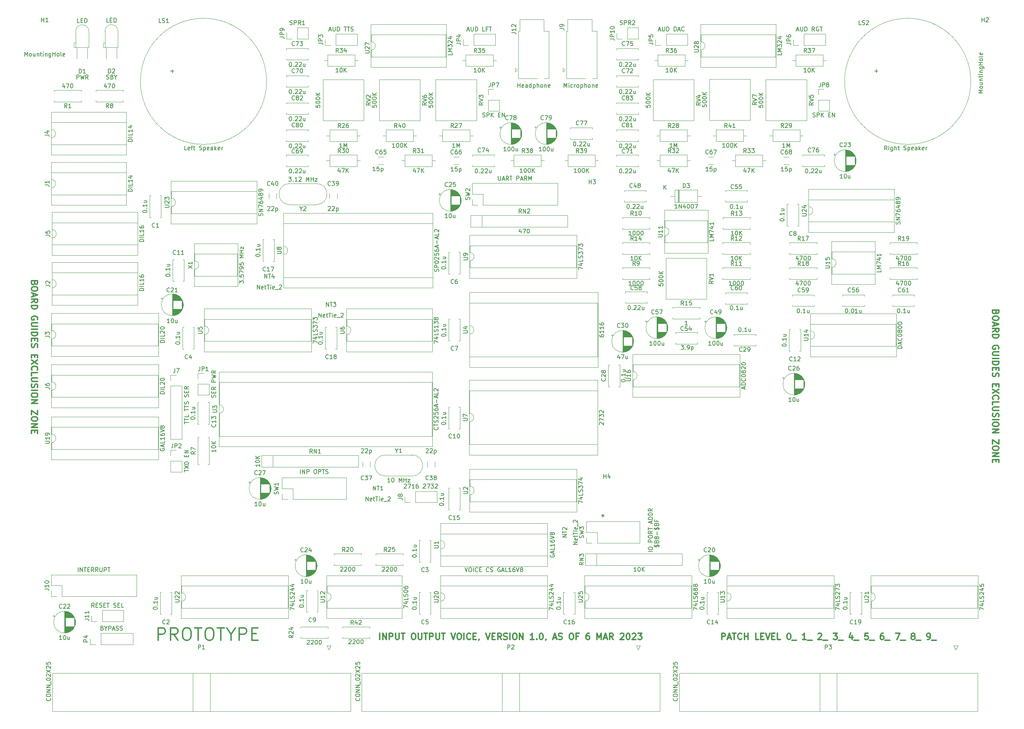
<source format=gbr>
%TF.GenerationSoftware,KiCad,Pcbnew,(6.0.11)*%
%TF.CreationDate,2023-12-22T20:06:34-05:00*%
%TF.ProjectId,input-output.Voice,696e7075-742d-46f7-9574-7075742e566f,rev?*%
%TF.SameCoordinates,Original*%
%TF.FileFunction,Legend,Top*%
%TF.FilePolarity,Positive*%
%FSLAX46Y46*%
G04 Gerber Fmt 4.6, Leading zero omitted, Abs format (unit mm)*
G04 Created by KiCad (PCBNEW (6.0.11)) date 2023-12-22 20:06:34*
%MOMM*%
%LPD*%
G01*
G04 APERTURE LIST*
%ADD10C,0.300000*%
%ADD11C,0.150000*%
%ADD12C,0.120000*%
G04 APERTURE END LIST*
D10*
X267607142Y-140785714D02*
X267535714Y-141000000D01*
X267464285Y-141071428D01*
X267321428Y-141142857D01*
X267107142Y-141142857D01*
X266964285Y-141071428D01*
X266892857Y-141000000D01*
X266821428Y-140857142D01*
X266821428Y-140285714D01*
X268321428Y-140285714D01*
X268321428Y-140785714D01*
X268250000Y-140928571D01*
X268178571Y-141000000D01*
X268035714Y-141071428D01*
X267892857Y-141071428D01*
X267750000Y-141000000D01*
X267678571Y-140928571D01*
X267607142Y-140785714D01*
X267607142Y-140285714D01*
X268321428Y-142071428D02*
X268321428Y-142357142D01*
X268250000Y-142500000D01*
X268107142Y-142642857D01*
X267821428Y-142714285D01*
X267321428Y-142714285D01*
X267035714Y-142642857D01*
X266892857Y-142500000D01*
X266821428Y-142357142D01*
X266821428Y-142071428D01*
X266892857Y-141928571D01*
X267035714Y-141785714D01*
X267321428Y-141714285D01*
X267821428Y-141714285D01*
X268107142Y-141785714D01*
X268250000Y-141928571D01*
X268321428Y-142071428D01*
X267250000Y-143285714D02*
X267250000Y-144000000D01*
X266821428Y-143142857D02*
X268321428Y-143642857D01*
X266821428Y-144142857D01*
X266821428Y-145500000D02*
X267535714Y-145000000D01*
X266821428Y-144642857D02*
X268321428Y-144642857D01*
X268321428Y-145214285D01*
X268250000Y-145357142D01*
X268178571Y-145428571D01*
X268035714Y-145500000D01*
X267821428Y-145500000D01*
X267678571Y-145428571D01*
X267607142Y-145357142D01*
X267535714Y-145214285D01*
X267535714Y-144642857D01*
X266821428Y-146142857D02*
X268321428Y-146142857D01*
X268321428Y-146500000D01*
X268250000Y-146714285D01*
X268107142Y-146857142D01*
X267964285Y-146928571D01*
X267678571Y-147000000D01*
X267464285Y-147000000D01*
X267178571Y-146928571D01*
X267035714Y-146857142D01*
X266892857Y-146714285D01*
X266821428Y-146500000D01*
X266821428Y-146142857D01*
X268250000Y-149571428D02*
X268321428Y-149428571D01*
X268321428Y-149214285D01*
X268250000Y-149000000D01*
X268107142Y-148857142D01*
X267964285Y-148785714D01*
X267678571Y-148714285D01*
X267464285Y-148714285D01*
X267178571Y-148785714D01*
X267035714Y-148857142D01*
X266892857Y-149000000D01*
X266821428Y-149214285D01*
X266821428Y-149357142D01*
X266892857Y-149571428D01*
X266964285Y-149642857D01*
X267464285Y-149642857D01*
X267464285Y-149357142D01*
X268321428Y-150285714D02*
X267107142Y-150285714D01*
X266964285Y-150357142D01*
X266892857Y-150428571D01*
X266821428Y-150571428D01*
X266821428Y-150857142D01*
X266892857Y-151000000D01*
X266964285Y-151071428D01*
X267107142Y-151142857D01*
X268321428Y-151142857D01*
X266821428Y-151857142D02*
X268321428Y-151857142D01*
X266821428Y-152571428D02*
X268321428Y-152571428D01*
X268321428Y-152928571D01*
X268250000Y-153142857D01*
X268107142Y-153285714D01*
X267964285Y-153357142D01*
X267678571Y-153428571D01*
X267464285Y-153428571D01*
X267178571Y-153357142D01*
X267035714Y-153285714D01*
X266892857Y-153142857D01*
X266821428Y-152928571D01*
X266821428Y-152571428D01*
X267607142Y-154071428D02*
X267607142Y-154571428D01*
X266821428Y-154785714D02*
X266821428Y-154071428D01*
X268321428Y-154071428D01*
X268321428Y-154785714D01*
X266892857Y-155357142D02*
X266821428Y-155571428D01*
X266821428Y-155928571D01*
X266892857Y-156071428D01*
X266964285Y-156142857D01*
X267107142Y-156214285D01*
X267250000Y-156214285D01*
X267392857Y-156142857D01*
X267464285Y-156071428D01*
X267535714Y-155928571D01*
X267607142Y-155642857D01*
X267678571Y-155500000D01*
X267750000Y-155428571D01*
X267892857Y-155357142D01*
X268035714Y-155357142D01*
X268178571Y-155428571D01*
X268250000Y-155500000D01*
X268321428Y-155642857D01*
X268321428Y-156000000D01*
X268250000Y-156214285D01*
X267607142Y-158000000D02*
X267607142Y-158500000D01*
X266821428Y-158714285D02*
X266821428Y-158000000D01*
X268321428Y-158000000D01*
X268321428Y-158714285D01*
X268321428Y-159214285D02*
X266821428Y-160214285D01*
X268321428Y-160214285D02*
X266821428Y-159214285D01*
X266964285Y-161642857D02*
X266892857Y-161571428D01*
X266821428Y-161357142D01*
X266821428Y-161214285D01*
X266892857Y-161000000D01*
X267035714Y-160857142D01*
X267178571Y-160785714D01*
X267464285Y-160714285D01*
X267678571Y-160714285D01*
X267964285Y-160785714D01*
X268107142Y-160857142D01*
X268250000Y-161000000D01*
X268321428Y-161214285D01*
X268321428Y-161357142D01*
X268250000Y-161571428D01*
X268178571Y-161642857D01*
X266821428Y-163000000D02*
X266821428Y-162285714D01*
X268321428Y-162285714D01*
X268321428Y-163500000D02*
X267107142Y-163500000D01*
X266964285Y-163571428D01*
X266892857Y-163642857D01*
X266821428Y-163785714D01*
X266821428Y-164071428D01*
X266892857Y-164214285D01*
X266964285Y-164285714D01*
X267107142Y-164357142D01*
X268321428Y-164357142D01*
X266892857Y-165000000D02*
X266821428Y-165214285D01*
X266821428Y-165571428D01*
X266892857Y-165714285D01*
X266964285Y-165785714D01*
X267107142Y-165857142D01*
X267250000Y-165857142D01*
X267392857Y-165785714D01*
X267464285Y-165714285D01*
X267535714Y-165571428D01*
X267607142Y-165285714D01*
X267678571Y-165142857D01*
X267750000Y-165071428D01*
X267892857Y-165000000D01*
X268035714Y-165000000D01*
X268178571Y-165071428D01*
X268250000Y-165142857D01*
X268321428Y-165285714D01*
X268321428Y-165642857D01*
X268250000Y-165857142D01*
X266821428Y-166500000D02*
X268321428Y-166500000D01*
X268321428Y-167500000D02*
X268321428Y-167785714D01*
X268250000Y-167928571D01*
X268107142Y-168071428D01*
X267821428Y-168142857D01*
X267321428Y-168142857D01*
X267035714Y-168071428D01*
X266892857Y-167928571D01*
X266821428Y-167785714D01*
X266821428Y-167500000D01*
X266892857Y-167357142D01*
X267035714Y-167214285D01*
X267321428Y-167142857D01*
X267821428Y-167142857D01*
X268107142Y-167214285D01*
X268250000Y-167357142D01*
X268321428Y-167500000D01*
X266821428Y-168785714D02*
X268321428Y-168785714D01*
X266821428Y-169642857D01*
X268321428Y-169642857D01*
X268321428Y-171357142D02*
X268321428Y-172357142D01*
X266821428Y-171357142D01*
X266821428Y-172357142D01*
X268321428Y-173214285D02*
X268321428Y-173500000D01*
X268250000Y-173642857D01*
X268107142Y-173785714D01*
X267821428Y-173857142D01*
X267321428Y-173857142D01*
X267035714Y-173785714D01*
X266892857Y-173642857D01*
X266821428Y-173500000D01*
X266821428Y-173214285D01*
X266892857Y-173071428D01*
X267035714Y-172928571D01*
X267321428Y-172857142D01*
X267821428Y-172857142D01*
X268107142Y-172928571D01*
X268250000Y-173071428D01*
X268321428Y-173214285D01*
X266821428Y-174500000D02*
X268321428Y-174500000D01*
X266821428Y-175357142D01*
X268321428Y-175357142D01*
X267607142Y-176071428D02*
X267607142Y-176571428D01*
X266821428Y-176785714D02*
X266821428Y-176071428D01*
X268321428Y-176071428D01*
X268321428Y-176785714D01*
X37607142Y-133785714D02*
X37535714Y-134000000D01*
X37464285Y-134071428D01*
X37321428Y-134142857D01*
X37107142Y-134142857D01*
X36964285Y-134071428D01*
X36892857Y-134000000D01*
X36821428Y-133857142D01*
X36821428Y-133285714D01*
X38321428Y-133285714D01*
X38321428Y-133785714D01*
X38250000Y-133928571D01*
X38178571Y-134000000D01*
X38035714Y-134071428D01*
X37892857Y-134071428D01*
X37750000Y-134000000D01*
X37678571Y-133928571D01*
X37607142Y-133785714D01*
X37607142Y-133285714D01*
X38321428Y-135071428D02*
X38321428Y-135357142D01*
X38250000Y-135500000D01*
X38107142Y-135642857D01*
X37821428Y-135714285D01*
X37321428Y-135714285D01*
X37035714Y-135642857D01*
X36892857Y-135500000D01*
X36821428Y-135357142D01*
X36821428Y-135071428D01*
X36892857Y-134928571D01*
X37035714Y-134785714D01*
X37321428Y-134714285D01*
X37821428Y-134714285D01*
X38107142Y-134785714D01*
X38250000Y-134928571D01*
X38321428Y-135071428D01*
X37250000Y-136285714D02*
X37250000Y-137000000D01*
X36821428Y-136142857D02*
X38321428Y-136642857D01*
X36821428Y-137142857D01*
X36821428Y-138500000D02*
X37535714Y-138000000D01*
X36821428Y-137642857D02*
X38321428Y-137642857D01*
X38321428Y-138214285D01*
X38250000Y-138357142D01*
X38178571Y-138428571D01*
X38035714Y-138500000D01*
X37821428Y-138500000D01*
X37678571Y-138428571D01*
X37607142Y-138357142D01*
X37535714Y-138214285D01*
X37535714Y-137642857D01*
X36821428Y-139142857D02*
X38321428Y-139142857D01*
X38321428Y-139500000D01*
X38250000Y-139714285D01*
X38107142Y-139857142D01*
X37964285Y-139928571D01*
X37678571Y-140000000D01*
X37464285Y-140000000D01*
X37178571Y-139928571D01*
X37035714Y-139857142D01*
X36892857Y-139714285D01*
X36821428Y-139500000D01*
X36821428Y-139142857D01*
X38250000Y-142571428D02*
X38321428Y-142428571D01*
X38321428Y-142214285D01*
X38250000Y-142000000D01*
X38107142Y-141857142D01*
X37964285Y-141785714D01*
X37678571Y-141714285D01*
X37464285Y-141714285D01*
X37178571Y-141785714D01*
X37035714Y-141857142D01*
X36892857Y-142000000D01*
X36821428Y-142214285D01*
X36821428Y-142357142D01*
X36892857Y-142571428D01*
X36964285Y-142642857D01*
X37464285Y-142642857D01*
X37464285Y-142357142D01*
X38321428Y-143285714D02*
X37107142Y-143285714D01*
X36964285Y-143357142D01*
X36892857Y-143428571D01*
X36821428Y-143571428D01*
X36821428Y-143857142D01*
X36892857Y-144000000D01*
X36964285Y-144071428D01*
X37107142Y-144142857D01*
X38321428Y-144142857D01*
X36821428Y-144857142D02*
X38321428Y-144857142D01*
X36821428Y-145571428D02*
X38321428Y-145571428D01*
X38321428Y-145928571D01*
X38250000Y-146142857D01*
X38107142Y-146285714D01*
X37964285Y-146357142D01*
X37678571Y-146428571D01*
X37464285Y-146428571D01*
X37178571Y-146357142D01*
X37035714Y-146285714D01*
X36892857Y-146142857D01*
X36821428Y-145928571D01*
X36821428Y-145571428D01*
X37607142Y-147071428D02*
X37607142Y-147571428D01*
X36821428Y-147785714D02*
X36821428Y-147071428D01*
X38321428Y-147071428D01*
X38321428Y-147785714D01*
X36892857Y-148357142D02*
X36821428Y-148571428D01*
X36821428Y-148928571D01*
X36892857Y-149071428D01*
X36964285Y-149142857D01*
X37107142Y-149214285D01*
X37250000Y-149214285D01*
X37392857Y-149142857D01*
X37464285Y-149071428D01*
X37535714Y-148928571D01*
X37607142Y-148642857D01*
X37678571Y-148500000D01*
X37750000Y-148428571D01*
X37892857Y-148357142D01*
X38035714Y-148357142D01*
X38178571Y-148428571D01*
X38250000Y-148500000D01*
X38321428Y-148642857D01*
X38321428Y-149000000D01*
X38250000Y-149214285D01*
X37607142Y-151000000D02*
X37607142Y-151500000D01*
X36821428Y-151714285D02*
X36821428Y-151000000D01*
X38321428Y-151000000D01*
X38321428Y-151714285D01*
X38321428Y-152214285D02*
X36821428Y-153214285D01*
X38321428Y-153214285D02*
X36821428Y-152214285D01*
X36964285Y-154642857D02*
X36892857Y-154571428D01*
X36821428Y-154357142D01*
X36821428Y-154214285D01*
X36892857Y-154000000D01*
X37035714Y-153857142D01*
X37178571Y-153785714D01*
X37464285Y-153714285D01*
X37678571Y-153714285D01*
X37964285Y-153785714D01*
X38107142Y-153857142D01*
X38250000Y-154000000D01*
X38321428Y-154214285D01*
X38321428Y-154357142D01*
X38250000Y-154571428D01*
X38178571Y-154642857D01*
X36821428Y-156000000D02*
X36821428Y-155285714D01*
X38321428Y-155285714D01*
X38321428Y-156500000D02*
X37107142Y-156500000D01*
X36964285Y-156571428D01*
X36892857Y-156642857D01*
X36821428Y-156785714D01*
X36821428Y-157071428D01*
X36892857Y-157214285D01*
X36964285Y-157285714D01*
X37107142Y-157357142D01*
X38321428Y-157357142D01*
X36892857Y-158000000D02*
X36821428Y-158214285D01*
X36821428Y-158571428D01*
X36892857Y-158714285D01*
X36964285Y-158785714D01*
X37107142Y-158857142D01*
X37250000Y-158857142D01*
X37392857Y-158785714D01*
X37464285Y-158714285D01*
X37535714Y-158571428D01*
X37607142Y-158285714D01*
X37678571Y-158142857D01*
X37750000Y-158071428D01*
X37892857Y-158000000D01*
X38035714Y-158000000D01*
X38178571Y-158071428D01*
X38250000Y-158142857D01*
X38321428Y-158285714D01*
X38321428Y-158642857D01*
X38250000Y-158857142D01*
X36821428Y-159500000D02*
X38321428Y-159500000D01*
X38321428Y-160500000D02*
X38321428Y-160785714D01*
X38250000Y-160928571D01*
X38107142Y-161071428D01*
X37821428Y-161142857D01*
X37321428Y-161142857D01*
X37035714Y-161071428D01*
X36892857Y-160928571D01*
X36821428Y-160785714D01*
X36821428Y-160500000D01*
X36892857Y-160357142D01*
X37035714Y-160214285D01*
X37321428Y-160142857D01*
X37821428Y-160142857D01*
X38107142Y-160214285D01*
X38250000Y-160357142D01*
X38321428Y-160500000D01*
X36821428Y-161785714D02*
X38321428Y-161785714D01*
X36821428Y-162642857D01*
X38321428Y-162642857D01*
X38321428Y-164357142D02*
X38321428Y-165357142D01*
X36821428Y-164357142D01*
X36821428Y-165357142D01*
X38321428Y-166214285D02*
X38321428Y-166500000D01*
X38250000Y-166642857D01*
X38107142Y-166785714D01*
X37821428Y-166857142D01*
X37321428Y-166857142D01*
X37035714Y-166785714D01*
X36892857Y-166642857D01*
X36821428Y-166500000D01*
X36821428Y-166214285D01*
X36892857Y-166071428D01*
X37035714Y-165928571D01*
X37321428Y-165857142D01*
X37821428Y-165857142D01*
X38107142Y-165928571D01*
X38250000Y-166071428D01*
X38321428Y-166214285D01*
X36821428Y-167500000D02*
X38321428Y-167500000D01*
X36821428Y-168357142D01*
X38321428Y-168357142D01*
X37607142Y-169071428D02*
X37607142Y-169571428D01*
X36821428Y-169785714D02*
X36821428Y-169071428D01*
X38321428Y-169071428D01*
X38321428Y-169785714D01*
X120178571Y-219178571D02*
X120178571Y-217678571D01*
X120892857Y-219178571D02*
X120892857Y-217678571D01*
X121750000Y-219178571D01*
X121750000Y-217678571D01*
X122464285Y-219178571D02*
X122464285Y-217678571D01*
X123035714Y-217678571D01*
X123178571Y-217750000D01*
X123250000Y-217821428D01*
X123321428Y-217964285D01*
X123321428Y-218178571D01*
X123250000Y-218321428D01*
X123178571Y-218392857D01*
X123035714Y-218464285D01*
X122464285Y-218464285D01*
X123964285Y-217678571D02*
X123964285Y-218892857D01*
X124035714Y-219035714D01*
X124107142Y-219107142D01*
X124250000Y-219178571D01*
X124535714Y-219178571D01*
X124678571Y-219107142D01*
X124750000Y-219035714D01*
X124821428Y-218892857D01*
X124821428Y-217678571D01*
X125321428Y-217678571D02*
X126178571Y-217678571D01*
X125750000Y-219178571D02*
X125750000Y-217678571D01*
X128107142Y-217678571D02*
X128392857Y-217678571D01*
X128535714Y-217750000D01*
X128678571Y-217892857D01*
X128750000Y-218178571D01*
X128750000Y-218678571D01*
X128678571Y-218964285D01*
X128535714Y-219107142D01*
X128392857Y-219178571D01*
X128107142Y-219178571D01*
X127964285Y-219107142D01*
X127821428Y-218964285D01*
X127750000Y-218678571D01*
X127750000Y-218178571D01*
X127821428Y-217892857D01*
X127964285Y-217750000D01*
X128107142Y-217678571D01*
X129392857Y-217678571D02*
X129392857Y-218892857D01*
X129464285Y-219035714D01*
X129535714Y-219107142D01*
X129678571Y-219178571D01*
X129964285Y-219178571D01*
X130107142Y-219107142D01*
X130178571Y-219035714D01*
X130250000Y-218892857D01*
X130250000Y-217678571D01*
X130750000Y-217678571D02*
X131607142Y-217678571D01*
X131178571Y-219178571D02*
X131178571Y-217678571D01*
X132107142Y-219178571D02*
X132107142Y-217678571D01*
X132678571Y-217678571D01*
X132821428Y-217750000D01*
X132892857Y-217821428D01*
X132964285Y-217964285D01*
X132964285Y-218178571D01*
X132892857Y-218321428D01*
X132821428Y-218392857D01*
X132678571Y-218464285D01*
X132107142Y-218464285D01*
X133607142Y-217678571D02*
X133607142Y-218892857D01*
X133678571Y-219035714D01*
X133750000Y-219107142D01*
X133892857Y-219178571D01*
X134178571Y-219178571D01*
X134321428Y-219107142D01*
X134392857Y-219035714D01*
X134464285Y-218892857D01*
X134464285Y-217678571D01*
X134964285Y-217678571D02*
X135821428Y-217678571D01*
X135392857Y-219178571D02*
X135392857Y-217678571D01*
X137250000Y-217678571D02*
X137750000Y-219178571D01*
X138250000Y-217678571D01*
X139035714Y-217678571D02*
X139321428Y-217678571D01*
X139464285Y-217750000D01*
X139607142Y-217892857D01*
X139678571Y-218178571D01*
X139678571Y-218678571D01*
X139607142Y-218964285D01*
X139464285Y-219107142D01*
X139321428Y-219178571D01*
X139035714Y-219178571D01*
X138892857Y-219107142D01*
X138750000Y-218964285D01*
X138678571Y-218678571D01*
X138678571Y-218178571D01*
X138750000Y-217892857D01*
X138892857Y-217750000D01*
X139035714Y-217678571D01*
X140321428Y-219178571D02*
X140321428Y-217678571D01*
X141892857Y-219035714D02*
X141821428Y-219107142D01*
X141607142Y-219178571D01*
X141464285Y-219178571D01*
X141250000Y-219107142D01*
X141107142Y-218964285D01*
X141035714Y-218821428D01*
X140964285Y-218535714D01*
X140964285Y-218321428D01*
X141035714Y-218035714D01*
X141107142Y-217892857D01*
X141250000Y-217750000D01*
X141464285Y-217678571D01*
X141607142Y-217678571D01*
X141821428Y-217750000D01*
X141892857Y-217821428D01*
X142535714Y-218392857D02*
X143035714Y-218392857D01*
X143250000Y-219178571D02*
X142535714Y-219178571D01*
X142535714Y-217678571D01*
X143250000Y-217678571D01*
X143964285Y-219107142D02*
X143964285Y-219178571D01*
X143892857Y-219321428D01*
X143821428Y-219392857D01*
X145535714Y-217678571D02*
X146035714Y-219178571D01*
X146535714Y-217678571D01*
X147035714Y-218392857D02*
X147535714Y-218392857D01*
X147750000Y-219178571D02*
X147035714Y-219178571D01*
X147035714Y-217678571D01*
X147750000Y-217678571D01*
X149250000Y-219178571D02*
X148750000Y-218464285D01*
X148392857Y-219178571D02*
X148392857Y-217678571D01*
X148964285Y-217678571D01*
X149107142Y-217750000D01*
X149178571Y-217821428D01*
X149250000Y-217964285D01*
X149250000Y-218178571D01*
X149178571Y-218321428D01*
X149107142Y-218392857D01*
X148964285Y-218464285D01*
X148392857Y-218464285D01*
X149821428Y-219107142D02*
X150035714Y-219178571D01*
X150392857Y-219178571D01*
X150535714Y-219107142D01*
X150607142Y-219035714D01*
X150678571Y-218892857D01*
X150678571Y-218750000D01*
X150607142Y-218607142D01*
X150535714Y-218535714D01*
X150392857Y-218464285D01*
X150107142Y-218392857D01*
X149964285Y-218321428D01*
X149892857Y-218250000D01*
X149821428Y-218107142D01*
X149821428Y-217964285D01*
X149892857Y-217821428D01*
X149964285Y-217750000D01*
X150107142Y-217678571D01*
X150464285Y-217678571D01*
X150678571Y-217750000D01*
X151321428Y-219178571D02*
X151321428Y-217678571D01*
X152321428Y-217678571D02*
X152607142Y-217678571D01*
X152750000Y-217750000D01*
X152892857Y-217892857D01*
X152964285Y-218178571D01*
X152964285Y-218678571D01*
X152892857Y-218964285D01*
X152750000Y-219107142D01*
X152607142Y-219178571D01*
X152321428Y-219178571D01*
X152178571Y-219107142D01*
X152035714Y-218964285D01*
X151964285Y-218678571D01*
X151964285Y-218178571D01*
X152035714Y-217892857D01*
X152178571Y-217750000D01*
X152321428Y-217678571D01*
X153607142Y-219178571D02*
X153607142Y-217678571D01*
X154464285Y-219178571D01*
X154464285Y-217678571D01*
X157107142Y-219178571D02*
X156250000Y-219178571D01*
X156678571Y-219178571D02*
X156678571Y-217678571D01*
X156535714Y-217892857D01*
X156392857Y-218035714D01*
X156250000Y-218107142D01*
X157750000Y-219035714D02*
X157821428Y-219107142D01*
X157750000Y-219178571D01*
X157678571Y-219107142D01*
X157750000Y-219035714D01*
X157750000Y-219178571D01*
X158750000Y-217678571D02*
X158892857Y-217678571D01*
X159035714Y-217750000D01*
X159107142Y-217821428D01*
X159178571Y-217964285D01*
X159250000Y-218250000D01*
X159250000Y-218607142D01*
X159178571Y-218892857D01*
X159107142Y-219035714D01*
X159035714Y-219107142D01*
X158892857Y-219178571D01*
X158750000Y-219178571D01*
X158607142Y-219107142D01*
X158535714Y-219035714D01*
X158464285Y-218892857D01*
X158392857Y-218607142D01*
X158392857Y-218250000D01*
X158464285Y-217964285D01*
X158535714Y-217821428D01*
X158607142Y-217750000D01*
X158750000Y-217678571D01*
X159964285Y-219107142D02*
X159964285Y-219178571D01*
X159892857Y-219321428D01*
X159821428Y-219392857D01*
X161678571Y-218750000D02*
X162392857Y-218750000D01*
X161535714Y-219178571D02*
X162035714Y-217678571D01*
X162535714Y-219178571D01*
X162964285Y-219107142D02*
X163178571Y-219178571D01*
X163535714Y-219178571D01*
X163678571Y-219107142D01*
X163750000Y-219035714D01*
X163821428Y-218892857D01*
X163821428Y-218750000D01*
X163750000Y-218607142D01*
X163678571Y-218535714D01*
X163535714Y-218464285D01*
X163250000Y-218392857D01*
X163107142Y-218321428D01*
X163035714Y-218250000D01*
X162964285Y-218107142D01*
X162964285Y-217964285D01*
X163035714Y-217821428D01*
X163107142Y-217750000D01*
X163250000Y-217678571D01*
X163607142Y-217678571D01*
X163821428Y-217750000D01*
X165892857Y-217678571D02*
X166178571Y-217678571D01*
X166321428Y-217750000D01*
X166464285Y-217892857D01*
X166535714Y-218178571D01*
X166535714Y-218678571D01*
X166464285Y-218964285D01*
X166321428Y-219107142D01*
X166178571Y-219178571D01*
X165892857Y-219178571D01*
X165750000Y-219107142D01*
X165607142Y-218964285D01*
X165535714Y-218678571D01*
X165535714Y-218178571D01*
X165607142Y-217892857D01*
X165750000Y-217750000D01*
X165892857Y-217678571D01*
X167678571Y-218392857D02*
X167178571Y-218392857D01*
X167178571Y-219178571D02*
X167178571Y-217678571D01*
X167892857Y-217678571D01*
X170250000Y-217678571D02*
X169964285Y-217678571D01*
X169821428Y-217750000D01*
X169750000Y-217821428D01*
X169607142Y-218035714D01*
X169535714Y-218321428D01*
X169535714Y-218892857D01*
X169607142Y-219035714D01*
X169678571Y-219107142D01*
X169821428Y-219178571D01*
X170107142Y-219178571D01*
X170250000Y-219107142D01*
X170321428Y-219035714D01*
X170392857Y-218892857D01*
X170392857Y-218535714D01*
X170321428Y-218392857D01*
X170250000Y-218321428D01*
X170107142Y-218250000D01*
X169821428Y-218250000D01*
X169678571Y-218321428D01*
X169607142Y-218392857D01*
X169535714Y-218535714D01*
X172178571Y-219178571D02*
X172178571Y-217678571D01*
X172678571Y-218750000D01*
X173178571Y-217678571D01*
X173178571Y-219178571D01*
X173821428Y-218750000D02*
X174535714Y-218750000D01*
X173678571Y-219178571D02*
X174178571Y-217678571D01*
X174678571Y-219178571D01*
X176035714Y-219178571D02*
X175535714Y-218464285D01*
X175178571Y-219178571D02*
X175178571Y-217678571D01*
X175750000Y-217678571D01*
X175892857Y-217750000D01*
X175964285Y-217821428D01*
X176035714Y-217964285D01*
X176035714Y-218178571D01*
X175964285Y-218321428D01*
X175892857Y-218392857D01*
X175750000Y-218464285D01*
X175178571Y-218464285D01*
X177750000Y-217821428D02*
X177821428Y-217750000D01*
X177964285Y-217678571D01*
X178321428Y-217678571D01*
X178464285Y-217750000D01*
X178535714Y-217821428D01*
X178607142Y-217964285D01*
X178607142Y-218107142D01*
X178535714Y-218321428D01*
X177678571Y-219178571D01*
X178607142Y-219178571D01*
X179535714Y-217678571D02*
X179678571Y-217678571D01*
X179821428Y-217750000D01*
X179892857Y-217821428D01*
X179964285Y-217964285D01*
X180035714Y-218250000D01*
X180035714Y-218607142D01*
X179964285Y-218892857D01*
X179892857Y-219035714D01*
X179821428Y-219107142D01*
X179678571Y-219178571D01*
X179535714Y-219178571D01*
X179392857Y-219107142D01*
X179321428Y-219035714D01*
X179250000Y-218892857D01*
X179178571Y-218607142D01*
X179178571Y-218250000D01*
X179250000Y-217964285D01*
X179321428Y-217821428D01*
X179392857Y-217750000D01*
X179535714Y-217678571D01*
X180607142Y-217821428D02*
X180678571Y-217750000D01*
X180821428Y-217678571D01*
X181178571Y-217678571D01*
X181321428Y-217750000D01*
X181392857Y-217821428D01*
X181464285Y-217964285D01*
X181464285Y-218107142D01*
X181392857Y-218321428D01*
X180535714Y-219178571D01*
X181464285Y-219178571D01*
X181964285Y-217678571D02*
X182892857Y-217678571D01*
X182392857Y-218250000D01*
X182607142Y-218250000D01*
X182750000Y-218321428D01*
X182821428Y-218392857D01*
X182892857Y-218535714D01*
X182892857Y-218892857D01*
X182821428Y-219035714D01*
X182750000Y-219107142D01*
X182607142Y-219178571D01*
X182178571Y-219178571D01*
X182035714Y-219107142D01*
X181964285Y-219035714D01*
D11*
X47666666Y-84952380D02*
X47666666Y-83952380D01*
X48047619Y-83952380D01*
X48142857Y-84000000D01*
X48190476Y-84047619D01*
X48238095Y-84142857D01*
X48238095Y-84285714D01*
X48190476Y-84380952D01*
X48142857Y-84428571D01*
X48047619Y-84476190D01*
X47666666Y-84476190D01*
X48571428Y-83952380D02*
X48809523Y-84952380D01*
X49000000Y-84238095D01*
X49190476Y-84952380D01*
X49428571Y-83952380D01*
X50380952Y-84952380D02*
X50047619Y-84476190D01*
X49809523Y-84952380D02*
X49809523Y-83952380D01*
X50190476Y-83952380D01*
X50285714Y-84000000D01*
X50333333Y-84047619D01*
X50380952Y-84142857D01*
X50380952Y-84285714D01*
X50333333Y-84380952D01*
X50285714Y-84428571D01*
X50190476Y-84476190D01*
X49809523Y-84476190D01*
X54785714Y-84904761D02*
X54928571Y-84952380D01*
X55166666Y-84952380D01*
X55261904Y-84904761D01*
X55309523Y-84857142D01*
X55357142Y-84761904D01*
X55357142Y-84666666D01*
X55309523Y-84571428D01*
X55261904Y-84523809D01*
X55166666Y-84476190D01*
X54976190Y-84428571D01*
X54880952Y-84380952D01*
X54833333Y-84333333D01*
X54785714Y-84238095D01*
X54785714Y-84142857D01*
X54833333Y-84047619D01*
X54880952Y-84000000D01*
X54976190Y-83952380D01*
X55214285Y-83952380D01*
X55357142Y-84000000D01*
X56119047Y-84428571D02*
X56261904Y-84476190D01*
X56309523Y-84523809D01*
X56357142Y-84619047D01*
X56357142Y-84761904D01*
X56309523Y-84857142D01*
X56261904Y-84904761D01*
X56166666Y-84952380D01*
X55785714Y-84952380D01*
X55785714Y-83952380D01*
X56119047Y-83952380D01*
X56214285Y-84000000D01*
X56261904Y-84047619D01*
X56309523Y-84142857D01*
X56309523Y-84238095D01*
X56261904Y-84333333D01*
X56214285Y-84380952D01*
X56119047Y-84428571D01*
X55785714Y-84428571D01*
X56976190Y-84476190D02*
X56976190Y-84952380D01*
X56642857Y-83952380D02*
X56976190Y-84476190D01*
X57309523Y-83952380D01*
D10*
X67142857Y-219357142D02*
X67142857Y-216357142D01*
X68285714Y-216357142D01*
X68571428Y-216500000D01*
X68714285Y-216642857D01*
X68857142Y-216928571D01*
X68857142Y-217357142D01*
X68714285Y-217642857D01*
X68571428Y-217785714D01*
X68285714Y-217928571D01*
X67142857Y-217928571D01*
X71857142Y-219357142D02*
X70857142Y-217928571D01*
X70142857Y-219357142D02*
X70142857Y-216357142D01*
X71285714Y-216357142D01*
X71571428Y-216500000D01*
X71714285Y-216642857D01*
X71857142Y-216928571D01*
X71857142Y-217357142D01*
X71714285Y-217642857D01*
X71571428Y-217785714D01*
X71285714Y-217928571D01*
X70142857Y-217928571D01*
X73714285Y-216357142D02*
X74285714Y-216357142D01*
X74571428Y-216500000D01*
X74857142Y-216785714D01*
X75000000Y-217357142D01*
X75000000Y-218357142D01*
X74857142Y-218928571D01*
X74571428Y-219214285D01*
X74285714Y-219357142D01*
X73714285Y-219357142D01*
X73428571Y-219214285D01*
X73142857Y-218928571D01*
X73000000Y-218357142D01*
X73000000Y-217357142D01*
X73142857Y-216785714D01*
X73428571Y-216500000D01*
X73714285Y-216357142D01*
X75857142Y-216357142D02*
X77571428Y-216357142D01*
X76714285Y-219357142D02*
X76714285Y-216357142D01*
X79142857Y-216357142D02*
X79714285Y-216357142D01*
X80000000Y-216500000D01*
X80285714Y-216785714D01*
X80428571Y-217357142D01*
X80428571Y-218357142D01*
X80285714Y-218928571D01*
X80000000Y-219214285D01*
X79714285Y-219357142D01*
X79142857Y-219357142D01*
X78857142Y-219214285D01*
X78571428Y-218928571D01*
X78428571Y-218357142D01*
X78428571Y-217357142D01*
X78571428Y-216785714D01*
X78857142Y-216500000D01*
X79142857Y-216357142D01*
X81285714Y-216357142D02*
X83000000Y-216357142D01*
X82142857Y-219357142D02*
X82142857Y-216357142D01*
X84571428Y-217928571D02*
X84571428Y-219357142D01*
X83571428Y-216357142D02*
X84571428Y-217928571D01*
X85571428Y-216357142D01*
X86571428Y-219357142D02*
X86571428Y-216357142D01*
X87714285Y-216357142D01*
X88000000Y-216500000D01*
X88142857Y-216642857D01*
X88285714Y-216928571D01*
X88285714Y-217357142D01*
X88142857Y-217642857D01*
X88000000Y-217785714D01*
X87714285Y-217928571D01*
X86571428Y-217928571D01*
X89571428Y-217785714D02*
X90571428Y-217785714D01*
X91000000Y-219357142D02*
X89571428Y-219357142D01*
X89571428Y-216357142D01*
X91000000Y-216357142D01*
D11*
X140523809Y-201952380D02*
X140857142Y-202952380D01*
X141190476Y-201952380D01*
X141714285Y-201952380D02*
X141904761Y-201952380D01*
X142000000Y-202000000D01*
X142095238Y-202095238D01*
X142142857Y-202285714D01*
X142142857Y-202619047D01*
X142095238Y-202809523D01*
X142000000Y-202904761D01*
X141904761Y-202952380D01*
X141714285Y-202952380D01*
X141619047Y-202904761D01*
X141523809Y-202809523D01*
X141476190Y-202619047D01*
X141476190Y-202285714D01*
X141523809Y-202095238D01*
X141619047Y-202000000D01*
X141714285Y-201952380D01*
X142571428Y-202952380D02*
X142571428Y-201952380D01*
X143619047Y-202857142D02*
X143571428Y-202904761D01*
X143428571Y-202952380D01*
X143333333Y-202952380D01*
X143190476Y-202904761D01*
X143095238Y-202809523D01*
X143047619Y-202714285D01*
X143000000Y-202523809D01*
X143000000Y-202380952D01*
X143047619Y-202190476D01*
X143095238Y-202095238D01*
X143190476Y-202000000D01*
X143333333Y-201952380D01*
X143428571Y-201952380D01*
X143571428Y-202000000D01*
X143619047Y-202047619D01*
X144047619Y-202428571D02*
X144380952Y-202428571D01*
X144523809Y-202952380D02*
X144047619Y-202952380D01*
X144047619Y-201952380D01*
X144523809Y-201952380D01*
X146285714Y-202857142D02*
X146238095Y-202904761D01*
X146095238Y-202952380D01*
X146000000Y-202952380D01*
X145857142Y-202904761D01*
X145761904Y-202809523D01*
X145714285Y-202714285D01*
X145666666Y-202523809D01*
X145666666Y-202380952D01*
X145714285Y-202190476D01*
X145761904Y-202095238D01*
X145857142Y-202000000D01*
X146000000Y-201952380D01*
X146095238Y-201952380D01*
X146238095Y-202000000D01*
X146285714Y-202047619D01*
X146666666Y-202904761D02*
X146809523Y-202952380D01*
X147047619Y-202952380D01*
X147142857Y-202904761D01*
X147190476Y-202857142D01*
X147238095Y-202761904D01*
X147238095Y-202666666D01*
X147190476Y-202571428D01*
X147142857Y-202523809D01*
X147047619Y-202476190D01*
X146857142Y-202428571D01*
X146761904Y-202380952D01*
X146714285Y-202333333D01*
X146666666Y-202238095D01*
X146666666Y-202142857D01*
X146714285Y-202047619D01*
X146761904Y-202000000D01*
X146857142Y-201952380D01*
X147095238Y-201952380D01*
X147238095Y-202000000D01*
X148952380Y-202000000D02*
X148857142Y-201952380D01*
X148714285Y-201952380D01*
X148571428Y-202000000D01*
X148476190Y-202095238D01*
X148428571Y-202190476D01*
X148380952Y-202380952D01*
X148380952Y-202523809D01*
X148428571Y-202714285D01*
X148476190Y-202809523D01*
X148571428Y-202904761D01*
X148714285Y-202952380D01*
X148809523Y-202952380D01*
X148952380Y-202904761D01*
X149000000Y-202857142D01*
X149000000Y-202523809D01*
X148809523Y-202523809D01*
X149380952Y-202666666D02*
X149857142Y-202666666D01*
X149285714Y-202952380D02*
X149619047Y-201952380D01*
X149952380Y-202952380D01*
X150761904Y-202952380D02*
X150285714Y-202952380D01*
X150285714Y-201952380D01*
X151619047Y-202952380D02*
X151047619Y-202952380D01*
X151333333Y-202952380D02*
X151333333Y-201952380D01*
X151238095Y-202095238D01*
X151142857Y-202190476D01*
X151047619Y-202238095D01*
X152476190Y-201952380D02*
X152285714Y-201952380D01*
X152190476Y-202000000D01*
X152142857Y-202047619D01*
X152047619Y-202190476D01*
X152000000Y-202380952D01*
X152000000Y-202761904D01*
X152047619Y-202857142D01*
X152095238Y-202904761D01*
X152190476Y-202952380D01*
X152380952Y-202952380D01*
X152476190Y-202904761D01*
X152523809Y-202857142D01*
X152571428Y-202761904D01*
X152571428Y-202523809D01*
X152523809Y-202428571D01*
X152476190Y-202380952D01*
X152380952Y-202333333D01*
X152190476Y-202333333D01*
X152095238Y-202380952D01*
X152047619Y-202428571D01*
X152000000Y-202523809D01*
X152857142Y-201952380D02*
X153190476Y-202952380D01*
X153523809Y-201952380D01*
X154000000Y-202380952D02*
X153904761Y-202333333D01*
X153857142Y-202285714D01*
X153809523Y-202190476D01*
X153809523Y-202142857D01*
X153857142Y-202047619D01*
X153904761Y-202000000D01*
X154000000Y-201952380D01*
X154190476Y-201952380D01*
X154285714Y-202000000D01*
X154333333Y-202047619D01*
X154380952Y-202142857D01*
X154380952Y-202190476D01*
X154333333Y-202285714D01*
X154285714Y-202333333D01*
X154190476Y-202380952D01*
X154000000Y-202380952D01*
X153904761Y-202428571D01*
X153857142Y-202476190D01*
X153809523Y-202571428D01*
X153809523Y-202761904D01*
X153857142Y-202857142D01*
X153904761Y-202904761D01*
X154000000Y-202952380D01*
X154190476Y-202952380D01*
X154285714Y-202904761D01*
X154333333Y-202857142D01*
X154380952Y-202761904D01*
X154380952Y-202571428D01*
X154333333Y-202476190D01*
X154285714Y-202428571D01*
X154190476Y-202380952D01*
D10*
X202000000Y-219178571D02*
X202000000Y-217678571D01*
X202571428Y-217678571D01*
X202714285Y-217750000D01*
X202785714Y-217821428D01*
X202857142Y-217964285D01*
X202857142Y-218178571D01*
X202785714Y-218321428D01*
X202714285Y-218392857D01*
X202571428Y-218464285D01*
X202000000Y-218464285D01*
X203428571Y-218750000D02*
X204142857Y-218750000D01*
X203285714Y-219178571D02*
X203785714Y-217678571D01*
X204285714Y-219178571D01*
X204571428Y-217678571D02*
X205428571Y-217678571D01*
X205000000Y-219178571D02*
X205000000Y-217678571D01*
X206785714Y-219035714D02*
X206714285Y-219107142D01*
X206500000Y-219178571D01*
X206357142Y-219178571D01*
X206142857Y-219107142D01*
X206000000Y-218964285D01*
X205928571Y-218821428D01*
X205857142Y-218535714D01*
X205857142Y-218321428D01*
X205928571Y-218035714D01*
X206000000Y-217892857D01*
X206142857Y-217750000D01*
X206357142Y-217678571D01*
X206500000Y-217678571D01*
X206714285Y-217750000D01*
X206785714Y-217821428D01*
X207428571Y-219178571D02*
X207428571Y-217678571D01*
X207428571Y-218392857D02*
X208285714Y-218392857D01*
X208285714Y-219178571D02*
X208285714Y-217678571D01*
X210857142Y-219178571D02*
X210142857Y-219178571D01*
X210142857Y-217678571D01*
X211357142Y-218392857D02*
X211857142Y-218392857D01*
X212071428Y-219178571D02*
X211357142Y-219178571D01*
X211357142Y-217678571D01*
X212071428Y-217678571D01*
X212500000Y-217678571D02*
X213000000Y-219178571D01*
X213500000Y-217678571D01*
X214000000Y-218392857D02*
X214500000Y-218392857D01*
X214714285Y-219178571D02*
X214000000Y-219178571D01*
X214000000Y-217678571D01*
X214714285Y-217678571D01*
X216071428Y-219178571D02*
X215357142Y-219178571D01*
X215357142Y-217678571D01*
X218000000Y-217678571D02*
X218142857Y-217678571D01*
X218285714Y-217750000D01*
X218357142Y-217821428D01*
X218428571Y-217964285D01*
X218500000Y-218250000D01*
X218500000Y-218607142D01*
X218428571Y-218892857D01*
X218357142Y-219035714D01*
X218285714Y-219107142D01*
X218142857Y-219178571D01*
X218000000Y-219178571D01*
X217857142Y-219107142D01*
X217785714Y-219035714D01*
X217714285Y-218892857D01*
X217642857Y-218607142D01*
X217642857Y-218250000D01*
X217714285Y-217964285D01*
X217785714Y-217821428D01*
X217857142Y-217750000D01*
X218000000Y-217678571D01*
X218785714Y-219321428D02*
X219928571Y-219321428D01*
X222214285Y-219178571D02*
X221357142Y-219178571D01*
X221785714Y-219178571D02*
X221785714Y-217678571D01*
X221642857Y-217892857D01*
X221500000Y-218035714D01*
X221357142Y-218107142D01*
X222500000Y-219321428D02*
X223642857Y-219321428D01*
X225071428Y-217821428D02*
X225142857Y-217750000D01*
X225285714Y-217678571D01*
X225642857Y-217678571D01*
X225785714Y-217750000D01*
X225857142Y-217821428D01*
X225928571Y-217964285D01*
X225928571Y-218107142D01*
X225857142Y-218321428D01*
X225000000Y-219178571D01*
X225928571Y-219178571D01*
X226214285Y-219321428D02*
X227357142Y-219321428D01*
X228714285Y-217678571D02*
X229642857Y-217678571D01*
X229142857Y-218250000D01*
X229357142Y-218250000D01*
X229500000Y-218321428D01*
X229571428Y-218392857D01*
X229642857Y-218535714D01*
X229642857Y-218892857D01*
X229571428Y-219035714D01*
X229500000Y-219107142D01*
X229357142Y-219178571D01*
X228928571Y-219178571D01*
X228785714Y-219107142D01*
X228714285Y-219035714D01*
X229928571Y-219321428D02*
X231071428Y-219321428D01*
X233214285Y-218178571D02*
X233214285Y-219178571D01*
X232857142Y-217607142D02*
X232500000Y-218678571D01*
X233428571Y-218678571D01*
X233642857Y-219321428D02*
X234785714Y-219321428D01*
X237000000Y-217678571D02*
X236285714Y-217678571D01*
X236214285Y-218392857D01*
X236285714Y-218321428D01*
X236428571Y-218250000D01*
X236785714Y-218250000D01*
X236928571Y-218321428D01*
X237000000Y-218392857D01*
X237071428Y-218535714D01*
X237071428Y-218892857D01*
X237000000Y-219035714D01*
X236928571Y-219107142D01*
X236785714Y-219178571D01*
X236428571Y-219178571D01*
X236285714Y-219107142D01*
X236214285Y-219035714D01*
X237357142Y-219321428D02*
X238499999Y-219321428D01*
X240642857Y-217678571D02*
X240357142Y-217678571D01*
X240214285Y-217750000D01*
X240142857Y-217821428D01*
X239999999Y-218035714D01*
X239928571Y-218321428D01*
X239928571Y-218892857D01*
X239999999Y-219035714D01*
X240071428Y-219107142D01*
X240214285Y-219178571D01*
X240499999Y-219178571D01*
X240642857Y-219107142D01*
X240714285Y-219035714D01*
X240785714Y-218892857D01*
X240785714Y-218535714D01*
X240714285Y-218392857D01*
X240642857Y-218321428D01*
X240499999Y-218250000D01*
X240214285Y-218250000D01*
X240071428Y-218321428D01*
X239999999Y-218392857D01*
X239928571Y-218535714D01*
X241071428Y-219321428D02*
X242214285Y-219321428D01*
X243571428Y-217678571D02*
X244571428Y-217678571D01*
X243928571Y-219178571D01*
X244785714Y-219321428D02*
X245928571Y-219321428D01*
X247642857Y-218321428D02*
X247499999Y-218250000D01*
X247428571Y-218178571D01*
X247357142Y-218035714D01*
X247357142Y-217964285D01*
X247428571Y-217821428D01*
X247499999Y-217750000D01*
X247642857Y-217678571D01*
X247928571Y-217678571D01*
X248071428Y-217750000D01*
X248142857Y-217821428D01*
X248214285Y-217964285D01*
X248214285Y-218035714D01*
X248142857Y-218178571D01*
X248071428Y-218250000D01*
X247928571Y-218321428D01*
X247642857Y-218321428D01*
X247499999Y-218392857D01*
X247428571Y-218464285D01*
X247357142Y-218607142D01*
X247357142Y-218892857D01*
X247428571Y-219035714D01*
X247499999Y-219107142D01*
X247642857Y-219178571D01*
X247928571Y-219178571D01*
X248071428Y-219107142D01*
X248142857Y-219035714D01*
X248214285Y-218892857D01*
X248214285Y-218607142D01*
X248142857Y-218464285D01*
X248071428Y-218392857D01*
X247928571Y-218321428D01*
X248499999Y-219321428D02*
X249642857Y-219321428D01*
X251214285Y-219178571D02*
X251499999Y-219178571D01*
X251642857Y-219107142D01*
X251714285Y-219035714D01*
X251857142Y-218821428D01*
X251928571Y-218535714D01*
X251928571Y-217964285D01*
X251857142Y-217821428D01*
X251785714Y-217750000D01*
X251642857Y-217678571D01*
X251357142Y-217678571D01*
X251214285Y-217750000D01*
X251142857Y-217821428D01*
X251071428Y-217964285D01*
X251071428Y-218321428D01*
X251142857Y-218464285D01*
X251214285Y-218535714D01*
X251357142Y-218607142D01*
X251642857Y-218607142D01*
X251785714Y-218535714D01*
X251857142Y-218464285D01*
X251928571Y-218321428D01*
X252214285Y-219321428D02*
X253357142Y-219321428D01*
D11*
X186904761Y-197035714D02*
X186952380Y-196892857D01*
X186952380Y-196654761D01*
X186904761Y-196559523D01*
X186857142Y-196511904D01*
X186761904Y-196464285D01*
X186666666Y-196464285D01*
X186571428Y-196511904D01*
X186523809Y-196559523D01*
X186476190Y-196654761D01*
X186428571Y-196845238D01*
X186380952Y-196940476D01*
X186333333Y-196988095D01*
X186238095Y-197035714D01*
X186142857Y-197035714D01*
X186047619Y-196988095D01*
X186000000Y-196940476D01*
X185952380Y-196845238D01*
X185952380Y-196607142D01*
X186000000Y-196464285D01*
X185809523Y-196750000D02*
X187095238Y-196750000D01*
X186428571Y-195702380D02*
X186476190Y-195559523D01*
X186523809Y-195511904D01*
X186619047Y-195464285D01*
X186761904Y-195464285D01*
X186857142Y-195511904D01*
X186904761Y-195559523D01*
X186952380Y-195654761D01*
X186952380Y-196035714D01*
X185952380Y-196035714D01*
X185952380Y-195702380D01*
X186000000Y-195607142D01*
X186047619Y-195559523D01*
X186142857Y-195511904D01*
X186238095Y-195511904D01*
X186333333Y-195559523D01*
X186380952Y-195607142D01*
X186428571Y-195702380D01*
X186428571Y-196035714D01*
X186380952Y-194892857D02*
X186333333Y-194988095D01*
X186285714Y-195035714D01*
X186190476Y-195083333D01*
X186142857Y-195083333D01*
X186047619Y-195035714D01*
X186000000Y-194988095D01*
X185952380Y-194892857D01*
X185952380Y-194702380D01*
X186000000Y-194607142D01*
X186047619Y-194559523D01*
X186142857Y-194511904D01*
X186190476Y-194511904D01*
X186285714Y-194559523D01*
X186333333Y-194607142D01*
X186380952Y-194702380D01*
X186380952Y-194892857D01*
X186428571Y-194988095D01*
X186476190Y-195035714D01*
X186571428Y-195083333D01*
X186761904Y-195083333D01*
X186857142Y-195035714D01*
X186904761Y-194988095D01*
X186952380Y-194892857D01*
X186952380Y-194702380D01*
X186904761Y-194607142D01*
X186857142Y-194559523D01*
X186761904Y-194511904D01*
X186571428Y-194511904D01*
X186476190Y-194559523D01*
X186428571Y-194607142D01*
X186380952Y-194702380D01*
X186571428Y-194083333D02*
X186571428Y-193321428D01*
X186904761Y-192892857D02*
X186952380Y-192750000D01*
X186952380Y-192511904D01*
X186904761Y-192416666D01*
X186857142Y-192369047D01*
X186761904Y-192321428D01*
X186666666Y-192321428D01*
X186571428Y-192369047D01*
X186523809Y-192416666D01*
X186476190Y-192511904D01*
X186428571Y-192702380D01*
X186380952Y-192797619D01*
X186333333Y-192845238D01*
X186238095Y-192892857D01*
X186142857Y-192892857D01*
X186047619Y-192845238D01*
X186000000Y-192797619D01*
X185952380Y-192702380D01*
X185952380Y-192464285D01*
X186000000Y-192321428D01*
X185809523Y-192607142D02*
X187095238Y-192607142D01*
X186428571Y-191559523D02*
X186476190Y-191416666D01*
X186523809Y-191369047D01*
X186619047Y-191321428D01*
X186761904Y-191321428D01*
X186857142Y-191369047D01*
X186904761Y-191416666D01*
X186952380Y-191511904D01*
X186952380Y-191892857D01*
X185952380Y-191892857D01*
X185952380Y-191559523D01*
X186000000Y-191464285D01*
X186047619Y-191416666D01*
X186142857Y-191369047D01*
X186238095Y-191369047D01*
X186333333Y-191416666D01*
X186380952Y-191464285D01*
X186428571Y-191559523D01*
X186428571Y-191892857D01*
X186428571Y-190559523D02*
X186428571Y-190892857D01*
X186952380Y-190892857D02*
X185952380Y-190892857D01*
X185952380Y-190416666D01*
X173178571Y-189500000D02*
X173535714Y-189500000D01*
X173392857Y-189142857D02*
X173535714Y-189500000D01*
X173392857Y-189857142D01*
X173821428Y-189285714D02*
X173535714Y-189500000D01*
X173821428Y-189714285D01*
%TO.C,Y2*%
X101328809Y-116001190D02*
X101328809Y-116477380D01*
X100995476Y-115477380D02*
X101328809Y-116001190D01*
X101662142Y-115477380D01*
X101947857Y-115572619D02*
X101995476Y-115525000D01*
X102090714Y-115477380D01*
X102328809Y-115477380D01*
X102424047Y-115525000D01*
X102471666Y-115572619D01*
X102519285Y-115667857D01*
X102519285Y-115763095D01*
X102471666Y-115905952D01*
X101900238Y-116477380D01*
X102519285Y-116477380D01*
X98400238Y-108427380D02*
X99019285Y-108427380D01*
X98685952Y-108808333D01*
X98828809Y-108808333D01*
X98924047Y-108855952D01*
X98971666Y-108903571D01*
X99019285Y-108998809D01*
X99019285Y-109236904D01*
X98971666Y-109332142D01*
X98924047Y-109379761D01*
X98828809Y-109427380D01*
X98543095Y-109427380D01*
X98447857Y-109379761D01*
X98400238Y-109332142D01*
X99447857Y-109332142D02*
X99495476Y-109379761D01*
X99447857Y-109427380D01*
X99400238Y-109379761D01*
X99447857Y-109332142D01*
X99447857Y-109427380D01*
X100447857Y-109427380D02*
X99876428Y-109427380D01*
X100162142Y-109427380D02*
X100162142Y-108427380D01*
X100066904Y-108570238D01*
X99971666Y-108665476D01*
X99876428Y-108713095D01*
X100828809Y-108522619D02*
X100876428Y-108475000D01*
X100971666Y-108427380D01*
X101209761Y-108427380D01*
X101305000Y-108475000D01*
X101352619Y-108522619D01*
X101400238Y-108617857D01*
X101400238Y-108713095D01*
X101352619Y-108855952D01*
X100781190Y-109427380D01*
X101400238Y-109427380D01*
X102590714Y-109427380D02*
X102590714Y-108427380D01*
X102924047Y-109141666D01*
X103257380Y-108427380D01*
X103257380Y-109427380D01*
X103733571Y-109427380D02*
X103733571Y-108427380D01*
X103733571Y-108903571D02*
X104305000Y-108903571D01*
X104305000Y-109427380D02*
X104305000Y-108427380D01*
X104685952Y-108760714D02*
X105209761Y-108760714D01*
X104685952Y-109427380D01*
X105209761Y-109427380D01*
%TO.C,U2*%
X140197380Y-184251904D02*
X141006904Y-184251904D01*
X141102142Y-184204285D01*
X141149761Y-184156666D01*
X141197380Y-184061428D01*
X141197380Y-183870952D01*
X141149761Y-183775714D01*
X141102142Y-183728095D01*
X141006904Y-183680476D01*
X140197380Y-183680476D01*
X140292619Y-183251904D02*
X140245000Y-183204285D01*
X140197380Y-183109047D01*
X140197380Y-182870952D01*
X140245000Y-182775714D01*
X140292619Y-182728095D01*
X140387857Y-182680476D01*
X140483095Y-182680476D01*
X140625952Y-182728095D01*
X141197380Y-183299523D01*
X141197380Y-182680476D01*
X167717380Y-186609047D02*
X167717380Y-185942380D01*
X168717380Y-186370952D01*
X168050714Y-185132857D02*
X168717380Y-185132857D01*
X167669761Y-185370952D02*
X168384047Y-185609047D01*
X168384047Y-184990000D01*
X168717380Y-184132857D02*
X168717380Y-184609047D01*
X167717380Y-184609047D01*
X168669761Y-183847142D02*
X168717380Y-183704285D01*
X168717380Y-183466190D01*
X168669761Y-183370952D01*
X168622142Y-183323333D01*
X168526904Y-183275714D01*
X168431666Y-183275714D01*
X168336428Y-183323333D01*
X168288809Y-183370952D01*
X168241190Y-183466190D01*
X168193571Y-183656666D01*
X168145952Y-183751904D01*
X168098333Y-183799523D01*
X168003095Y-183847142D01*
X167907857Y-183847142D01*
X167812619Y-183799523D01*
X167765000Y-183751904D01*
X167717380Y-183656666D01*
X167717380Y-183418571D01*
X167765000Y-183275714D01*
X167717380Y-182942380D02*
X167717380Y-182323333D01*
X168098333Y-182656666D01*
X168098333Y-182513809D01*
X168145952Y-182418571D01*
X168193571Y-182370952D01*
X168288809Y-182323333D01*
X168526904Y-182323333D01*
X168622142Y-182370952D01*
X168669761Y-182418571D01*
X168717380Y-182513809D01*
X168717380Y-182799523D01*
X168669761Y-182894761D01*
X168622142Y-182942380D01*
X167717380Y-181990000D02*
X167717380Y-181323333D01*
X168717380Y-181751904D01*
X168050714Y-180513809D02*
X168717380Y-180513809D01*
X167669761Y-180751904D02*
X168384047Y-180990000D01*
X168384047Y-180370952D01*
%TO.C,H2*%
X264238095Y-71252380D02*
X264238095Y-70252380D01*
X264238095Y-70728571D02*
X264809523Y-70728571D01*
X264809523Y-71252380D02*
X264809523Y-70252380D01*
X265238095Y-70347619D02*
X265285714Y-70300000D01*
X265380952Y-70252380D01*
X265619047Y-70252380D01*
X265714285Y-70300000D01*
X265761904Y-70347619D01*
X265809523Y-70442857D01*
X265809523Y-70538095D01*
X265761904Y-70680952D01*
X265190476Y-71252380D01*
X265809523Y-71252380D01*
X264452380Y-88285714D02*
X263452380Y-88285714D01*
X264166666Y-87952380D01*
X263452380Y-87619047D01*
X264452380Y-87619047D01*
X264452380Y-87000000D02*
X264404761Y-87095238D01*
X264357142Y-87142857D01*
X264261904Y-87190476D01*
X263976190Y-87190476D01*
X263880952Y-87142857D01*
X263833333Y-87095238D01*
X263785714Y-87000000D01*
X263785714Y-86857142D01*
X263833333Y-86761904D01*
X263880952Y-86714285D01*
X263976190Y-86666666D01*
X264261904Y-86666666D01*
X264357142Y-86714285D01*
X264404761Y-86761904D01*
X264452380Y-86857142D01*
X264452380Y-87000000D01*
X263785714Y-85809523D02*
X264452380Y-85809523D01*
X263785714Y-86238095D02*
X264309523Y-86238095D01*
X264404761Y-86190476D01*
X264452380Y-86095238D01*
X264452380Y-85952380D01*
X264404761Y-85857142D01*
X264357142Y-85809523D01*
X263785714Y-85333333D02*
X264452380Y-85333333D01*
X263880952Y-85333333D02*
X263833333Y-85285714D01*
X263785714Y-85190476D01*
X263785714Y-85047619D01*
X263833333Y-84952380D01*
X263928571Y-84904761D01*
X264452380Y-84904761D01*
X263785714Y-84571428D02*
X263785714Y-84190476D01*
X263452380Y-84428571D02*
X264309523Y-84428571D01*
X264404761Y-84380952D01*
X264452380Y-84285714D01*
X264452380Y-84190476D01*
X264452380Y-83857142D02*
X263785714Y-83857142D01*
X263452380Y-83857142D02*
X263500000Y-83904761D01*
X263547619Y-83857142D01*
X263500000Y-83809523D01*
X263452380Y-83857142D01*
X263547619Y-83857142D01*
X263785714Y-83380952D02*
X264452380Y-83380952D01*
X263880952Y-83380952D02*
X263833333Y-83333333D01*
X263785714Y-83238095D01*
X263785714Y-83095238D01*
X263833333Y-83000000D01*
X263928571Y-82952380D01*
X264452380Y-82952380D01*
X263785714Y-82047619D02*
X264595238Y-82047619D01*
X264690476Y-82095238D01*
X264738095Y-82142857D01*
X264785714Y-82238095D01*
X264785714Y-82380952D01*
X264738095Y-82476190D01*
X264404761Y-82047619D02*
X264452380Y-82142857D01*
X264452380Y-82333333D01*
X264404761Y-82428571D01*
X264357142Y-82476190D01*
X264261904Y-82523809D01*
X263976190Y-82523809D01*
X263880952Y-82476190D01*
X263833333Y-82428571D01*
X263785714Y-82333333D01*
X263785714Y-82142857D01*
X263833333Y-82047619D01*
X264452380Y-81571428D02*
X263452380Y-81571428D01*
X263928571Y-81571428D02*
X263928571Y-81000000D01*
X264452380Y-81000000D02*
X263452380Y-81000000D01*
X264452380Y-80380952D02*
X264404761Y-80476190D01*
X264357142Y-80523809D01*
X264261904Y-80571428D01*
X263976190Y-80571428D01*
X263880952Y-80523809D01*
X263833333Y-80476190D01*
X263785714Y-80380952D01*
X263785714Y-80238095D01*
X263833333Y-80142857D01*
X263880952Y-80095238D01*
X263976190Y-80047619D01*
X264261904Y-80047619D01*
X264357142Y-80095238D01*
X264404761Y-80142857D01*
X264452380Y-80238095D01*
X264452380Y-80380952D01*
X264452380Y-79476190D02*
X264404761Y-79571428D01*
X264309523Y-79619047D01*
X263452380Y-79619047D01*
X264404761Y-78714285D02*
X264452380Y-78809523D01*
X264452380Y-79000000D01*
X264404761Y-79095238D01*
X264309523Y-79142857D01*
X263928571Y-79142857D01*
X263833333Y-79095238D01*
X263785714Y-79000000D01*
X263785714Y-78809523D01*
X263833333Y-78714285D01*
X263928571Y-78666666D01*
X264023809Y-78666666D01*
X264119047Y-79142857D01*
%TO.C,H1*%
X39238095Y-71252380D02*
X39238095Y-70252380D01*
X39238095Y-70728571D02*
X39809523Y-70728571D01*
X39809523Y-71252380D02*
X39809523Y-70252380D01*
X40809523Y-71252380D02*
X40238095Y-71252380D01*
X40523809Y-71252380D02*
X40523809Y-70252380D01*
X40428571Y-70395238D01*
X40333333Y-70490476D01*
X40238095Y-70538095D01*
X35214285Y-79452380D02*
X35214285Y-78452380D01*
X35547619Y-79166666D01*
X35880952Y-78452380D01*
X35880952Y-79452380D01*
X36500000Y-79452380D02*
X36404761Y-79404761D01*
X36357142Y-79357142D01*
X36309523Y-79261904D01*
X36309523Y-78976190D01*
X36357142Y-78880952D01*
X36404761Y-78833333D01*
X36500000Y-78785714D01*
X36642857Y-78785714D01*
X36738095Y-78833333D01*
X36785714Y-78880952D01*
X36833333Y-78976190D01*
X36833333Y-79261904D01*
X36785714Y-79357142D01*
X36738095Y-79404761D01*
X36642857Y-79452380D01*
X36500000Y-79452380D01*
X37690476Y-78785714D02*
X37690476Y-79452380D01*
X37261904Y-78785714D02*
X37261904Y-79309523D01*
X37309523Y-79404761D01*
X37404761Y-79452380D01*
X37547619Y-79452380D01*
X37642857Y-79404761D01*
X37690476Y-79357142D01*
X38166666Y-78785714D02*
X38166666Y-79452380D01*
X38166666Y-78880952D02*
X38214285Y-78833333D01*
X38309523Y-78785714D01*
X38452380Y-78785714D01*
X38547619Y-78833333D01*
X38595238Y-78928571D01*
X38595238Y-79452380D01*
X38928571Y-78785714D02*
X39309523Y-78785714D01*
X39071428Y-78452380D02*
X39071428Y-79309523D01*
X39119047Y-79404761D01*
X39214285Y-79452380D01*
X39309523Y-79452380D01*
X39642857Y-79452380D02*
X39642857Y-78785714D01*
X39642857Y-78452380D02*
X39595238Y-78500000D01*
X39642857Y-78547619D01*
X39690476Y-78500000D01*
X39642857Y-78452380D01*
X39642857Y-78547619D01*
X40119047Y-78785714D02*
X40119047Y-79452380D01*
X40119047Y-78880952D02*
X40166666Y-78833333D01*
X40261904Y-78785714D01*
X40404761Y-78785714D01*
X40500000Y-78833333D01*
X40547619Y-78928571D01*
X40547619Y-79452380D01*
X41452380Y-78785714D02*
X41452380Y-79595238D01*
X41404761Y-79690476D01*
X41357142Y-79738095D01*
X41261904Y-79785714D01*
X41119047Y-79785714D01*
X41023809Y-79738095D01*
X41452380Y-79404761D02*
X41357142Y-79452380D01*
X41166666Y-79452380D01*
X41071428Y-79404761D01*
X41023809Y-79357142D01*
X40976190Y-79261904D01*
X40976190Y-78976190D01*
X41023809Y-78880952D01*
X41071428Y-78833333D01*
X41166666Y-78785714D01*
X41357142Y-78785714D01*
X41452380Y-78833333D01*
X41928571Y-79452380D02*
X41928571Y-78452380D01*
X41928571Y-78928571D02*
X42500000Y-78928571D01*
X42500000Y-79452380D02*
X42500000Y-78452380D01*
X43119047Y-79452380D02*
X43023809Y-79404761D01*
X42976190Y-79357142D01*
X42928571Y-79261904D01*
X42928571Y-78976190D01*
X42976190Y-78880952D01*
X43023809Y-78833333D01*
X43119047Y-78785714D01*
X43261904Y-78785714D01*
X43357142Y-78833333D01*
X43404761Y-78880952D01*
X43452380Y-78976190D01*
X43452380Y-79261904D01*
X43404761Y-79357142D01*
X43357142Y-79404761D01*
X43261904Y-79452380D01*
X43119047Y-79452380D01*
X44023809Y-79452380D02*
X43928571Y-79404761D01*
X43880952Y-79309523D01*
X43880952Y-78452380D01*
X44785714Y-79404761D02*
X44690476Y-79452380D01*
X44500000Y-79452380D01*
X44404761Y-79404761D01*
X44357142Y-79309523D01*
X44357142Y-78928571D01*
X44404761Y-78833333D01*
X44500000Y-78785714D01*
X44690476Y-78785714D01*
X44785714Y-78833333D01*
X44833333Y-78928571D01*
X44833333Y-79023809D01*
X44357142Y-79119047D01*
%TO.C,P2*%
X150761904Y-221452380D02*
X150761904Y-220452380D01*
X151142857Y-220452380D01*
X151238095Y-220500000D01*
X151285714Y-220547619D01*
X151333333Y-220642857D01*
X151333333Y-220785714D01*
X151285714Y-220880952D01*
X151238095Y-220928571D01*
X151142857Y-220976190D01*
X150761904Y-220976190D01*
X151714285Y-220547619D02*
X151761904Y-220500000D01*
X151857142Y-220452380D01*
X152095238Y-220452380D01*
X152190476Y-220500000D01*
X152238095Y-220547619D01*
X152285714Y-220642857D01*
X152285714Y-220738095D01*
X152238095Y-220880952D01*
X151666666Y-221452380D01*
X152285714Y-221452380D01*
X115297142Y-233238809D02*
X115344761Y-233286428D01*
X115392380Y-233429285D01*
X115392380Y-233524523D01*
X115344761Y-233667380D01*
X115249523Y-233762619D01*
X115154285Y-233810238D01*
X114963809Y-233857857D01*
X114820952Y-233857857D01*
X114630476Y-233810238D01*
X114535238Y-233762619D01*
X114440000Y-233667380D01*
X114392380Y-233524523D01*
X114392380Y-233429285D01*
X114440000Y-233286428D01*
X114487619Y-233238809D01*
X114392380Y-232619761D02*
X114392380Y-232429285D01*
X114440000Y-232334047D01*
X114535238Y-232238809D01*
X114725714Y-232191190D01*
X115059047Y-232191190D01*
X115249523Y-232238809D01*
X115344761Y-232334047D01*
X115392380Y-232429285D01*
X115392380Y-232619761D01*
X115344761Y-232715000D01*
X115249523Y-232810238D01*
X115059047Y-232857857D01*
X114725714Y-232857857D01*
X114535238Y-232810238D01*
X114440000Y-232715000D01*
X114392380Y-232619761D01*
X115392380Y-231762619D02*
X114392380Y-231762619D01*
X115392380Y-231191190D01*
X114392380Y-231191190D01*
X115392380Y-230715000D02*
X114392380Y-230715000D01*
X115392380Y-230143571D01*
X114392380Y-230143571D01*
X115487619Y-229905476D02*
X115487619Y-229143571D01*
X114392380Y-228715000D02*
X114392380Y-228619761D01*
X114440000Y-228524523D01*
X114487619Y-228476904D01*
X114582857Y-228429285D01*
X114773333Y-228381666D01*
X115011428Y-228381666D01*
X115201904Y-228429285D01*
X115297142Y-228476904D01*
X115344761Y-228524523D01*
X115392380Y-228619761D01*
X115392380Y-228715000D01*
X115344761Y-228810238D01*
X115297142Y-228857857D01*
X115201904Y-228905476D01*
X115011428Y-228953095D01*
X114773333Y-228953095D01*
X114582857Y-228905476D01*
X114487619Y-228857857D01*
X114440000Y-228810238D01*
X114392380Y-228715000D01*
X114487619Y-228000714D02*
X114440000Y-227953095D01*
X114392380Y-227857857D01*
X114392380Y-227619761D01*
X114440000Y-227524523D01*
X114487619Y-227476904D01*
X114582857Y-227429285D01*
X114678095Y-227429285D01*
X114820952Y-227476904D01*
X115392380Y-228048333D01*
X115392380Y-227429285D01*
X114392380Y-227095952D02*
X115392380Y-226429285D01*
X114392380Y-226429285D02*
X115392380Y-227095952D01*
X114487619Y-226095952D02*
X114440000Y-226048333D01*
X114392380Y-225953095D01*
X114392380Y-225715000D01*
X114440000Y-225619761D01*
X114487619Y-225572142D01*
X114582857Y-225524523D01*
X114678095Y-225524523D01*
X114820952Y-225572142D01*
X115392380Y-226143571D01*
X115392380Y-225524523D01*
X114392380Y-224619761D02*
X114392380Y-225095952D01*
X114868571Y-225143571D01*
X114820952Y-225095952D01*
X114773333Y-225000714D01*
X114773333Y-224762619D01*
X114820952Y-224667380D01*
X114868571Y-224619761D01*
X114963809Y-224572142D01*
X115201904Y-224572142D01*
X115297142Y-224619761D01*
X115344761Y-224667380D01*
X115392380Y-224762619D01*
X115392380Y-225000714D01*
X115344761Y-225095952D01*
X115297142Y-225143571D01*
%TO.C,P3*%
X226761904Y-221452380D02*
X226761904Y-220452380D01*
X227142857Y-220452380D01*
X227238095Y-220500000D01*
X227285714Y-220547619D01*
X227333333Y-220642857D01*
X227333333Y-220785714D01*
X227285714Y-220880952D01*
X227238095Y-220928571D01*
X227142857Y-220976190D01*
X226761904Y-220976190D01*
X227666666Y-220452380D02*
X228285714Y-220452380D01*
X227952380Y-220833333D01*
X228095238Y-220833333D01*
X228190476Y-220880952D01*
X228238095Y-220928571D01*
X228285714Y-221023809D01*
X228285714Y-221261904D01*
X228238095Y-221357142D01*
X228190476Y-221404761D01*
X228095238Y-221452380D01*
X227809523Y-221452380D01*
X227714285Y-221404761D01*
X227666666Y-221357142D01*
X191297142Y-233238809D02*
X191344761Y-233286428D01*
X191392380Y-233429285D01*
X191392380Y-233524523D01*
X191344761Y-233667380D01*
X191249523Y-233762619D01*
X191154285Y-233810238D01*
X190963809Y-233857857D01*
X190820952Y-233857857D01*
X190630476Y-233810238D01*
X190535238Y-233762619D01*
X190440000Y-233667380D01*
X190392380Y-233524523D01*
X190392380Y-233429285D01*
X190440000Y-233286428D01*
X190487619Y-233238809D01*
X190392380Y-232619761D02*
X190392380Y-232429285D01*
X190440000Y-232334047D01*
X190535238Y-232238809D01*
X190725714Y-232191190D01*
X191059047Y-232191190D01*
X191249523Y-232238809D01*
X191344761Y-232334047D01*
X191392380Y-232429285D01*
X191392380Y-232619761D01*
X191344761Y-232715000D01*
X191249523Y-232810238D01*
X191059047Y-232857857D01*
X190725714Y-232857857D01*
X190535238Y-232810238D01*
X190440000Y-232715000D01*
X190392380Y-232619761D01*
X191392380Y-231762619D02*
X190392380Y-231762619D01*
X191392380Y-231191190D01*
X190392380Y-231191190D01*
X191392380Y-230715000D02*
X190392380Y-230715000D01*
X191392380Y-230143571D01*
X190392380Y-230143571D01*
X191487619Y-229905476D02*
X191487619Y-229143571D01*
X190392380Y-228715000D02*
X190392380Y-228619761D01*
X190440000Y-228524523D01*
X190487619Y-228476904D01*
X190582857Y-228429285D01*
X190773333Y-228381666D01*
X191011428Y-228381666D01*
X191201904Y-228429285D01*
X191297142Y-228476904D01*
X191344761Y-228524523D01*
X191392380Y-228619761D01*
X191392380Y-228715000D01*
X191344761Y-228810238D01*
X191297142Y-228857857D01*
X191201904Y-228905476D01*
X191011428Y-228953095D01*
X190773333Y-228953095D01*
X190582857Y-228905476D01*
X190487619Y-228857857D01*
X190440000Y-228810238D01*
X190392380Y-228715000D01*
X190487619Y-228000714D02*
X190440000Y-227953095D01*
X190392380Y-227857857D01*
X190392380Y-227619761D01*
X190440000Y-227524523D01*
X190487619Y-227476904D01*
X190582857Y-227429285D01*
X190678095Y-227429285D01*
X190820952Y-227476904D01*
X191392380Y-228048333D01*
X191392380Y-227429285D01*
X190392380Y-227095952D02*
X191392380Y-226429285D01*
X190392380Y-226429285D02*
X191392380Y-227095952D01*
X190487619Y-226095952D02*
X190440000Y-226048333D01*
X190392380Y-225953095D01*
X190392380Y-225715000D01*
X190440000Y-225619761D01*
X190487619Y-225572142D01*
X190582857Y-225524523D01*
X190678095Y-225524523D01*
X190820952Y-225572142D01*
X191392380Y-226143571D01*
X191392380Y-225524523D01*
X190392380Y-224619761D02*
X190392380Y-225095952D01*
X190868571Y-225143571D01*
X190820952Y-225095952D01*
X190773333Y-225000714D01*
X190773333Y-224762619D01*
X190820952Y-224667380D01*
X190868571Y-224619761D01*
X190963809Y-224572142D01*
X191201904Y-224572142D01*
X191297142Y-224619761D01*
X191344761Y-224667380D01*
X191392380Y-224762619D01*
X191392380Y-225000714D01*
X191344761Y-225095952D01*
X191297142Y-225143571D01*
%TO.C,P1*%
X76761904Y-221452380D02*
X76761904Y-220452380D01*
X77142857Y-220452380D01*
X77238095Y-220500000D01*
X77285714Y-220547619D01*
X77333333Y-220642857D01*
X77333333Y-220785714D01*
X77285714Y-220880952D01*
X77238095Y-220928571D01*
X77142857Y-220976190D01*
X76761904Y-220976190D01*
X78285714Y-221452380D02*
X77714285Y-221452380D01*
X78000000Y-221452380D02*
X78000000Y-220452380D01*
X77904761Y-220595238D01*
X77809523Y-220690476D01*
X77714285Y-220738095D01*
X41297142Y-233238809D02*
X41344761Y-233286428D01*
X41392380Y-233429285D01*
X41392380Y-233524523D01*
X41344761Y-233667380D01*
X41249523Y-233762619D01*
X41154285Y-233810238D01*
X40963809Y-233857857D01*
X40820952Y-233857857D01*
X40630476Y-233810238D01*
X40535238Y-233762619D01*
X40440000Y-233667380D01*
X40392380Y-233524523D01*
X40392380Y-233429285D01*
X40440000Y-233286428D01*
X40487619Y-233238809D01*
X40392380Y-232619761D02*
X40392380Y-232429285D01*
X40440000Y-232334047D01*
X40535238Y-232238809D01*
X40725714Y-232191190D01*
X41059047Y-232191190D01*
X41249523Y-232238809D01*
X41344761Y-232334047D01*
X41392380Y-232429285D01*
X41392380Y-232619761D01*
X41344761Y-232715000D01*
X41249523Y-232810238D01*
X41059047Y-232857857D01*
X40725714Y-232857857D01*
X40535238Y-232810238D01*
X40440000Y-232715000D01*
X40392380Y-232619761D01*
X41392380Y-231762619D02*
X40392380Y-231762619D01*
X41392380Y-231191190D01*
X40392380Y-231191190D01*
X41392380Y-230715000D02*
X40392380Y-230715000D01*
X41392380Y-230143571D01*
X40392380Y-230143571D01*
X41487619Y-229905476D02*
X41487619Y-229143571D01*
X40392380Y-228715000D02*
X40392380Y-228619761D01*
X40440000Y-228524523D01*
X40487619Y-228476904D01*
X40582857Y-228429285D01*
X40773333Y-228381666D01*
X41011428Y-228381666D01*
X41201904Y-228429285D01*
X41297142Y-228476904D01*
X41344761Y-228524523D01*
X41392380Y-228619761D01*
X41392380Y-228715000D01*
X41344761Y-228810238D01*
X41297142Y-228857857D01*
X41201904Y-228905476D01*
X41011428Y-228953095D01*
X40773333Y-228953095D01*
X40582857Y-228905476D01*
X40487619Y-228857857D01*
X40440000Y-228810238D01*
X40392380Y-228715000D01*
X40487619Y-228000714D02*
X40440000Y-227953095D01*
X40392380Y-227857857D01*
X40392380Y-227619761D01*
X40440000Y-227524523D01*
X40487619Y-227476904D01*
X40582857Y-227429285D01*
X40678095Y-227429285D01*
X40820952Y-227476904D01*
X41392380Y-228048333D01*
X41392380Y-227429285D01*
X40392380Y-227095952D02*
X41392380Y-226429285D01*
X40392380Y-226429285D02*
X41392380Y-227095952D01*
X40487619Y-226095952D02*
X40440000Y-226048333D01*
X40392380Y-225953095D01*
X40392380Y-225715000D01*
X40440000Y-225619761D01*
X40487619Y-225572142D01*
X40582857Y-225524523D01*
X40678095Y-225524523D01*
X40820952Y-225572142D01*
X41392380Y-226143571D01*
X41392380Y-225524523D01*
X40392380Y-224619761D02*
X40392380Y-225095952D01*
X40868571Y-225143571D01*
X40820952Y-225095952D01*
X40773333Y-225000714D01*
X40773333Y-224762619D01*
X40820952Y-224667380D01*
X40868571Y-224619761D01*
X40963809Y-224572142D01*
X41201904Y-224572142D01*
X41297142Y-224619761D01*
X41344761Y-224667380D01*
X41392380Y-224762619D01*
X41392380Y-225000714D01*
X41344761Y-225095952D01*
X41297142Y-225143571D01*
%TO.C,Y1*%
X124238809Y-173951190D02*
X124238809Y-174427380D01*
X123905476Y-173427380D02*
X124238809Y-173951190D01*
X124572142Y-173427380D01*
X125429285Y-174427380D02*
X124857857Y-174427380D01*
X125143571Y-174427380D02*
X125143571Y-173427380D01*
X125048333Y-173570238D01*
X124953095Y-173665476D01*
X124857857Y-173713095D01*
X122643571Y-181477380D02*
X122072142Y-181477380D01*
X122357857Y-181477380D02*
X122357857Y-180477380D01*
X122262619Y-180620238D01*
X122167380Y-180715476D01*
X122072142Y-180763095D01*
X123262619Y-180477380D02*
X123357857Y-180477380D01*
X123453095Y-180525000D01*
X123500714Y-180572619D01*
X123548333Y-180667857D01*
X123595952Y-180858333D01*
X123595952Y-181096428D01*
X123548333Y-181286904D01*
X123500714Y-181382142D01*
X123453095Y-181429761D01*
X123357857Y-181477380D01*
X123262619Y-181477380D01*
X123167380Y-181429761D01*
X123119761Y-181382142D01*
X123072142Y-181286904D01*
X123024523Y-181096428D01*
X123024523Y-180858333D01*
X123072142Y-180667857D01*
X123119761Y-180572619D01*
X123167380Y-180525000D01*
X123262619Y-180477380D01*
X124786428Y-181477380D02*
X124786428Y-180477380D01*
X125119761Y-181191666D01*
X125453095Y-180477380D01*
X125453095Y-181477380D01*
X125929285Y-181477380D02*
X125929285Y-180477380D01*
X125929285Y-180953571D02*
X126500714Y-180953571D01*
X126500714Y-181477380D02*
X126500714Y-180477380D01*
X126881666Y-180810714D02*
X127405476Y-180810714D01*
X126881666Y-181477380D01*
X127405476Y-181477380D01*
%TO.C,C70*%
X99806042Y-83357142D02*
X99758423Y-83404761D01*
X99615566Y-83452380D01*
X99520328Y-83452380D01*
X99377471Y-83404761D01*
X99282233Y-83309523D01*
X99234614Y-83214285D01*
X99186995Y-83023809D01*
X99186995Y-82880952D01*
X99234614Y-82690476D01*
X99282233Y-82595238D01*
X99377471Y-82500000D01*
X99520328Y-82452380D01*
X99615566Y-82452380D01*
X99758423Y-82500000D01*
X99806042Y-82547619D01*
X100139376Y-82452380D02*
X100806042Y-82452380D01*
X100377471Y-83452380D01*
X101377471Y-82452380D02*
X101472709Y-82452380D01*
X101567947Y-82500000D01*
X101615566Y-82547619D01*
X101663185Y-82642857D01*
X101710804Y-82833333D01*
X101710804Y-83071428D01*
X101663185Y-83261904D01*
X101615566Y-83357142D01*
X101567947Y-83404761D01*
X101472709Y-83452380D01*
X101377471Y-83452380D01*
X101282233Y-83404761D01*
X101234614Y-83357142D01*
X101186995Y-83261904D01*
X101139376Y-83071428D01*
X101139376Y-82833333D01*
X101186995Y-82642857D01*
X101234614Y-82547619D01*
X101282233Y-82500000D01*
X101377471Y-82452380D01*
X98758423Y-87452380D02*
X98853661Y-87452380D01*
X98948900Y-87500000D01*
X98996519Y-87547619D01*
X99044138Y-87642857D01*
X99091757Y-87833333D01*
X99091757Y-88071428D01*
X99044138Y-88261904D01*
X98996519Y-88357142D01*
X98948900Y-88404761D01*
X98853661Y-88452380D01*
X98758423Y-88452380D01*
X98663185Y-88404761D01*
X98615566Y-88357142D01*
X98567947Y-88261904D01*
X98520328Y-88071428D01*
X98520328Y-87833333D01*
X98567947Y-87642857D01*
X98615566Y-87547619D01*
X98663185Y-87500000D01*
X98758423Y-87452380D01*
X99520328Y-88357142D02*
X99567947Y-88404761D01*
X99520328Y-88452380D01*
X99472709Y-88404761D01*
X99520328Y-88357142D01*
X99520328Y-88452380D01*
X99948900Y-87547619D02*
X99996519Y-87500000D01*
X100091757Y-87452380D01*
X100329852Y-87452380D01*
X100425090Y-87500000D01*
X100472709Y-87547619D01*
X100520328Y-87642857D01*
X100520328Y-87738095D01*
X100472709Y-87880952D01*
X99901280Y-88452380D01*
X100520328Y-88452380D01*
X100901280Y-87547619D02*
X100948900Y-87500000D01*
X101044138Y-87452380D01*
X101282233Y-87452380D01*
X101377471Y-87500000D01*
X101425090Y-87547619D01*
X101472709Y-87642857D01*
X101472709Y-87738095D01*
X101425090Y-87880952D01*
X100853661Y-88452380D01*
X101472709Y-88452380D01*
X102329852Y-87785714D02*
X102329852Y-88452380D01*
X101901280Y-87785714D02*
X101901280Y-88309523D01*
X101948900Y-88404761D01*
X102044138Y-88452380D01*
X102186995Y-88452380D01*
X102282233Y-88404761D01*
X102329852Y-88357142D01*
%TO.C,RV3*%
X144916280Y-90595238D02*
X144440090Y-90928571D01*
X144916280Y-91166666D02*
X143916280Y-91166666D01*
X143916280Y-90785714D01*
X143963900Y-90690476D01*
X144011519Y-90642857D01*
X144106757Y-90595238D01*
X144249614Y-90595238D01*
X144344852Y-90642857D01*
X144392471Y-90690476D01*
X144440090Y-90785714D01*
X144440090Y-91166666D01*
X143916280Y-90309523D02*
X144916280Y-89976190D01*
X143916280Y-89642857D01*
X143916280Y-89404761D02*
X143916280Y-88785714D01*
X144297233Y-89119047D01*
X144297233Y-88976190D01*
X144344852Y-88880952D01*
X144392471Y-88833333D01*
X144487709Y-88785714D01*
X144725804Y-88785714D01*
X144821042Y-88833333D01*
X144868661Y-88880952D01*
X144916280Y-88976190D01*
X144916280Y-89261904D01*
X144868661Y-89357142D01*
X144821042Y-89404761D01*
X131886280Y-91214285D02*
X131886280Y-91690476D01*
X132362471Y-91738095D01*
X132314852Y-91690476D01*
X132267233Y-91595238D01*
X132267233Y-91357142D01*
X132314852Y-91261904D01*
X132362471Y-91214285D01*
X132457709Y-91166666D01*
X132695804Y-91166666D01*
X132791042Y-91214285D01*
X132838661Y-91261904D01*
X132886280Y-91357142D01*
X132886280Y-91595238D01*
X132838661Y-91690476D01*
X132791042Y-91738095D01*
X131886280Y-90547619D02*
X131886280Y-90452380D01*
X131933900Y-90357142D01*
X131981519Y-90309523D01*
X132076757Y-90261904D01*
X132267233Y-90214285D01*
X132505328Y-90214285D01*
X132695804Y-90261904D01*
X132791042Y-90309523D01*
X132838661Y-90357142D01*
X132886280Y-90452380D01*
X132886280Y-90547619D01*
X132838661Y-90642857D01*
X132791042Y-90690476D01*
X132695804Y-90738095D01*
X132505328Y-90785714D01*
X132267233Y-90785714D01*
X132076757Y-90738095D01*
X131981519Y-90690476D01*
X131933900Y-90642857D01*
X131886280Y-90547619D01*
X131886280Y-89595238D02*
X131886280Y-89500000D01*
X131933900Y-89404761D01*
X131981519Y-89357142D01*
X132076757Y-89309523D01*
X132267233Y-89261904D01*
X132505328Y-89261904D01*
X132695804Y-89309523D01*
X132791042Y-89357142D01*
X132838661Y-89404761D01*
X132886280Y-89500000D01*
X132886280Y-89595238D01*
X132838661Y-89690476D01*
X132791042Y-89738095D01*
X132695804Y-89785714D01*
X132505328Y-89833333D01*
X132267233Y-89833333D01*
X132076757Y-89785714D01*
X131981519Y-89738095D01*
X131933900Y-89690476D01*
X131886280Y-89595238D01*
X132886280Y-88833333D02*
X131886280Y-88833333D01*
X132886280Y-88261904D02*
X132314852Y-88690476D01*
X131886280Y-88261904D02*
X132457709Y-88833333D01*
%TO.C,C80*%
X99806042Y-96357142D02*
X99758423Y-96404761D01*
X99615566Y-96452380D01*
X99520328Y-96452380D01*
X99377471Y-96404761D01*
X99282233Y-96309523D01*
X99234614Y-96214285D01*
X99186995Y-96023809D01*
X99186995Y-95880952D01*
X99234614Y-95690476D01*
X99282233Y-95595238D01*
X99377471Y-95500000D01*
X99520328Y-95452380D01*
X99615566Y-95452380D01*
X99758423Y-95500000D01*
X99806042Y-95547619D01*
X100377471Y-95880952D02*
X100282233Y-95833333D01*
X100234614Y-95785714D01*
X100186995Y-95690476D01*
X100186995Y-95642857D01*
X100234614Y-95547619D01*
X100282233Y-95500000D01*
X100377471Y-95452380D01*
X100567947Y-95452380D01*
X100663185Y-95500000D01*
X100710804Y-95547619D01*
X100758423Y-95642857D01*
X100758423Y-95690476D01*
X100710804Y-95785714D01*
X100663185Y-95833333D01*
X100567947Y-95880952D01*
X100377471Y-95880952D01*
X100282233Y-95928571D01*
X100234614Y-95976190D01*
X100186995Y-96071428D01*
X100186995Y-96261904D01*
X100234614Y-96357142D01*
X100282233Y-96404761D01*
X100377471Y-96452380D01*
X100567947Y-96452380D01*
X100663185Y-96404761D01*
X100710804Y-96357142D01*
X100758423Y-96261904D01*
X100758423Y-96071428D01*
X100710804Y-95976190D01*
X100663185Y-95928571D01*
X100567947Y-95880952D01*
X101377471Y-95452380D02*
X101472709Y-95452380D01*
X101567947Y-95500000D01*
X101615566Y-95547619D01*
X101663185Y-95642857D01*
X101710804Y-95833333D01*
X101710804Y-96071428D01*
X101663185Y-96261904D01*
X101615566Y-96357142D01*
X101567947Y-96404761D01*
X101472709Y-96452380D01*
X101377471Y-96452380D01*
X101282233Y-96404761D01*
X101234614Y-96357142D01*
X101186995Y-96261904D01*
X101139376Y-96071428D01*
X101139376Y-95833333D01*
X101186995Y-95642857D01*
X101234614Y-95547619D01*
X101282233Y-95500000D01*
X101377471Y-95452380D01*
X98758423Y-100452380D02*
X98853661Y-100452380D01*
X98948900Y-100500000D01*
X98996519Y-100547619D01*
X99044138Y-100642857D01*
X99091757Y-100833333D01*
X99091757Y-101071428D01*
X99044138Y-101261904D01*
X98996519Y-101357142D01*
X98948900Y-101404761D01*
X98853661Y-101452380D01*
X98758423Y-101452380D01*
X98663185Y-101404761D01*
X98615566Y-101357142D01*
X98567947Y-101261904D01*
X98520328Y-101071428D01*
X98520328Y-100833333D01*
X98567947Y-100642857D01*
X98615566Y-100547619D01*
X98663185Y-100500000D01*
X98758423Y-100452380D01*
X99520328Y-101357142D02*
X99567947Y-101404761D01*
X99520328Y-101452380D01*
X99472709Y-101404761D01*
X99520328Y-101357142D01*
X99520328Y-101452380D01*
X99948900Y-100547619D02*
X99996519Y-100500000D01*
X100091757Y-100452380D01*
X100329852Y-100452380D01*
X100425090Y-100500000D01*
X100472709Y-100547619D01*
X100520328Y-100642857D01*
X100520328Y-100738095D01*
X100472709Y-100880952D01*
X99901280Y-101452380D01*
X100520328Y-101452380D01*
X100901280Y-100547619D02*
X100948900Y-100500000D01*
X101044138Y-100452380D01*
X101282233Y-100452380D01*
X101377471Y-100500000D01*
X101425090Y-100547619D01*
X101472709Y-100642857D01*
X101472709Y-100738095D01*
X101425090Y-100880952D01*
X100853661Y-101452380D01*
X101472709Y-101452380D01*
X102329852Y-100785714D02*
X102329852Y-101452380D01*
X101901280Y-100785714D02*
X101901280Y-101309523D01*
X101948900Y-101404761D01*
X102044138Y-101452380D01*
X102186995Y-101452380D01*
X102282233Y-101404761D01*
X102329852Y-101357142D01*
%TO.C,C73*%
X99806042Y-76857142D02*
X99758423Y-76904761D01*
X99615566Y-76952380D01*
X99520328Y-76952380D01*
X99377471Y-76904761D01*
X99282233Y-76809523D01*
X99234614Y-76714285D01*
X99186995Y-76523809D01*
X99186995Y-76380952D01*
X99234614Y-76190476D01*
X99282233Y-76095238D01*
X99377471Y-76000000D01*
X99520328Y-75952380D01*
X99615566Y-75952380D01*
X99758423Y-76000000D01*
X99806042Y-76047619D01*
X100139376Y-75952380D02*
X100806042Y-75952380D01*
X100377471Y-76952380D01*
X101091757Y-75952380D02*
X101710804Y-75952380D01*
X101377471Y-76333333D01*
X101520328Y-76333333D01*
X101615566Y-76380952D01*
X101663185Y-76428571D01*
X101710804Y-76523809D01*
X101710804Y-76761904D01*
X101663185Y-76857142D01*
X101615566Y-76904761D01*
X101520328Y-76952380D01*
X101234614Y-76952380D01*
X101139376Y-76904761D01*
X101091757Y-76857142D01*
X98758423Y-80952380D02*
X98853661Y-80952380D01*
X98948900Y-81000000D01*
X98996519Y-81047619D01*
X99044138Y-81142857D01*
X99091757Y-81333333D01*
X99091757Y-81571428D01*
X99044138Y-81761904D01*
X98996519Y-81857142D01*
X98948900Y-81904761D01*
X98853661Y-81952380D01*
X98758423Y-81952380D01*
X98663185Y-81904761D01*
X98615566Y-81857142D01*
X98567947Y-81761904D01*
X98520328Y-81571428D01*
X98520328Y-81333333D01*
X98567947Y-81142857D01*
X98615566Y-81047619D01*
X98663185Y-81000000D01*
X98758423Y-80952380D01*
X99520328Y-81857142D02*
X99567947Y-81904761D01*
X99520328Y-81952380D01*
X99472709Y-81904761D01*
X99520328Y-81857142D01*
X99520328Y-81952380D01*
X99948900Y-81047619D02*
X99996519Y-81000000D01*
X100091757Y-80952380D01*
X100329852Y-80952380D01*
X100425090Y-81000000D01*
X100472709Y-81047619D01*
X100520328Y-81142857D01*
X100520328Y-81238095D01*
X100472709Y-81380952D01*
X99901280Y-81952380D01*
X100520328Y-81952380D01*
X100901280Y-81047619D02*
X100948900Y-81000000D01*
X101044138Y-80952380D01*
X101282233Y-80952380D01*
X101377471Y-81000000D01*
X101425090Y-81047619D01*
X101472709Y-81142857D01*
X101472709Y-81238095D01*
X101425090Y-81380952D01*
X100853661Y-81952380D01*
X101472709Y-81952380D01*
X102329852Y-81285714D02*
X102329852Y-81952380D01*
X101901280Y-81285714D02*
X101901280Y-81809523D01*
X101948900Y-81904761D01*
X102044138Y-81952380D01*
X102186995Y-81952380D01*
X102282233Y-81904761D01*
X102329852Y-81857142D01*
%TO.C,C37*%
X116332142Y-180857142D02*
X116284523Y-180904761D01*
X116141666Y-180952380D01*
X116046428Y-180952380D01*
X115903571Y-180904761D01*
X115808333Y-180809523D01*
X115760714Y-180714285D01*
X115713095Y-180523809D01*
X115713095Y-180380952D01*
X115760714Y-180190476D01*
X115808333Y-180095238D01*
X115903571Y-180000000D01*
X116046428Y-179952380D01*
X116141666Y-179952380D01*
X116284523Y-180000000D01*
X116332142Y-180047619D01*
X116665476Y-179952380D02*
X117284523Y-179952380D01*
X116951190Y-180333333D01*
X117094047Y-180333333D01*
X117189285Y-180380952D01*
X117236904Y-180428571D01*
X117284523Y-180523809D01*
X117284523Y-180761904D01*
X117236904Y-180857142D01*
X117189285Y-180904761D01*
X117094047Y-180952380D01*
X116808333Y-180952380D01*
X116713095Y-180904761D01*
X116665476Y-180857142D01*
X117617857Y-179952380D02*
X118284523Y-179952380D01*
X117855952Y-180952380D01*
X115760714Y-173547619D02*
X115808333Y-173500000D01*
X115903571Y-173452380D01*
X116141666Y-173452380D01*
X116236904Y-173500000D01*
X116284523Y-173547619D01*
X116332142Y-173642857D01*
X116332142Y-173738095D01*
X116284523Y-173880952D01*
X115713095Y-174452380D01*
X116332142Y-174452380D01*
X116713095Y-173547619D02*
X116760714Y-173500000D01*
X116855952Y-173452380D01*
X117094047Y-173452380D01*
X117189285Y-173500000D01*
X117236904Y-173547619D01*
X117284523Y-173642857D01*
X117284523Y-173738095D01*
X117236904Y-173880952D01*
X116665476Y-174452380D01*
X117284523Y-174452380D01*
X117713095Y-173785714D02*
X117713095Y-174785714D01*
X117713095Y-173833333D02*
X117808333Y-173785714D01*
X117998809Y-173785714D01*
X118094047Y-173833333D01*
X118141666Y-173880952D01*
X118189285Y-173976190D01*
X118189285Y-174261904D01*
X118141666Y-174357142D01*
X118094047Y-174404761D01*
X117998809Y-174452380D01*
X117808333Y-174452380D01*
X117713095Y-174404761D01*
%TO.C,C61*%
X244857142Y-135857142D02*
X244809523Y-135904761D01*
X244666666Y-135952380D01*
X244571428Y-135952380D01*
X244428571Y-135904761D01*
X244333333Y-135809523D01*
X244285714Y-135714285D01*
X244238095Y-135523809D01*
X244238095Y-135380952D01*
X244285714Y-135190476D01*
X244333333Y-135095238D01*
X244428571Y-135000000D01*
X244571428Y-134952380D01*
X244666666Y-134952380D01*
X244809523Y-135000000D01*
X244857142Y-135047619D01*
X245714285Y-134952380D02*
X245523809Y-134952380D01*
X245428571Y-135000000D01*
X245380952Y-135047619D01*
X245285714Y-135190476D01*
X245238095Y-135380952D01*
X245238095Y-135761904D01*
X245285714Y-135857142D01*
X245333333Y-135904761D01*
X245428571Y-135952380D01*
X245619047Y-135952380D01*
X245714285Y-135904761D01*
X245761904Y-135857142D01*
X245809523Y-135761904D01*
X245809523Y-135523809D01*
X245761904Y-135428571D01*
X245714285Y-135380952D01*
X245619047Y-135333333D01*
X245428571Y-135333333D01*
X245333333Y-135380952D01*
X245285714Y-135428571D01*
X245238095Y-135523809D01*
X246761904Y-135952380D02*
X246190476Y-135952380D01*
X246476190Y-135952380D02*
X246476190Y-134952380D01*
X246380952Y-135095238D01*
X246285714Y-135190476D01*
X246190476Y-135238095D01*
X244285714Y-139952380D02*
X244380952Y-139952380D01*
X244476190Y-140000000D01*
X244523809Y-140047619D01*
X244571428Y-140142857D01*
X244619047Y-140333333D01*
X244619047Y-140571428D01*
X244571428Y-140761904D01*
X244523809Y-140857142D01*
X244476190Y-140904761D01*
X244380952Y-140952380D01*
X244285714Y-140952380D01*
X244190476Y-140904761D01*
X244142857Y-140857142D01*
X244095238Y-140761904D01*
X244047619Y-140571428D01*
X244047619Y-140333333D01*
X244095238Y-140142857D01*
X244142857Y-140047619D01*
X244190476Y-140000000D01*
X244285714Y-139952380D01*
X245047619Y-140857142D02*
X245095238Y-140904761D01*
X245047619Y-140952380D01*
X245000000Y-140904761D01*
X245047619Y-140857142D01*
X245047619Y-140952380D01*
X246047619Y-140952380D02*
X245476190Y-140952380D01*
X245761904Y-140952380D02*
X245761904Y-139952380D01*
X245666666Y-140095238D01*
X245571428Y-140190476D01*
X245476190Y-140238095D01*
X246904761Y-140285714D02*
X246904761Y-140952380D01*
X246476190Y-140285714D02*
X246476190Y-140809523D01*
X246523809Y-140904761D01*
X246619047Y-140952380D01*
X246761904Y-140952380D01*
X246857142Y-140904761D01*
X246904761Y-140857142D01*
%TO.C,H3*%
X170238095Y-110052380D02*
X170238095Y-109052380D01*
X170238095Y-109528571D02*
X170809523Y-109528571D01*
X170809523Y-110052380D02*
X170809523Y-109052380D01*
X171190476Y-109052380D02*
X171809523Y-109052380D01*
X171476190Y-109433333D01*
X171619047Y-109433333D01*
X171714285Y-109480952D01*
X171761904Y-109528571D01*
X171809523Y-109623809D01*
X171809523Y-109861904D01*
X171761904Y-109957142D01*
X171714285Y-110004761D01*
X171619047Y-110052380D01*
X171333333Y-110052380D01*
X171238095Y-110004761D01*
X171190476Y-109957142D01*
%TO.C,R37*%
X222306042Y-78582380D02*
X221972709Y-78106190D01*
X221734614Y-78582380D02*
X221734614Y-77582380D01*
X222115566Y-77582380D01*
X222210804Y-77630000D01*
X222258423Y-77677619D01*
X222306042Y-77772857D01*
X222306042Y-77915714D01*
X222258423Y-78010952D01*
X222210804Y-78058571D01*
X222115566Y-78106190D01*
X221734614Y-78106190D01*
X222639376Y-77582380D02*
X223258423Y-77582380D01*
X222925090Y-77963333D01*
X223067947Y-77963333D01*
X223163185Y-78010952D01*
X223210804Y-78058571D01*
X223258423Y-78153809D01*
X223258423Y-78391904D01*
X223210804Y-78487142D01*
X223163185Y-78534761D01*
X223067947Y-78582380D01*
X222782233Y-78582380D01*
X222686995Y-78534761D01*
X222639376Y-78487142D01*
X223591757Y-77582380D02*
X224258423Y-77582380D01*
X223829852Y-78582380D01*
X222258423Y-83322380D02*
X221686995Y-83322380D01*
X221972709Y-83322380D02*
X221972709Y-82322380D01*
X221877471Y-82465238D01*
X221782233Y-82560476D01*
X221686995Y-82608095D01*
X222877471Y-82322380D02*
X222972709Y-82322380D01*
X223067947Y-82370000D01*
X223115566Y-82417619D01*
X223163185Y-82512857D01*
X223210804Y-82703333D01*
X223210804Y-82941428D01*
X223163185Y-83131904D01*
X223115566Y-83227142D01*
X223067947Y-83274761D01*
X222972709Y-83322380D01*
X222877471Y-83322380D01*
X222782233Y-83274761D01*
X222734614Y-83227142D01*
X222686995Y-83131904D01*
X222639376Y-82941428D01*
X222639376Y-82703333D01*
X222686995Y-82512857D01*
X222734614Y-82417619D01*
X222782233Y-82370000D01*
X222877471Y-82322380D01*
X223639376Y-83322380D02*
X223639376Y-82322380D01*
X224210804Y-83322380D02*
X223782233Y-82750952D01*
X224210804Y-82322380D02*
X223639376Y-82893809D01*
%TO.C,R40*%
X124306042Y-96582380D02*
X123972709Y-96106190D01*
X123734614Y-96582380D02*
X123734614Y-95582380D01*
X124115566Y-95582380D01*
X124210804Y-95630000D01*
X124258423Y-95677619D01*
X124306042Y-95772857D01*
X124306042Y-95915714D01*
X124258423Y-96010952D01*
X124210804Y-96058571D01*
X124115566Y-96106190D01*
X123734614Y-96106190D01*
X125163185Y-95915714D02*
X125163185Y-96582380D01*
X124925090Y-95534761D02*
X124686995Y-96249047D01*
X125306042Y-96249047D01*
X125877471Y-95582380D02*
X125972709Y-95582380D01*
X126067947Y-95630000D01*
X126115566Y-95677619D01*
X126163185Y-95772857D01*
X126210804Y-95963333D01*
X126210804Y-96201428D01*
X126163185Y-96391904D01*
X126115566Y-96487142D01*
X126067947Y-96534761D01*
X125972709Y-96582380D01*
X125877471Y-96582380D01*
X125782233Y-96534761D01*
X125734614Y-96487142D01*
X125686995Y-96391904D01*
X125639376Y-96201428D01*
X125639376Y-95963333D01*
X125686995Y-95772857D01*
X125734614Y-95677619D01*
X125782233Y-95630000D01*
X125877471Y-95582380D01*
X123782233Y-101322380D02*
X123210804Y-101322380D01*
X123496519Y-101322380D02*
X123496519Y-100322380D01*
X123401280Y-100465238D01*
X123306042Y-100560476D01*
X123210804Y-100608095D01*
X124401280Y-100322380D02*
X124496519Y-100322380D01*
X124591757Y-100370000D01*
X124639376Y-100417619D01*
X124686995Y-100512857D01*
X124734614Y-100703333D01*
X124734614Y-100941428D01*
X124686995Y-101131904D01*
X124639376Y-101227142D01*
X124591757Y-101274761D01*
X124496519Y-101322380D01*
X124401280Y-101322380D01*
X124306042Y-101274761D01*
X124258423Y-101227142D01*
X124210804Y-101131904D01*
X124163185Y-100941428D01*
X124163185Y-100703333D01*
X124210804Y-100512857D01*
X124258423Y-100417619D01*
X124306042Y-100370000D01*
X124401280Y-100322380D01*
X125353661Y-100322380D02*
X125448900Y-100322380D01*
X125544138Y-100370000D01*
X125591757Y-100417619D01*
X125639376Y-100512857D01*
X125686995Y-100703333D01*
X125686995Y-100941428D01*
X125639376Y-101131904D01*
X125591757Y-101227142D01*
X125544138Y-101274761D01*
X125448900Y-101322380D01*
X125353661Y-101322380D01*
X125258423Y-101274761D01*
X125210804Y-101227142D01*
X125163185Y-101131904D01*
X125115566Y-100941428D01*
X125115566Y-100703333D01*
X125163185Y-100512857D01*
X125210804Y-100417619D01*
X125258423Y-100370000D01*
X125353661Y-100322380D01*
X126115566Y-101322380D02*
X126115566Y-100322380D01*
X126686995Y-101322380D02*
X126258423Y-100750952D01*
X126686995Y-100322380D02*
X126115566Y-100893809D01*
%TO.C,C48*%
X180607142Y-110857142D02*
X180559523Y-110904761D01*
X180416666Y-110952380D01*
X180321428Y-110952380D01*
X180178571Y-110904761D01*
X180083333Y-110809523D01*
X180035714Y-110714285D01*
X179988095Y-110523809D01*
X179988095Y-110380952D01*
X180035714Y-110190476D01*
X180083333Y-110095238D01*
X180178571Y-110000000D01*
X180321428Y-109952380D01*
X180416666Y-109952380D01*
X180559523Y-110000000D01*
X180607142Y-110047619D01*
X181464285Y-110285714D02*
X181464285Y-110952380D01*
X181226190Y-109904761D02*
X180988095Y-110619047D01*
X181607142Y-110619047D01*
X182130952Y-110380952D02*
X182035714Y-110333333D01*
X181988095Y-110285714D01*
X181940476Y-110190476D01*
X181940476Y-110142857D01*
X181988095Y-110047619D01*
X182035714Y-110000000D01*
X182130952Y-109952380D01*
X182321428Y-109952380D01*
X182416666Y-110000000D01*
X182464285Y-110047619D01*
X182511904Y-110142857D01*
X182511904Y-110190476D01*
X182464285Y-110285714D01*
X182416666Y-110333333D01*
X182321428Y-110380952D01*
X182130952Y-110380952D01*
X182035714Y-110428571D01*
X181988095Y-110476190D01*
X181940476Y-110571428D01*
X181940476Y-110761904D01*
X181988095Y-110857142D01*
X182035714Y-110904761D01*
X182130952Y-110952380D01*
X182321428Y-110952380D01*
X182416666Y-110904761D01*
X182464285Y-110857142D01*
X182511904Y-110761904D01*
X182511904Y-110571428D01*
X182464285Y-110476190D01*
X182416666Y-110428571D01*
X182321428Y-110380952D01*
X179559523Y-114952380D02*
X179654761Y-114952380D01*
X179750000Y-115000000D01*
X179797619Y-115047619D01*
X179845238Y-115142857D01*
X179892857Y-115333333D01*
X179892857Y-115571428D01*
X179845238Y-115761904D01*
X179797619Y-115857142D01*
X179750000Y-115904761D01*
X179654761Y-115952380D01*
X179559523Y-115952380D01*
X179464285Y-115904761D01*
X179416666Y-115857142D01*
X179369047Y-115761904D01*
X179321428Y-115571428D01*
X179321428Y-115333333D01*
X179369047Y-115142857D01*
X179416666Y-115047619D01*
X179464285Y-115000000D01*
X179559523Y-114952380D01*
X180321428Y-115857142D02*
X180369047Y-115904761D01*
X180321428Y-115952380D01*
X180273809Y-115904761D01*
X180321428Y-115857142D01*
X180321428Y-115952380D01*
X180750000Y-115047619D02*
X180797619Y-115000000D01*
X180892857Y-114952380D01*
X181130952Y-114952380D01*
X181226190Y-115000000D01*
X181273809Y-115047619D01*
X181321428Y-115142857D01*
X181321428Y-115238095D01*
X181273809Y-115380952D01*
X180702380Y-115952380D01*
X181321428Y-115952380D01*
X181702380Y-115047619D02*
X181750000Y-115000000D01*
X181845238Y-114952380D01*
X182083333Y-114952380D01*
X182178571Y-115000000D01*
X182226190Y-115047619D01*
X182273809Y-115142857D01*
X182273809Y-115238095D01*
X182226190Y-115380952D01*
X181654761Y-115952380D01*
X182273809Y-115952380D01*
X183130952Y-115285714D02*
X183130952Y-115952380D01*
X182702380Y-115285714D02*
X182702380Y-115809523D01*
X182750000Y-115904761D01*
X182845238Y-115952380D01*
X182988095Y-115952380D01*
X183083333Y-115904761D01*
X183130952Y-115857142D01*
%TO.C,C29*%
X206857142Y-150107142D02*
X206809523Y-150154761D01*
X206666666Y-150202380D01*
X206571428Y-150202380D01*
X206428571Y-150154761D01*
X206333333Y-150059523D01*
X206285714Y-149964285D01*
X206238095Y-149773809D01*
X206238095Y-149630952D01*
X206285714Y-149440476D01*
X206333333Y-149345238D01*
X206428571Y-149250000D01*
X206571428Y-149202380D01*
X206666666Y-149202380D01*
X206809523Y-149250000D01*
X206857142Y-149297619D01*
X207238095Y-149297619D02*
X207285714Y-149250000D01*
X207380952Y-149202380D01*
X207619047Y-149202380D01*
X207714285Y-149250000D01*
X207761904Y-149297619D01*
X207809523Y-149392857D01*
X207809523Y-149488095D01*
X207761904Y-149630952D01*
X207190476Y-150202380D01*
X207809523Y-150202380D01*
X208285714Y-150202380D02*
X208476190Y-150202380D01*
X208571428Y-150154761D01*
X208619047Y-150107142D01*
X208714285Y-149964285D01*
X208761904Y-149773809D01*
X208761904Y-149392857D01*
X208714285Y-149297619D01*
X208666666Y-149250000D01*
X208571428Y-149202380D01*
X208380952Y-149202380D01*
X208285714Y-149250000D01*
X208238095Y-149297619D01*
X208190476Y-149392857D01*
X208190476Y-149630952D01*
X208238095Y-149726190D01*
X208285714Y-149773809D01*
X208380952Y-149821428D01*
X208571428Y-149821428D01*
X208666666Y-149773809D01*
X208714285Y-149726190D01*
X208761904Y-149630952D01*
X206285714Y-144452380D02*
X206380952Y-144452380D01*
X206476190Y-144500000D01*
X206523809Y-144547619D01*
X206571428Y-144642857D01*
X206619047Y-144833333D01*
X206619047Y-145071428D01*
X206571428Y-145261904D01*
X206523809Y-145357142D01*
X206476190Y-145404761D01*
X206380952Y-145452380D01*
X206285714Y-145452380D01*
X206190476Y-145404761D01*
X206142857Y-145357142D01*
X206095238Y-145261904D01*
X206047619Y-145071428D01*
X206047619Y-144833333D01*
X206095238Y-144642857D01*
X206142857Y-144547619D01*
X206190476Y-144500000D01*
X206285714Y-144452380D01*
X207047619Y-145357142D02*
X207095238Y-145404761D01*
X207047619Y-145452380D01*
X207000000Y-145404761D01*
X207047619Y-145357142D01*
X207047619Y-145452380D01*
X208047619Y-145452380D02*
X207476190Y-145452380D01*
X207761904Y-145452380D02*
X207761904Y-144452380D01*
X207666666Y-144595238D01*
X207571428Y-144690476D01*
X207476190Y-144738095D01*
X208904761Y-144785714D02*
X208904761Y-145452380D01*
X208476190Y-144785714D02*
X208476190Y-145309523D01*
X208523809Y-145404761D01*
X208619047Y-145452380D01*
X208761904Y-145452380D01*
X208857142Y-145404761D01*
X208904761Y-145357142D01*
%TO.C,C18*%
X107857142Y-151857142D02*
X107809523Y-151904761D01*
X107666666Y-151952380D01*
X107571428Y-151952380D01*
X107428571Y-151904761D01*
X107333333Y-151809523D01*
X107285714Y-151714285D01*
X107238095Y-151523809D01*
X107238095Y-151380952D01*
X107285714Y-151190476D01*
X107333333Y-151095238D01*
X107428571Y-151000000D01*
X107571428Y-150952380D01*
X107666666Y-150952380D01*
X107809523Y-151000000D01*
X107857142Y-151047619D01*
X108809523Y-151952380D02*
X108238095Y-151952380D01*
X108523809Y-151952380D02*
X108523809Y-150952380D01*
X108428571Y-151095238D01*
X108333333Y-151190476D01*
X108238095Y-151238095D01*
X109380952Y-151380952D02*
X109285714Y-151333333D01*
X109238095Y-151285714D01*
X109190476Y-151190476D01*
X109190476Y-151142857D01*
X109238095Y-151047619D01*
X109285714Y-151000000D01*
X109380952Y-150952380D01*
X109571428Y-150952380D01*
X109666666Y-151000000D01*
X109714285Y-151047619D01*
X109761904Y-151142857D01*
X109761904Y-151190476D01*
X109714285Y-151285714D01*
X109666666Y-151333333D01*
X109571428Y-151380952D01*
X109380952Y-151380952D01*
X109285714Y-151428571D01*
X109238095Y-151476190D01*
X109190476Y-151571428D01*
X109190476Y-151761904D01*
X109238095Y-151857142D01*
X109285714Y-151904761D01*
X109380952Y-151952380D01*
X109571428Y-151952380D01*
X109666666Y-151904761D01*
X109714285Y-151857142D01*
X109761904Y-151761904D01*
X109761904Y-151571428D01*
X109714285Y-151476190D01*
X109666666Y-151428571D01*
X109571428Y-151380952D01*
X105452380Y-148214285D02*
X105452380Y-148119047D01*
X105500000Y-148023809D01*
X105547619Y-147976190D01*
X105642857Y-147928571D01*
X105833333Y-147880952D01*
X106071428Y-147880952D01*
X106261904Y-147928571D01*
X106357142Y-147976190D01*
X106404761Y-148023809D01*
X106452380Y-148119047D01*
X106452380Y-148214285D01*
X106404761Y-148309523D01*
X106357142Y-148357142D01*
X106261904Y-148404761D01*
X106071428Y-148452380D01*
X105833333Y-148452380D01*
X105642857Y-148404761D01*
X105547619Y-148357142D01*
X105500000Y-148309523D01*
X105452380Y-148214285D01*
X106357142Y-147452380D02*
X106404761Y-147404761D01*
X106452380Y-147452380D01*
X106404761Y-147500000D01*
X106357142Y-147452380D01*
X106452380Y-147452380D01*
X106452380Y-146452380D02*
X106452380Y-147023809D01*
X106452380Y-146738095D02*
X105452380Y-146738095D01*
X105595238Y-146833333D01*
X105690476Y-146928571D01*
X105738095Y-147023809D01*
X105785714Y-145595238D02*
X106452380Y-145595238D01*
X105785714Y-146023809D02*
X106309523Y-146023809D01*
X106404761Y-145976190D01*
X106452380Y-145880952D01*
X106452380Y-145738095D01*
X106404761Y-145642857D01*
X106357142Y-145595238D01*
%TO.C,R35*%
X143386042Y-78582380D02*
X143052709Y-78106190D01*
X142814614Y-78582380D02*
X142814614Y-77582380D01*
X143195566Y-77582380D01*
X143290804Y-77630000D01*
X143338423Y-77677619D01*
X143386042Y-77772857D01*
X143386042Y-77915714D01*
X143338423Y-78010952D01*
X143290804Y-78058571D01*
X143195566Y-78106190D01*
X142814614Y-78106190D01*
X143719376Y-77582380D02*
X144338423Y-77582380D01*
X144005090Y-77963333D01*
X144147947Y-77963333D01*
X144243185Y-78010952D01*
X144290804Y-78058571D01*
X144338423Y-78153809D01*
X144338423Y-78391904D01*
X144290804Y-78487142D01*
X144243185Y-78534761D01*
X144147947Y-78582380D01*
X143862233Y-78582380D01*
X143766995Y-78534761D01*
X143719376Y-78487142D01*
X145243185Y-77582380D02*
X144766995Y-77582380D01*
X144719376Y-78058571D01*
X144766995Y-78010952D01*
X144862233Y-77963333D01*
X145100328Y-77963333D01*
X145195566Y-78010952D01*
X145243185Y-78058571D01*
X145290804Y-78153809D01*
X145290804Y-78391904D01*
X145243185Y-78487142D01*
X145195566Y-78534761D01*
X145100328Y-78582380D01*
X144862233Y-78582380D01*
X144766995Y-78534761D01*
X144719376Y-78487142D01*
X143338423Y-83322380D02*
X142766995Y-83322380D01*
X143052709Y-83322380D02*
X143052709Y-82322380D01*
X142957471Y-82465238D01*
X142862233Y-82560476D01*
X142766995Y-82608095D01*
X143957471Y-82322380D02*
X144052709Y-82322380D01*
X144147947Y-82370000D01*
X144195566Y-82417619D01*
X144243185Y-82512857D01*
X144290804Y-82703333D01*
X144290804Y-82941428D01*
X144243185Y-83131904D01*
X144195566Y-83227142D01*
X144147947Y-83274761D01*
X144052709Y-83322380D01*
X143957471Y-83322380D01*
X143862233Y-83274761D01*
X143814614Y-83227142D01*
X143766995Y-83131904D01*
X143719376Y-82941428D01*
X143719376Y-82703333D01*
X143766995Y-82512857D01*
X143814614Y-82417619D01*
X143862233Y-82370000D01*
X143957471Y-82322380D01*
X144719376Y-83322380D02*
X144719376Y-82322380D01*
X145290804Y-83322380D02*
X144862233Y-82750952D01*
X145290804Y-82322380D02*
X144719376Y-82893809D01*
%TO.C,R1*%
X45333333Y-91822380D02*
X45000000Y-91346190D01*
X44761904Y-91822380D02*
X44761904Y-90822380D01*
X45142857Y-90822380D01*
X45238095Y-90870000D01*
X45285714Y-90917619D01*
X45333333Y-91012857D01*
X45333333Y-91155714D01*
X45285714Y-91250952D01*
X45238095Y-91298571D01*
X45142857Y-91346190D01*
X44761904Y-91346190D01*
X46285714Y-91822380D02*
X45714285Y-91822380D01*
X46000000Y-91822380D02*
X46000000Y-90822380D01*
X45904761Y-90965238D01*
X45809523Y-91060476D01*
X45714285Y-91108095D01*
X44738095Y-86415714D02*
X44738095Y-87082380D01*
X44500000Y-86034761D02*
X44261904Y-86749047D01*
X44880952Y-86749047D01*
X45166666Y-86082380D02*
X45833333Y-86082380D01*
X45404761Y-87082380D01*
X46404761Y-86082380D02*
X46500000Y-86082380D01*
X46595238Y-86130000D01*
X46642857Y-86177619D01*
X46690476Y-86272857D01*
X46738095Y-86463333D01*
X46738095Y-86701428D01*
X46690476Y-86891904D01*
X46642857Y-86987142D01*
X46595238Y-87034761D01*
X46500000Y-87082380D01*
X46404761Y-87082380D01*
X46309523Y-87034761D01*
X46261904Y-86987142D01*
X46214285Y-86891904D01*
X46166666Y-86701428D01*
X46166666Y-86463333D01*
X46214285Y-86272857D01*
X46261904Y-86177619D01*
X46309523Y-86130000D01*
X46404761Y-86082380D01*
%TO.C,C10*%
X137357142Y-170857142D02*
X137309523Y-170904761D01*
X137166666Y-170952380D01*
X137071428Y-170952380D01*
X136928571Y-170904761D01*
X136833333Y-170809523D01*
X136785714Y-170714285D01*
X136738095Y-170523809D01*
X136738095Y-170380952D01*
X136785714Y-170190476D01*
X136833333Y-170095238D01*
X136928571Y-170000000D01*
X137071428Y-169952380D01*
X137166666Y-169952380D01*
X137309523Y-170000000D01*
X137357142Y-170047619D01*
X138309523Y-170952380D02*
X137738095Y-170952380D01*
X138023809Y-170952380D02*
X138023809Y-169952380D01*
X137928571Y-170095238D01*
X137833333Y-170190476D01*
X137738095Y-170238095D01*
X138928571Y-169952380D02*
X139023809Y-169952380D01*
X139119047Y-170000000D01*
X139166666Y-170047619D01*
X139214285Y-170142857D01*
X139261904Y-170333333D01*
X139261904Y-170571428D01*
X139214285Y-170761904D01*
X139166666Y-170857142D01*
X139119047Y-170904761D01*
X139023809Y-170952380D01*
X138928571Y-170952380D01*
X138833333Y-170904761D01*
X138785714Y-170857142D01*
X138738095Y-170761904D01*
X138690476Y-170571428D01*
X138690476Y-170333333D01*
X138738095Y-170142857D01*
X138785714Y-170047619D01*
X138833333Y-170000000D01*
X138928571Y-169952380D01*
X134952380Y-167464285D02*
X134952380Y-167369047D01*
X135000000Y-167273809D01*
X135047619Y-167226190D01*
X135142857Y-167178571D01*
X135333333Y-167130952D01*
X135571428Y-167130952D01*
X135761904Y-167178571D01*
X135857142Y-167226190D01*
X135904761Y-167273809D01*
X135952380Y-167369047D01*
X135952380Y-167464285D01*
X135904761Y-167559523D01*
X135857142Y-167607142D01*
X135761904Y-167654761D01*
X135571428Y-167702380D01*
X135333333Y-167702380D01*
X135142857Y-167654761D01*
X135047619Y-167607142D01*
X135000000Y-167559523D01*
X134952380Y-167464285D01*
X135857142Y-166702380D02*
X135904761Y-166654761D01*
X135952380Y-166702380D01*
X135904761Y-166750000D01*
X135857142Y-166702380D01*
X135952380Y-166702380D01*
X135952380Y-165702380D02*
X135952380Y-166273809D01*
X135952380Y-165988095D02*
X134952380Y-165988095D01*
X135095238Y-166083333D01*
X135190476Y-166178571D01*
X135238095Y-166273809D01*
X135285714Y-164845238D02*
X135952380Y-164845238D01*
X135285714Y-165273809D02*
X135809523Y-165273809D01*
X135904761Y-165226190D01*
X135952380Y-165130952D01*
X135952380Y-164988095D01*
X135904761Y-164892857D01*
X135857142Y-164845238D01*
%TO.C,U21*%
X236197380Y-210228095D02*
X237006904Y-210228095D01*
X237102142Y-210180476D01*
X237149761Y-210132857D01*
X237197380Y-210037619D01*
X237197380Y-209847142D01*
X237149761Y-209751904D01*
X237102142Y-209704285D01*
X237006904Y-209656666D01*
X236197380Y-209656666D01*
X236292619Y-209228095D02*
X236245000Y-209180476D01*
X236197380Y-209085238D01*
X236197380Y-208847142D01*
X236245000Y-208751904D01*
X236292619Y-208704285D01*
X236387857Y-208656666D01*
X236483095Y-208656666D01*
X236625952Y-208704285D01*
X237197380Y-209275714D01*
X237197380Y-208656666D01*
X237197380Y-207704285D02*
X237197380Y-208275714D01*
X237197380Y-207990000D02*
X236197380Y-207990000D01*
X236340238Y-208085238D01*
X236435476Y-208180476D01*
X236483095Y-208275714D01*
X263717380Y-212109047D02*
X263717380Y-211442380D01*
X264717380Y-211870952D01*
X264050714Y-210632857D02*
X264717380Y-210632857D01*
X263669761Y-210870952D02*
X264384047Y-211109047D01*
X264384047Y-210490000D01*
X264717380Y-209632857D02*
X264717380Y-210109047D01*
X263717380Y-210109047D01*
X264669761Y-209347142D02*
X264717380Y-209204285D01*
X264717380Y-208966190D01*
X264669761Y-208870952D01*
X264622142Y-208823333D01*
X264526904Y-208775714D01*
X264431666Y-208775714D01*
X264336428Y-208823333D01*
X264288809Y-208870952D01*
X264241190Y-208966190D01*
X264193571Y-209156666D01*
X264145952Y-209251904D01*
X264098333Y-209299523D01*
X264003095Y-209347142D01*
X263907857Y-209347142D01*
X263812619Y-209299523D01*
X263765000Y-209251904D01*
X263717380Y-209156666D01*
X263717380Y-208918571D01*
X263765000Y-208775714D01*
X263812619Y-208394761D02*
X263765000Y-208347142D01*
X263717380Y-208251904D01*
X263717380Y-208013809D01*
X263765000Y-207918571D01*
X263812619Y-207870952D01*
X263907857Y-207823333D01*
X264003095Y-207823333D01*
X264145952Y-207870952D01*
X264717380Y-208442380D01*
X264717380Y-207823333D01*
X264050714Y-206966190D02*
X264717380Y-206966190D01*
X263669761Y-207204285D02*
X264384047Y-207442380D01*
X264384047Y-206823333D01*
X263717380Y-205966190D02*
X263717380Y-206442380D01*
X264193571Y-206490000D01*
X264145952Y-206442380D01*
X264098333Y-206347142D01*
X264098333Y-206109047D01*
X264145952Y-206013809D01*
X264193571Y-205966190D01*
X264288809Y-205918571D01*
X264526904Y-205918571D01*
X264622142Y-205966190D01*
X264669761Y-206013809D01*
X264717380Y-206109047D01*
X264717380Y-206347142D01*
X264669761Y-206442380D01*
X264622142Y-206490000D01*
%TO.C,C13*%
X80832142Y-167642857D02*
X80879761Y-167690476D01*
X80927380Y-167833333D01*
X80927380Y-167928571D01*
X80879761Y-168071428D01*
X80784523Y-168166666D01*
X80689285Y-168214285D01*
X80498809Y-168261904D01*
X80355952Y-168261904D01*
X80165476Y-168214285D01*
X80070238Y-168166666D01*
X79975000Y-168071428D01*
X79927380Y-167928571D01*
X79927380Y-167833333D01*
X79975000Y-167690476D01*
X80022619Y-167642857D01*
X80927380Y-166690476D02*
X80927380Y-167261904D01*
X80927380Y-166976190D02*
X79927380Y-166976190D01*
X80070238Y-167071428D01*
X80165476Y-167166666D01*
X80213095Y-167261904D01*
X79927380Y-166357142D02*
X79927380Y-165738095D01*
X80308333Y-166071428D01*
X80308333Y-165928571D01*
X80355952Y-165833333D01*
X80403571Y-165785714D01*
X80498809Y-165738095D01*
X80736904Y-165738095D01*
X80832142Y-165785714D01*
X80879761Y-165833333D01*
X80927380Y-165928571D01*
X80927380Y-166214285D01*
X80879761Y-166309523D01*
X80832142Y-166357142D01*
X74927380Y-166214285D02*
X74927380Y-166119047D01*
X74975000Y-166023809D01*
X75022619Y-165976190D01*
X75117857Y-165928571D01*
X75308333Y-165880952D01*
X75546428Y-165880952D01*
X75736904Y-165928571D01*
X75832142Y-165976190D01*
X75879761Y-166023809D01*
X75927380Y-166119047D01*
X75927380Y-166214285D01*
X75879761Y-166309523D01*
X75832142Y-166357142D01*
X75736904Y-166404761D01*
X75546428Y-166452380D01*
X75308333Y-166452380D01*
X75117857Y-166404761D01*
X75022619Y-166357142D01*
X74975000Y-166309523D01*
X74927380Y-166214285D01*
X75832142Y-165452380D02*
X75879761Y-165404761D01*
X75927380Y-165452380D01*
X75879761Y-165500000D01*
X75832142Y-165452380D01*
X75927380Y-165452380D01*
X75927380Y-164452380D02*
X75927380Y-165023809D01*
X75927380Y-164738095D02*
X74927380Y-164738095D01*
X75070238Y-164833333D01*
X75165476Y-164928571D01*
X75213095Y-165023809D01*
X75260714Y-163595238D02*
X75927380Y-163595238D01*
X75260714Y-164023809D02*
X75784523Y-164023809D01*
X75879761Y-163976190D01*
X75927380Y-163880952D01*
X75927380Y-163738095D01*
X75879761Y-163642857D01*
X75832142Y-163595238D01*
%TO.C,J2*%
X40222380Y-134323333D02*
X40936666Y-134323333D01*
X41079523Y-134370952D01*
X41174761Y-134466190D01*
X41222380Y-134609047D01*
X41222380Y-134704285D01*
X40317619Y-133894761D02*
X40270000Y-133847142D01*
X40222380Y-133751904D01*
X40222380Y-133513809D01*
X40270000Y-133418571D01*
X40317619Y-133370952D01*
X40412857Y-133323333D01*
X40508095Y-133323333D01*
X40650952Y-133370952D01*
X41222380Y-133942380D01*
X41222380Y-133323333D01*
X63702380Y-135607142D02*
X62702380Y-135607142D01*
X62702380Y-135369047D01*
X62750000Y-135226190D01*
X62845238Y-135130952D01*
X62940476Y-135083333D01*
X63130952Y-135035714D01*
X63273809Y-135035714D01*
X63464285Y-135083333D01*
X63559523Y-135130952D01*
X63654761Y-135226190D01*
X63702380Y-135369047D01*
X63702380Y-135607142D01*
X63702380Y-134607142D02*
X62702380Y-134607142D01*
X63702380Y-133654761D02*
X63702380Y-134130952D01*
X62702380Y-134130952D01*
X63702380Y-132797619D02*
X63702380Y-133369047D01*
X63702380Y-133083333D02*
X62702380Y-133083333D01*
X62845238Y-133178571D01*
X62940476Y-133273809D01*
X62988095Y-133369047D01*
X62702380Y-131940476D02*
X62702380Y-132130952D01*
X62750000Y-132226190D01*
X62797619Y-132273809D01*
X62940476Y-132369047D01*
X63130952Y-132416666D01*
X63511904Y-132416666D01*
X63607142Y-132369047D01*
X63654761Y-132321428D01*
X63702380Y-132226190D01*
X63702380Y-132035714D01*
X63654761Y-131940476D01*
X63607142Y-131892857D01*
X63511904Y-131845238D01*
X63273809Y-131845238D01*
X63178571Y-131892857D01*
X63130952Y-131940476D01*
X63083333Y-132035714D01*
X63083333Y-132226190D01*
X63130952Y-132321428D01*
X63178571Y-132369047D01*
X63273809Y-132416666D01*
%TO.C,JP3*%
X105546280Y-76333333D02*
X106260566Y-76333333D01*
X106403423Y-76380952D01*
X106498661Y-76476190D01*
X106546280Y-76619047D01*
X106546280Y-76714285D01*
X106546280Y-75857142D02*
X105546280Y-75857142D01*
X105546280Y-75476190D01*
X105593900Y-75380952D01*
X105641519Y-75333333D01*
X105736757Y-75285714D01*
X105879614Y-75285714D01*
X105974852Y-75333333D01*
X106022471Y-75380952D01*
X106070090Y-75476190D01*
X106070090Y-75857142D01*
X105546280Y-74952380D02*
X105546280Y-74333333D01*
X105927233Y-74666666D01*
X105927233Y-74523809D01*
X105974852Y-74428571D01*
X106022471Y-74380952D01*
X106117709Y-74333333D01*
X106355804Y-74333333D01*
X106451042Y-74380952D01*
X106498661Y-74428571D01*
X106546280Y-74523809D01*
X106546280Y-74809523D01*
X106498661Y-74904761D01*
X106451042Y-74952380D01*
X108067947Y-73166666D02*
X108544138Y-73166666D01*
X107972709Y-73452380D02*
X108306042Y-72452380D01*
X108639376Y-73452380D01*
X108972709Y-72452380D02*
X108972709Y-73261904D01*
X109020328Y-73357142D01*
X109067947Y-73404761D01*
X109163185Y-73452380D01*
X109353661Y-73452380D01*
X109448900Y-73404761D01*
X109496519Y-73357142D01*
X109544138Y-73261904D01*
X109544138Y-72452380D01*
X110020328Y-73452380D02*
X110020328Y-72452380D01*
X110258423Y-72452380D01*
X110401280Y-72500000D01*
X110496519Y-72595238D01*
X110544138Y-72690476D01*
X110591757Y-72880952D01*
X110591757Y-73023809D01*
X110544138Y-73214285D01*
X110496519Y-73309523D01*
X110401280Y-73404761D01*
X110258423Y-73452380D01*
X110020328Y-73452380D01*
X111639376Y-72452380D02*
X112210804Y-72452380D01*
X111925090Y-73452380D02*
X111925090Y-72452380D01*
X112401280Y-72452380D02*
X112972709Y-72452380D01*
X112686995Y-73452380D02*
X112686995Y-72452380D01*
X113258423Y-73404761D02*
X113401280Y-73452380D01*
X113639376Y-73452380D01*
X113734614Y-73404761D01*
X113782233Y-73357142D01*
X113829852Y-73261904D01*
X113829852Y-73166666D01*
X113782233Y-73071428D01*
X113734614Y-73023809D01*
X113639376Y-72976190D01*
X113448900Y-72928571D01*
X113353661Y-72880952D01*
X113306042Y-72833333D01*
X113258423Y-72738095D01*
X113258423Y-72642857D01*
X113306042Y-72547619D01*
X113353661Y-72500000D01*
X113448900Y-72452380D01*
X113686995Y-72452380D01*
X113829852Y-72500000D01*
%TO.C,C11*%
X71357142Y-126857142D02*
X71309523Y-126904761D01*
X71166666Y-126952380D01*
X71071428Y-126952380D01*
X70928571Y-126904761D01*
X70833333Y-126809523D01*
X70785714Y-126714285D01*
X70738095Y-126523809D01*
X70738095Y-126380952D01*
X70785714Y-126190476D01*
X70833333Y-126095238D01*
X70928571Y-126000000D01*
X71071428Y-125952380D01*
X71166666Y-125952380D01*
X71309523Y-126000000D01*
X71357142Y-126047619D01*
X72309523Y-126952380D02*
X71738095Y-126952380D01*
X72023809Y-126952380D02*
X72023809Y-125952380D01*
X71928571Y-126095238D01*
X71833333Y-126190476D01*
X71738095Y-126238095D01*
X73261904Y-126952380D02*
X72690476Y-126952380D01*
X72976190Y-126952380D02*
X72976190Y-125952380D01*
X72880952Y-126095238D01*
X72785714Y-126190476D01*
X72690476Y-126238095D01*
X68952380Y-131964285D02*
X68952380Y-131869047D01*
X69000000Y-131773809D01*
X69047619Y-131726190D01*
X69142857Y-131678571D01*
X69333333Y-131630952D01*
X69571428Y-131630952D01*
X69761904Y-131678571D01*
X69857142Y-131726190D01*
X69904761Y-131773809D01*
X69952380Y-131869047D01*
X69952380Y-131964285D01*
X69904761Y-132059523D01*
X69857142Y-132107142D01*
X69761904Y-132154761D01*
X69571428Y-132202380D01*
X69333333Y-132202380D01*
X69142857Y-132154761D01*
X69047619Y-132107142D01*
X69000000Y-132059523D01*
X68952380Y-131964285D01*
X69857142Y-131202380D02*
X69904761Y-131154761D01*
X69952380Y-131202380D01*
X69904761Y-131250000D01*
X69857142Y-131202380D01*
X69952380Y-131202380D01*
X69952380Y-130202380D02*
X69952380Y-130773809D01*
X69952380Y-130488095D02*
X68952380Y-130488095D01*
X69095238Y-130583333D01*
X69190476Y-130678571D01*
X69238095Y-130773809D01*
X69285714Y-129345238D02*
X69952380Y-129345238D01*
X69285714Y-129773809D02*
X69809523Y-129773809D01*
X69904761Y-129726190D01*
X69952380Y-129630952D01*
X69952380Y-129488095D01*
X69904761Y-129392857D01*
X69857142Y-129345238D01*
%TO.C,R29*%
X216806042Y-96582380D02*
X216472709Y-96106190D01*
X216234614Y-96582380D02*
X216234614Y-95582380D01*
X216615566Y-95582380D01*
X216710804Y-95630000D01*
X216758423Y-95677619D01*
X216806042Y-95772857D01*
X216806042Y-95915714D01*
X216758423Y-96010952D01*
X216710804Y-96058571D01*
X216615566Y-96106190D01*
X216234614Y-96106190D01*
X217186995Y-95677619D02*
X217234614Y-95630000D01*
X217329852Y-95582380D01*
X217567947Y-95582380D01*
X217663185Y-95630000D01*
X217710804Y-95677619D01*
X217758423Y-95772857D01*
X217758423Y-95868095D01*
X217710804Y-96010952D01*
X217139376Y-96582380D01*
X217758423Y-96582380D01*
X218234614Y-96582380D02*
X218425090Y-96582380D01*
X218520328Y-96534761D01*
X218567947Y-96487142D01*
X218663185Y-96344285D01*
X218710804Y-96153809D01*
X218710804Y-95772857D01*
X218663185Y-95677619D01*
X218615566Y-95630000D01*
X218520328Y-95582380D01*
X218329852Y-95582380D01*
X218234614Y-95630000D01*
X218186995Y-95677619D01*
X218139376Y-95772857D01*
X218139376Y-96010952D01*
X218186995Y-96106190D01*
X218234614Y-96153809D01*
X218329852Y-96201428D01*
X218520328Y-96201428D01*
X218615566Y-96153809D01*
X218663185Y-96106190D01*
X218710804Y-96010952D01*
X217163185Y-101322380D02*
X216591757Y-101322380D01*
X216877471Y-101322380D02*
X216877471Y-100322380D01*
X216782233Y-100465238D01*
X216686995Y-100560476D01*
X216591757Y-100608095D01*
X217591757Y-101322380D02*
X217591757Y-100322380D01*
X217925090Y-101036666D01*
X218258423Y-100322380D01*
X218258423Y-101322380D01*
%TO.C,R38*%
X154857142Y-102582380D02*
X154523809Y-102106190D01*
X154285714Y-102582380D02*
X154285714Y-101582380D01*
X154666666Y-101582380D01*
X154761904Y-101630000D01*
X154809523Y-101677619D01*
X154857142Y-101772857D01*
X154857142Y-101915714D01*
X154809523Y-102010952D01*
X154761904Y-102058571D01*
X154666666Y-102106190D01*
X154285714Y-102106190D01*
X155190476Y-101582380D02*
X155809523Y-101582380D01*
X155476190Y-101963333D01*
X155619047Y-101963333D01*
X155714285Y-102010952D01*
X155761904Y-102058571D01*
X155809523Y-102153809D01*
X155809523Y-102391904D01*
X155761904Y-102487142D01*
X155714285Y-102534761D01*
X155619047Y-102582380D01*
X155333333Y-102582380D01*
X155238095Y-102534761D01*
X155190476Y-102487142D01*
X156380952Y-102010952D02*
X156285714Y-101963333D01*
X156238095Y-101915714D01*
X156190476Y-101820476D01*
X156190476Y-101772857D01*
X156238095Y-101677619D01*
X156285714Y-101630000D01*
X156380952Y-101582380D01*
X156571428Y-101582380D01*
X156666666Y-101630000D01*
X156714285Y-101677619D01*
X156761904Y-101772857D01*
X156761904Y-101820476D01*
X156714285Y-101915714D01*
X156666666Y-101963333D01*
X156571428Y-102010952D01*
X156380952Y-102010952D01*
X156285714Y-102058571D01*
X156238095Y-102106190D01*
X156190476Y-102201428D01*
X156190476Y-102391904D01*
X156238095Y-102487142D01*
X156285714Y-102534761D01*
X156380952Y-102582380D01*
X156571428Y-102582380D01*
X156666666Y-102534761D01*
X156714285Y-102487142D01*
X156761904Y-102391904D01*
X156761904Y-102201428D01*
X156714285Y-102106190D01*
X156666666Y-102058571D01*
X156571428Y-102010952D01*
X154333333Y-107322380D02*
X153761904Y-107322380D01*
X154047619Y-107322380D02*
X154047619Y-106322380D01*
X153952380Y-106465238D01*
X153857142Y-106560476D01*
X153761904Y-106608095D01*
X154952380Y-106322380D02*
X155047619Y-106322380D01*
X155142857Y-106370000D01*
X155190476Y-106417619D01*
X155238095Y-106512857D01*
X155285714Y-106703333D01*
X155285714Y-106941428D01*
X155238095Y-107131904D01*
X155190476Y-107227142D01*
X155142857Y-107274761D01*
X155047619Y-107322380D01*
X154952380Y-107322380D01*
X154857142Y-107274761D01*
X154809523Y-107227142D01*
X154761904Y-107131904D01*
X154714285Y-106941428D01*
X154714285Y-106703333D01*
X154761904Y-106512857D01*
X154809523Y-106417619D01*
X154857142Y-106370000D01*
X154952380Y-106322380D01*
X155904761Y-106322380D02*
X156000000Y-106322380D01*
X156095238Y-106370000D01*
X156142857Y-106417619D01*
X156190476Y-106512857D01*
X156238095Y-106703333D01*
X156238095Y-106941428D01*
X156190476Y-107131904D01*
X156142857Y-107227142D01*
X156095238Y-107274761D01*
X156000000Y-107322380D01*
X155904761Y-107322380D01*
X155809523Y-107274761D01*
X155761904Y-107227142D01*
X155714285Y-107131904D01*
X155666666Y-106941428D01*
X155666666Y-106703333D01*
X155714285Y-106512857D01*
X155761904Y-106417619D01*
X155809523Y-106370000D01*
X155904761Y-106322380D01*
X156666666Y-107322380D02*
X156666666Y-106322380D01*
X157238095Y-107322380D02*
X156809523Y-106750952D01*
X157238095Y-106322380D02*
X156666666Y-106893809D01*
%TO.C,C21*%
X69857154Y-135857142D02*
X69809535Y-135904761D01*
X69666678Y-135952380D01*
X69571440Y-135952380D01*
X69428583Y-135904761D01*
X69333345Y-135809523D01*
X69285726Y-135714285D01*
X69238107Y-135523809D01*
X69238107Y-135380952D01*
X69285726Y-135190476D01*
X69333345Y-135095238D01*
X69428583Y-135000000D01*
X69571440Y-134952380D01*
X69666678Y-134952380D01*
X69809535Y-135000000D01*
X69857154Y-135047619D01*
X70238107Y-135047619D02*
X70285726Y-135000000D01*
X70380964Y-134952380D01*
X70619059Y-134952380D01*
X70714297Y-135000000D01*
X70761916Y-135047619D01*
X70809535Y-135142857D01*
X70809535Y-135238095D01*
X70761916Y-135380952D01*
X70190488Y-135952380D01*
X70809535Y-135952380D01*
X71761916Y-135952380D02*
X71190488Y-135952380D01*
X71476202Y-135952380D02*
X71476202Y-134952380D01*
X71380964Y-135095238D01*
X71285726Y-135190476D01*
X71190488Y-135238095D01*
X69902042Y-143327380D02*
X69330614Y-143327380D01*
X69616328Y-143327380D02*
X69616328Y-142327380D01*
X69521090Y-142470238D01*
X69425852Y-142565476D01*
X69330614Y-142613095D01*
X70521090Y-142327380D02*
X70616328Y-142327380D01*
X70711566Y-142375000D01*
X70759185Y-142422619D01*
X70806804Y-142517857D01*
X70854423Y-142708333D01*
X70854423Y-142946428D01*
X70806804Y-143136904D01*
X70759185Y-143232142D01*
X70711566Y-143279761D01*
X70616328Y-143327380D01*
X70521090Y-143327380D01*
X70425852Y-143279761D01*
X70378233Y-143232142D01*
X70330614Y-143136904D01*
X70282995Y-142946428D01*
X70282995Y-142708333D01*
X70330614Y-142517857D01*
X70378233Y-142422619D01*
X70425852Y-142375000D01*
X70521090Y-142327380D01*
X71711566Y-142660714D02*
X71711566Y-143327380D01*
X71282995Y-142660714D02*
X71282995Y-143184523D01*
X71330614Y-143279761D01*
X71425852Y-143327380D01*
X71568709Y-143327380D01*
X71663947Y-143279761D01*
X71711566Y-143232142D01*
%TO.C,C39*%
X108402142Y-110357142D02*
X108354523Y-110404761D01*
X108211666Y-110452380D01*
X108116428Y-110452380D01*
X107973571Y-110404761D01*
X107878333Y-110309523D01*
X107830714Y-110214285D01*
X107783095Y-110023809D01*
X107783095Y-109880952D01*
X107830714Y-109690476D01*
X107878333Y-109595238D01*
X107973571Y-109500000D01*
X108116428Y-109452380D01*
X108211666Y-109452380D01*
X108354523Y-109500000D01*
X108402142Y-109547619D01*
X108735476Y-109452380D02*
X109354523Y-109452380D01*
X109021190Y-109833333D01*
X109164047Y-109833333D01*
X109259285Y-109880952D01*
X109306904Y-109928571D01*
X109354523Y-110023809D01*
X109354523Y-110261904D01*
X109306904Y-110357142D01*
X109259285Y-110404761D01*
X109164047Y-110452380D01*
X108878333Y-110452380D01*
X108783095Y-110404761D01*
X108735476Y-110357142D01*
X109830714Y-110452380D02*
X110021190Y-110452380D01*
X110116428Y-110404761D01*
X110164047Y-110357142D01*
X110259285Y-110214285D01*
X110306904Y-110023809D01*
X110306904Y-109642857D01*
X110259285Y-109547619D01*
X110211666Y-109500000D01*
X110116428Y-109452380D01*
X109925952Y-109452380D01*
X109830714Y-109500000D01*
X109783095Y-109547619D01*
X109735476Y-109642857D01*
X109735476Y-109880952D01*
X109783095Y-109976190D01*
X109830714Y-110023809D01*
X109925952Y-110071428D01*
X110116428Y-110071428D01*
X110211666Y-110023809D01*
X110259285Y-109976190D01*
X110306904Y-109880952D01*
X107830714Y-115547619D02*
X107878333Y-115500000D01*
X107973571Y-115452380D01*
X108211666Y-115452380D01*
X108306904Y-115500000D01*
X108354523Y-115547619D01*
X108402142Y-115642857D01*
X108402142Y-115738095D01*
X108354523Y-115880952D01*
X107783095Y-116452380D01*
X108402142Y-116452380D01*
X108783095Y-115547619D02*
X108830714Y-115500000D01*
X108925952Y-115452380D01*
X109164047Y-115452380D01*
X109259285Y-115500000D01*
X109306904Y-115547619D01*
X109354523Y-115642857D01*
X109354523Y-115738095D01*
X109306904Y-115880952D01*
X108735476Y-116452380D01*
X109354523Y-116452380D01*
X109783095Y-115785714D02*
X109783095Y-116785714D01*
X109783095Y-115833333D02*
X109878333Y-115785714D01*
X110068809Y-115785714D01*
X110164047Y-115833333D01*
X110211666Y-115880952D01*
X110259285Y-115976190D01*
X110259285Y-116261904D01*
X110211666Y-116357142D01*
X110164047Y-116404761D01*
X110068809Y-116452380D01*
X109878333Y-116452380D01*
X109783095Y-116404761D01*
%TO.C,R19*%
X244857142Y-123582380D02*
X244523809Y-123106190D01*
X244285714Y-123582380D02*
X244285714Y-122582380D01*
X244666666Y-122582380D01*
X244761904Y-122630000D01*
X244809523Y-122677619D01*
X244857142Y-122772857D01*
X244857142Y-122915714D01*
X244809523Y-123010952D01*
X244761904Y-123058571D01*
X244666666Y-123106190D01*
X244285714Y-123106190D01*
X245809523Y-123582380D02*
X245238095Y-123582380D01*
X245523809Y-123582380D02*
X245523809Y-122582380D01*
X245428571Y-122725238D01*
X245333333Y-122820476D01*
X245238095Y-122868095D01*
X246285714Y-123582380D02*
X246476190Y-123582380D01*
X246571428Y-123534761D01*
X246619047Y-123487142D01*
X246714285Y-123344285D01*
X246761904Y-123153809D01*
X246761904Y-122772857D01*
X246714285Y-122677619D01*
X246666666Y-122630000D01*
X246571428Y-122582380D01*
X246380952Y-122582380D01*
X246285714Y-122630000D01*
X246238095Y-122677619D01*
X246190476Y-122772857D01*
X246190476Y-123010952D01*
X246238095Y-123106190D01*
X246285714Y-123153809D01*
X246380952Y-123201428D01*
X246571428Y-123201428D01*
X246666666Y-123153809D01*
X246714285Y-123106190D01*
X246761904Y-123010952D01*
X244261904Y-127655714D02*
X244261904Y-128322380D01*
X244023809Y-127274761D02*
X243785714Y-127989047D01*
X244404761Y-127989047D01*
X244690476Y-127322380D02*
X245357142Y-127322380D01*
X244928571Y-128322380D01*
X245928571Y-127322380D02*
X246023809Y-127322380D01*
X246119047Y-127370000D01*
X246166666Y-127417619D01*
X246214285Y-127512857D01*
X246261904Y-127703333D01*
X246261904Y-127941428D01*
X246214285Y-128131904D01*
X246166666Y-128227142D01*
X246119047Y-128274761D01*
X246023809Y-128322380D01*
X245928571Y-128322380D01*
X245833333Y-128274761D01*
X245785714Y-128227142D01*
X245738095Y-128131904D01*
X245690476Y-127941428D01*
X245690476Y-127703333D01*
X245738095Y-127512857D01*
X245785714Y-127417619D01*
X245833333Y-127370000D01*
X245928571Y-127322380D01*
X246880952Y-127322380D02*
X246976190Y-127322380D01*
X247071428Y-127370000D01*
X247119047Y-127417619D01*
X247166666Y-127512857D01*
X247214285Y-127703333D01*
X247214285Y-127941428D01*
X247166666Y-128131904D01*
X247119047Y-128227142D01*
X247071428Y-128274761D01*
X246976190Y-128322380D01*
X246880952Y-128322380D01*
X246785714Y-128274761D01*
X246738095Y-128227142D01*
X246690476Y-128131904D01*
X246642857Y-127941428D01*
X246642857Y-127703333D01*
X246690476Y-127512857D01*
X246738095Y-127417619D01*
X246785714Y-127370000D01*
X246880952Y-127322380D01*
%TO.C,NT2*%
X164902380Y-194642857D02*
X163902380Y-194642857D01*
X164902380Y-194071428D01*
X163902380Y-194071428D01*
X163902380Y-193738095D02*
X163902380Y-193166666D01*
X164902380Y-193452380D02*
X163902380Y-193452380D01*
X163997619Y-192880952D02*
X163950000Y-192833333D01*
X163902380Y-192738095D01*
X163902380Y-192500000D01*
X163950000Y-192404761D01*
X163997619Y-192357142D01*
X164092857Y-192309523D01*
X164188095Y-192309523D01*
X164330952Y-192357142D01*
X164902380Y-192928571D01*
X164902380Y-192309523D01*
X167502380Y-196404761D02*
X166502380Y-196404761D01*
X167502380Y-195833333D01*
X166502380Y-195833333D01*
X167454761Y-194976190D02*
X167502380Y-195071428D01*
X167502380Y-195261904D01*
X167454761Y-195357142D01*
X167359523Y-195404761D01*
X166978571Y-195404761D01*
X166883333Y-195357142D01*
X166835714Y-195261904D01*
X166835714Y-195071428D01*
X166883333Y-194976190D01*
X166978571Y-194928571D01*
X167073809Y-194928571D01*
X167169047Y-195404761D01*
X166835714Y-194642857D02*
X166835714Y-194261904D01*
X166502380Y-194500000D02*
X167359523Y-194500000D01*
X167454761Y-194452380D01*
X167502380Y-194357142D01*
X167502380Y-194261904D01*
X166502380Y-194071428D02*
X166502380Y-193500000D01*
X167502380Y-193785714D02*
X166502380Y-193785714D01*
X167502380Y-193166666D02*
X166835714Y-193166666D01*
X166502380Y-193166666D02*
X166550000Y-193214285D01*
X166597619Y-193166666D01*
X166550000Y-193119047D01*
X166502380Y-193166666D01*
X166597619Y-193166666D01*
X167454761Y-192309523D02*
X167502380Y-192404761D01*
X167502380Y-192595238D01*
X167454761Y-192690476D01*
X167359523Y-192738095D01*
X166978571Y-192738095D01*
X166883333Y-192690476D01*
X166835714Y-192595238D01*
X166835714Y-192404761D01*
X166883333Y-192309523D01*
X166978571Y-192261904D01*
X167073809Y-192261904D01*
X167169047Y-192738095D01*
X167597619Y-192071428D02*
X167597619Y-191309523D01*
X166597619Y-191119047D02*
X166550000Y-191071428D01*
X166502380Y-190976190D01*
X166502380Y-190738095D01*
X166550000Y-190642857D01*
X166597619Y-190595238D01*
X166692857Y-190547619D01*
X166788095Y-190547619D01*
X166930952Y-190595238D01*
X167502380Y-191166666D01*
X167502380Y-190547619D01*
%TO.C,C65*%
X119806042Y-102807142D02*
X119758423Y-102854761D01*
X119615566Y-102902380D01*
X119520328Y-102902380D01*
X119377471Y-102854761D01*
X119282233Y-102759523D01*
X119234614Y-102664285D01*
X119186995Y-102473809D01*
X119186995Y-102330952D01*
X119234614Y-102140476D01*
X119282233Y-102045238D01*
X119377471Y-101950000D01*
X119520328Y-101902380D01*
X119615566Y-101902380D01*
X119758423Y-101950000D01*
X119806042Y-101997619D01*
X120663185Y-101902380D02*
X120472709Y-101902380D01*
X120377471Y-101950000D01*
X120329852Y-101997619D01*
X120234614Y-102140476D01*
X120186995Y-102330952D01*
X120186995Y-102711904D01*
X120234614Y-102807142D01*
X120282233Y-102854761D01*
X120377471Y-102902380D01*
X120567947Y-102902380D01*
X120663185Y-102854761D01*
X120710804Y-102807142D01*
X120758423Y-102711904D01*
X120758423Y-102473809D01*
X120710804Y-102378571D01*
X120663185Y-102330952D01*
X120567947Y-102283333D01*
X120377471Y-102283333D01*
X120282233Y-102330952D01*
X120234614Y-102378571D01*
X120186995Y-102473809D01*
X121663185Y-101902380D02*
X121186995Y-101902380D01*
X121139376Y-102378571D01*
X121186995Y-102330952D01*
X121282233Y-102283333D01*
X121520328Y-102283333D01*
X121615566Y-102330952D01*
X121663185Y-102378571D01*
X121710804Y-102473809D01*
X121710804Y-102711904D01*
X121663185Y-102807142D01*
X121615566Y-102854761D01*
X121520328Y-102902380D01*
X121282233Y-102902380D01*
X121186995Y-102854761D01*
X121139376Y-102807142D01*
X119107162Y-106952380D02*
X118535734Y-106952380D01*
X118821448Y-106952380D02*
X118821448Y-105952380D01*
X118726210Y-106095238D01*
X118630972Y-106190476D01*
X118535734Y-106238095D01*
X120011924Y-105952380D02*
X119535734Y-105952380D01*
X119488115Y-106428571D01*
X119535734Y-106380952D01*
X119630972Y-106333333D01*
X119869067Y-106333333D01*
X119964305Y-106380952D01*
X120011924Y-106428571D01*
X120059543Y-106523809D01*
X120059543Y-106761904D01*
X120011924Y-106857142D01*
X119964305Y-106904761D01*
X119869067Y-106952380D01*
X119630972Y-106952380D01*
X119535734Y-106904761D01*
X119488115Y-106857142D01*
X120488115Y-106285714D02*
X120488115Y-107285714D01*
X120488115Y-106333333D02*
X120583353Y-106285714D01*
X120773829Y-106285714D01*
X120869067Y-106333333D01*
X120916686Y-106380952D01*
X120964305Y-106476190D01*
X120964305Y-106761904D01*
X120916686Y-106857142D01*
X120869067Y-106904761D01*
X120773829Y-106952380D01*
X120583353Y-106952380D01*
X120488115Y-106904761D01*
%TO.C,J4*%
X40062380Y-98333333D02*
X40776666Y-98333333D01*
X40919523Y-98380952D01*
X41014761Y-98476190D01*
X41062380Y-98619047D01*
X41062380Y-98714285D01*
X40395714Y-97428571D02*
X41062380Y-97428571D01*
X40014761Y-97666666D02*
X40729047Y-97904761D01*
X40729047Y-97285714D01*
X60962380Y-99857142D02*
X59962380Y-99857142D01*
X59962380Y-99619047D01*
X60010000Y-99476190D01*
X60105238Y-99380952D01*
X60200476Y-99333333D01*
X60390952Y-99285714D01*
X60533809Y-99285714D01*
X60724285Y-99333333D01*
X60819523Y-99380952D01*
X60914761Y-99476190D01*
X60962380Y-99619047D01*
X60962380Y-99857142D01*
X60962380Y-98857142D02*
X59962380Y-98857142D01*
X60962380Y-97904761D02*
X60962380Y-98380952D01*
X59962380Y-98380952D01*
X60962380Y-97047619D02*
X60962380Y-97619047D01*
X60962380Y-97333333D02*
X59962380Y-97333333D01*
X60105238Y-97428571D01*
X60200476Y-97523809D01*
X60248095Y-97619047D01*
X60295714Y-96190476D02*
X60962380Y-96190476D01*
X59914761Y-96428571D02*
X60629047Y-96666666D01*
X60629047Y-96047619D01*
%TO.C,J11*%
X49597380Y-214309523D02*
X50311666Y-214309523D01*
X50454523Y-214357142D01*
X50549761Y-214452380D01*
X50597380Y-214595238D01*
X50597380Y-214690476D01*
X50597380Y-213309523D02*
X50597380Y-213880952D01*
X50597380Y-213595238D02*
X49597380Y-213595238D01*
X49740238Y-213690476D01*
X49835476Y-213785714D01*
X49883095Y-213880952D01*
X50597380Y-212357142D02*
X50597380Y-212928571D01*
X50597380Y-212642857D02*
X49597380Y-212642857D01*
X49740238Y-212738095D01*
X49835476Y-212833333D01*
X49883095Y-212928571D01*
X51833333Y-211452380D02*
X51500000Y-210976190D01*
X51261904Y-211452380D02*
X51261904Y-210452380D01*
X51642857Y-210452380D01*
X51738095Y-210500000D01*
X51785714Y-210547619D01*
X51833333Y-210642857D01*
X51833333Y-210785714D01*
X51785714Y-210880952D01*
X51738095Y-210928571D01*
X51642857Y-210976190D01*
X51261904Y-210976190D01*
X52261904Y-210928571D02*
X52595238Y-210928571D01*
X52738095Y-211452380D02*
X52261904Y-211452380D01*
X52261904Y-210452380D01*
X52738095Y-210452380D01*
X53119047Y-211404761D02*
X53261904Y-211452380D01*
X53500000Y-211452380D01*
X53595238Y-211404761D01*
X53642857Y-211357142D01*
X53690476Y-211261904D01*
X53690476Y-211166666D01*
X53642857Y-211071428D01*
X53595238Y-211023809D01*
X53500000Y-210976190D01*
X53309523Y-210928571D01*
X53214285Y-210880952D01*
X53166666Y-210833333D01*
X53119047Y-210738095D01*
X53119047Y-210642857D01*
X53166666Y-210547619D01*
X53214285Y-210500000D01*
X53309523Y-210452380D01*
X53547619Y-210452380D01*
X53690476Y-210500000D01*
X54119047Y-210928571D02*
X54452380Y-210928571D01*
X54595238Y-211452380D02*
X54119047Y-211452380D01*
X54119047Y-210452380D01*
X54595238Y-210452380D01*
X54880952Y-210452380D02*
X55452380Y-210452380D01*
X55166666Y-211452380D02*
X55166666Y-210452380D01*
X56500000Y-211404761D02*
X56642857Y-211452380D01*
X56880952Y-211452380D01*
X56976190Y-211404761D01*
X57023809Y-211357142D01*
X57071428Y-211261904D01*
X57071428Y-211166666D01*
X57023809Y-211071428D01*
X56976190Y-211023809D01*
X56880952Y-210976190D01*
X56690476Y-210928571D01*
X56595238Y-210880952D01*
X56547619Y-210833333D01*
X56500000Y-210738095D01*
X56500000Y-210642857D01*
X56547619Y-210547619D01*
X56595238Y-210500000D01*
X56690476Y-210452380D01*
X56928571Y-210452380D01*
X57071428Y-210500000D01*
X57500000Y-210928571D02*
X57833333Y-210928571D01*
X57976190Y-211452380D02*
X57500000Y-211452380D01*
X57500000Y-210452380D01*
X57976190Y-210452380D01*
X58880952Y-211452380D02*
X58404761Y-211452380D01*
X58404761Y-210452380D01*
%TO.C,C40*%
X93902142Y-110357142D02*
X93854523Y-110404761D01*
X93711666Y-110452380D01*
X93616428Y-110452380D01*
X93473571Y-110404761D01*
X93378333Y-110309523D01*
X93330714Y-110214285D01*
X93283095Y-110023809D01*
X93283095Y-109880952D01*
X93330714Y-109690476D01*
X93378333Y-109595238D01*
X93473571Y-109500000D01*
X93616428Y-109452380D01*
X93711666Y-109452380D01*
X93854523Y-109500000D01*
X93902142Y-109547619D01*
X94759285Y-109785714D02*
X94759285Y-110452380D01*
X94521190Y-109404761D02*
X94283095Y-110119047D01*
X94902142Y-110119047D01*
X95473571Y-109452380D02*
X95568809Y-109452380D01*
X95664047Y-109500000D01*
X95711666Y-109547619D01*
X95759285Y-109642857D01*
X95806904Y-109833333D01*
X95806904Y-110071428D01*
X95759285Y-110261904D01*
X95711666Y-110357142D01*
X95664047Y-110404761D01*
X95568809Y-110452380D01*
X95473571Y-110452380D01*
X95378333Y-110404761D01*
X95330714Y-110357142D01*
X95283095Y-110261904D01*
X95235476Y-110071428D01*
X95235476Y-109833333D01*
X95283095Y-109642857D01*
X95330714Y-109547619D01*
X95378333Y-109500000D01*
X95473571Y-109452380D01*
X93330714Y-115547619D02*
X93378333Y-115500000D01*
X93473571Y-115452380D01*
X93711666Y-115452380D01*
X93806904Y-115500000D01*
X93854523Y-115547619D01*
X93902142Y-115642857D01*
X93902142Y-115738095D01*
X93854523Y-115880952D01*
X93283095Y-116452380D01*
X93902142Y-116452380D01*
X94283095Y-115547619D02*
X94330714Y-115500000D01*
X94425952Y-115452380D01*
X94664047Y-115452380D01*
X94759285Y-115500000D01*
X94806904Y-115547619D01*
X94854523Y-115642857D01*
X94854523Y-115738095D01*
X94806904Y-115880952D01*
X94235476Y-116452380D01*
X94854523Y-116452380D01*
X95283095Y-115785714D02*
X95283095Y-116785714D01*
X95283095Y-115833333D02*
X95378333Y-115785714D01*
X95568809Y-115785714D01*
X95664047Y-115833333D01*
X95711666Y-115880952D01*
X95759285Y-115976190D01*
X95759285Y-116261904D01*
X95711666Y-116357142D01*
X95664047Y-116404761D01*
X95568809Y-116452380D01*
X95378333Y-116452380D01*
X95283095Y-116404761D01*
%TO.C,C59*%
X220857142Y-135857142D02*
X220809523Y-135904761D01*
X220666666Y-135952380D01*
X220571428Y-135952380D01*
X220428571Y-135904761D01*
X220333333Y-135809523D01*
X220285714Y-135714285D01*
X220238095Y-135523809D01*
X220238095Y-135380952D01*
X220285714Y-135190476D01*
X220333333Y-135095238D01*
X220428571Y-135000000D01*
X220571428Y-134952380D01*
X220666666Y-134952380D01*
X220809523Y-135000000D01*
X220857142Y-135047619D01*
X221761904Y-134952380D02*
X221285714Y-134952380D01*
X221238095Y-135428571D01*
X221285714Y-135380952D01*
X221380952Y-135333333D01*
X221619047Y-135333333D01*
X221714285Y-135380952D01*
X221761904Y-135428571D01*
X221809523Y-135523809D01*
X221809523Y-135761904D01*
X221761904Y-135857142D01*
X221714285Y-135904761D01*
X221619047Y-135952380D01*
X221380952Y-135952380D01*
X221285714Y-135904761D01*
X221238095Y-135857142D01*
X222285714Y-135952380D02*
X222476190Y-135952380D01*
X222571428Y-135904761D01*
X222619047Y-135857142D01*
X222714285Y-135714285D01*
X222761904Y-135523809D01*
X222761904Y-135142857D01*
X222714285Y-135047619D01*
X222666666Y-135000000D01*
X222571428Y-134952380D01*
X222380952Y-134952380D01*
X222285714Y-135000000D01*
X222238095Y-135047619D01*
X222190476Y-135142857D01*
X222190476Y-135380952D01*
X222238095Y-135476190D01*
X222285714Y-135523809D01*
X222380952Y-135571428D01*
X222571428Y-135571428D01*
X222666666Y-135523809D01*
X222714285Y-135476190D01*
X222761904Y-135380952D01*
X220285714Y-139952380D02*
X220380952Y-139952380D01*
X220476190Y-140000000D01*
X220523809Y-140047619D01*
X220571428Y-140142857D01*
X220619047Y-140333333D01*
X220619047Y-140571428D01*
X220571428Y-140761904D01*
X220523809Y-140857142D01*
X220476190Y-140904761D01*
X220380952Y-140952380D01*
X220285714Y-140952380D01*
X220190476Y-140904761D01*
X220142857Y-140857142D01*
X220095238Y-140761904D01*
X220047619Y-140571428D01*
X220047619Y-140333333D01*
X220095238Y-140142857D01*
X220142857Y-140047619D01*
X220190476Y-140000000D01*
X220285714Y-139952380D01*
X221047619Y-140857142D02*
X221095238Y-140904761D01*
X221047619Y-140952380D01*
X221000000Y-140904761D01*
X221047619Y-140857142D01*
X221047619Y-140952380D01*
X222047619Y-140952380D02*
X221476190Y-140952380D01*
X221761904Y-140952380D02*
X221761904Y-139952380D01*
X221666666Y-140095238D01*
X221571428Y-140190476D01*
X221476190Y-140238095D01*
X222904761Y-140285714D02*
X222904761Y-140952380D01*
X222476190Y-140285714D02*
X222476190Y-140809523D01*
X222523809Y-140904761D01*
X222619047Y-140952380D01*
X222761904Y-140952380D01*
X222857142Y-140904761D01*
X222904761Y-140857142D01*
%TO.C,U4*%
X140147380Y-145766904D02*
X140956904Y-145766904D01*
X141052142Y-145719285D01*
X141099761Y-145671666D01*
X141147380Y-145576428D01*
X141147380Y-145385952D01*
X141099761Y-145290714D01*
X141052142Y-145243095D01*
X140956904Y-145195476D01*
X140147380Y-145195476D01*
X140480714Y-144290714D02*
X141147380Y-144290714D01*
X140099761Y-144528809D02*
X140814047Y-144766904D01*
X140814047Y-144147857D01*
X172747380Y-146243095D02*
X172747380Y-146433571D01*
X172795000Y-146528809D01*
X172842619Y-146576428D01*
X172985476Y-146671666D01*
X173175952Y-146719285D01*
X173556904Y-146719285D01*
X173652142Y-146671666D01*
X173699761Y-146624047D01*
X173747380Y-146528809D01*
X173747380Y-146338333D01*
X173699761Y-146243095D01*
X173652142Y-146195476D01*
X173556904Y-146147857D01*
X173318809Y-146147857D01*
X173223571Y-146195476D01*
X173175952Y-146243095D01*
X173128333Y-146338333D01*
X173128333Y-146528809D01*
X173175952Y-146624047D01*
X173223571Y-146671666D01*
X173318809Y-146719285D01*
X173747380Y-145195476D02*
X173747380Y-145766904D01*
X173747380Y-145481190D02*
X172747380Y-145481190D01*
X172890238Y-145576428D01*
X172985476Y-145671666D01*
X173033095Y-145766904D01*
X173747380Y-144243095D02*
X173747380Y-144814523D01*
X173747380Y-144528809D02*
X172747380Y-144528809D01*
X172890238Y-144624047D01*
X172985476Y-144719285D01*
X173033095Y-144814523D01*
X172747380Y-143385952D02*
X172747380Y-143576428D01*
X172795000Y-143671666D01*
X172842619Y-143719285D01*
X172985476Y-143814523D01*
X173175952Y-143862142D01*
X173556904Y-143862142D01*
X173652142Y-143814523D01*
X173699761Y-143766904D01*
X173747380Y-143671666D01*
X173747380Y-143481190D01*
X173699761Y-143385952D01*
X173652142Y-143338333D01*
X173556904Y-143290714D01*
X173318809Y-143290714D01*
X173223571Y-143338333D01*
X173175952Y-143385952D01*
X173128333Y-143481190D01*
X173128333Y-143671666D01*
X173175952Y-143766904D01*
X173223571Y-143814523D01*
X173318809Y-143862142D01*
%TO.C,JP6*%
X217546280Y-76333333D02*
X218260566Y-76333333D01*
X218403423Y-76380952D01*
X218498661Y-76476190D01*
X218546280Y-76619047D01*
X218546280Y-76714285D01*
X218546280Y-75857142D02*
X217546280Y-75857142D01*
X217546280Y-75476190D01*
X217593900Y-75380952D01*
X217641519Y-75333333D01*
X217736757Y-75285714D01*
X217879614Y-75285714D01*
X217974852Y-75333333D01*
X218022471Y-75380952D01*
X218070090Y-75476190D01*
X218070090Y-75857142D01*
X217546280Y-74428571D02*
X217546280Y-74619047D01*
X217593900Y-74714285D01*
X217641519Y-74761904D01*
X217784376Y-74857142D01*
X217974852Y-74904761D01*
X218355804Y-74904761D01*
X218451042Y-74857142D01*
X218498661Y-74809523D01*
X218546280Y-74714285D01*
X218546280Y-74523809D01*
X218498661Y-74428571D01*
X218451042Y-74380952D01*
X218355804Y-74333333D01*
X218117709Y-74333333D01*
X218022471Y-74380952D01*
X217974852Y-74428571D01*
X217927233Y-74523809D01*
X217927233Y-74714285D01*
X217974852Y-74809523D01*
X218022471Y-74857142D01*
X218117709Y-74904761D01*
X219925090Y-73166666D02*
X220401280Y-73166666D01*
X219829852Y-73452380D02*
X220163185Y-72452380D01*
X220496519Y-73452380D01*
X220829852Y-72452380D02*
X220829852Y-73261904D01*
X220877471Y-73357142D01*
X220925090Y-73404761D01*
X221020328Y-73452380D01*
X221210804Y-73452380D01*
X221306042Y-73404761D01*
X221353661Y-73357142D01*
X221401280Y-73261904D01*
X221401280Y-72452380D01*
X221877471Y-73452380D02*
X221877471Y-72452380D01*
X222115566Y-72452380D01*
X222258423Y-72500000D01*
X222353661Y-72595238D01*
X222401280Y-72690476D01*
X222448900Y-72880952D01*
X222448900Y-73023809D01*
X222401280Y-73214285D01*
X222353661Y-73309523D01*
X222258423Y-73404761D01*
X222115566Y-73452380D01*
X221877471Y-73452380D01*
X224210804Y-73452380D02*
X223877471Y-72976190D01*
X223639376Y-73452380D02*
X223639376Y-72452380D01*
X224020328Y-72452380D01*
X224115566Y-72500000D01*
X224163185Y-72547619D01*
X224210804Y-72642857D01*
X224210804Y-72785714D01*
X224163185Y-72880952D01*
X224115566Y-72928571D01*
X224020328Y-72976190D01*
X223639376Y-72976190D01*
X225163185Y-72500000D02*
X225067947Y-72452380D01*
X224925090Y-72452380D01*
X224782233Y-72500000D01*
X224686995Y-72595238D01*
X224639376Y-72690476D01*
X224591757Y-72880952D01*
X224591757Y-73023809D01*
X224639376Y-73214285D01*
X224686995Y-73309523D01*
X224782233Y-73404761D01*
X224925090Y-73452380D01*
X225020328Y-73452380D01*
X225163185Y-73404761D01*
X225210804Y-73357142D01*
X225210804Y-73023809D01*
X225020328Y-73023809D01*
X225496519Y-72452380D02*
X226067947Y-72452380D01*
X225782233Y-73452380D02*
X225782233Y-72452380D01*
%TO.C,C2*%
X68833333Y-215357142D02*
X68785714Y-215404761D01*
X68642857Y-215452380D01*
X68547619Y-215452380D01*
X68404761Y-215404761D01*
X68309523Y-215309523D01*
X68261904Y-215214285D01*
X68214285Y-215023809D01*
X68214285Y-214880952D01*
X68261904Y-214690476D01*
X68309523Y-214595238D01*
X68404761Y-214500000D01*
X68547619Y-214452380D01*
X68642857Y-214452380D01*
X68785714Y-214500000D01*
X68833333Y-214547619D01*
X69214285Y-214547619D02*
X69261904Y-214500000D01*
X69357142Y-214452380D01*
X69595238Y-214452380D01*
X69690476Y-214500000D01*
X69738095Y-214547619D01*
X69785714Y-214642857D01*
X69785714Y-214738095D01*
X69738095Y-214880952D01*
X69166666Y-215452380D01*
X69785714Y-215452380D01*
X65952380Y-211714285D02*
X65952380Y-211619047D01*
X66000000Y-211523809D01*
X66047619Y-211476190D01*
X66142857Y-211428571D01*
X66333333Y-211380952D01*
X66571428Y-211380952D01*
X66761904Y-211428571D01*
X66857142Y-211476190D01*
X66904761Y-211523809D01*
X66952380Y-211619047D01*
X66952380Y-211714285D01*
X66904761Y-211809523D01*
X66857142Y-211857142D01*
X66761904Y-211904761D01*
X66571428Y-211952380D01*
X66333333Y-211952380D01*
X66142857Y-211904761D01*
X66047619Y-211857142D01*
X66000000Y-211809523D01*
X65952380Y-211714285D01*
X66857142Y-210952380D02*
X66904761Y-210904761D01*
X66952380Y-210952380D01*
X66904761Y-211000000D01*
X66857142Y-210952380D01*
X66952380Y-210952380D01*
X66952380Y-209952380D02*
X66952380Y-210523809D01*
X66952380Y-210238095D02*
X65952380Y-210238095D01*
X66095238Y-210333333D01*
X66190476Y-210428571D01*
X66238095Y-210523809D01*
X66285714Y-209095238D02*
X66952380Y-209095238D01*
X66285714Y-209523809D02*
X66809523Y-209523809D01*
X66904761Y-209476190D01*
X66952380Y-209380952D01*
X66952380Y-209238095D01*
X66904761Y-209142857D01*
X66857142Y-209095238D01*
%TO.C,U25*%
X167697380Y-210228095D02*
X168506904Y-210228095D01*
X168602142Y-210180476D01*
X168649761Y-210132857D01*
X168697380Y-210037619D01*
X168697380Y-209847142D01*
X168649761Y-209751904D01*
X168602142Y-209704285D01*
X168506904Y-209656666D01*
X167697380Y-209656666D01*
X167792619Y-209228095D02*
X167745000Y-209180476D01*
X167697380Y-209085238D01*
X167697380Y-208847142D01*
X167745000Y-208751904D01*
X167792619Y-208704285D01*
X167887857Y-208656666D01*
X167983095Y-208656666D01*
X168125952Y-208704285D01*
X168697380Y-209275714D01*
X168697380Y-208656666D01*
X167697380Y-207751904D02*
X167697380Y-208228095D01*
X168173571Y-208275714D01*
X168125952Y-208228095D01*
X168078333Y-208132857D01*
X168078333Y-207894761D01*
X168125952Y-207799523D01*
X168173571Y-207751904D01*
X168268809Y-207704285D01*
X168506904Y-207704285D01*
X168602142Y-207751904D01*
X168649761Y-207799523D01*
X168697380Y-207894761D01*
X168697380Y-208132857D01*
X168649761Y-208228095D01*
X168602142Y-208275714D01*
X195217380Y-212109047D02*
X195217380Y-211442380D01*
X196217380Y-211870952D01*
X195550714Y-210632857D02*
X196217380Y-210632857D01*
X195169761Y-210870952D02*
X195884047Y-211109047D01*
X195884047Y-210490000D01*
X196217380Y-209632857D02*
X196217380Y-210109047D01*
X195217380Y-210109047D01*
X196169761Y-209347142D02*
X196217380Y-209204285D01*
X196217380Y-208966190D01*
X196169761Y-208870952D01*
X196122142Y-208823333D01*
X196026904Y-208775714D01*
X195931666Y-208775714D01*
X195836428Y-208823333D01*
X195788809Y-208870952D01*
X195741190Y-208966190D01*
X195693571Y-209156666D01*
X195645952Y-209251904D01*
X195598333Y-209299523D01*
X195503095Y-209347142D01*
X195407857Y-209347142D01*
X195312619Y-209299523D01*
X195265000Y-209251904D01*
X195217380Y-209156666D01*
X195217380Y-208918571D01*
X195265000Y-208775714D01*
X195217380Y-207918571D02*
X195217380Y-208109047D01*
X195265000Y-208204285D01*
X195312619Y-208251904D01*
X195455476Y-208347142D01*
X195645952Y-208394761D01*
X196026904Y-208394761D01*
X196122142Y-208347142D01*
X196169761Y-208299523D01*
X196217380Y-208204285D01*
X196217380Y-208013809D01*
X196169761Y-207918571D01*
X196122142Y-207870952D01*
X196026904Y-207823333D01*
X195788809Y-207823333D01*
X195693571Y-207870952D01*
X195645952Y-207918571D01*
X195598333Y-208013809D01*
X195598333Y-208204285D01*
X195645952Y-208299523D01*
X195693571Y-208347142D01*
X195788809Y-208394761D01*
X195645952Y-207251904D02*
X195598333Y-207347142D01*
X195550714Y-207394761D01*
X195455476Y-207442380D01*
X195407857Y-207442380D01*
X195312619Y-207394761D01*
X195265000Y-207347142D01*
X195217380Y-207251904D01*
X195217380Y-207061428D01*
X195265000Y-206966190D01*
X195312619Y-206918571D01*
X195407857Y-206870952D01*
X195455476Y-206870952D01*
X195550714Y-206918571D01*
X195598333Y-206966190D01*
X195645952Y-207061428D01*
X195645952Y-207251904D01*
X195693571Y-207347142D01*
X195741190Y-207394761D01*
X195836428Y-207442380D01*
X196026904Y-207442380D01*
X196122142Y-207394761D01*
X196169761Y-207347142D01*
X196217380Y-207251904D01*
X196217380Y-207061428D01*
X196169761Y-206966190D01*
X196122142Y-206918571D01*
X196026904Y-206870952D01*
X195836428Y-206870952D01*
X195741190Y-206918571D01*
X195693571Y-206966190D01*
X195645952Y-207061428D01*
X195645952Y-206299523D02*
X195598333Y-206394761D01*
X195550714Y-206442380D01*
X195455476Y-206490000D01*
X195407857Y-206490000D01*
X195312619Y-206442380D01*
X195265000Y-206394761D01*
X195217380Y-206299523D01*
X195217380Y-206109047D01*
X195265000Y-206013809D01*
X195312619Y-205966190D01*
X195407857Y-205918571D01*
X195455476Y-205918571D01*
X195550714Y-205966190D01*
X195598333Y-206013809D01*
X195645952Y-206109047D01*
X195645952Y-206299523D01*
X195693571Y-206394761D01*
X195741190Y-206442380D01*
X195836428Y-206490000D01*
X196026904Y-206490000D01*
X196122142Y-206442380D01*
X196169761Y-206394761D01*
X196217380Y-206299523D01*
X196217380Y-206109047D01*
X196169761Y-206013809D01*
X196122142Y-205966190D01*
X196026904Y-205918571D01*
X195836428Y-205918571D01*
X195741190Y-205966190D01*
X195693571Y-206013809D01*
X195645952Y-206109047D01*
%TO.C,U1*%
X133197380Y-197251904D02*
X134006904Y-197251904D01*
X134102142Y-197204285D01*
X134149761Y-197156666D01*
X134197380Y-197061428D01*
X134197380Y-196870952D01*
X134149761Y-196775714D01*
X134102142Y-196728095D01*
X134006904Y-196680476D01*
X133197380Y-196680476D01*
X134197380Y-195680476D02*
X134197380Y-196251904D01*
X134197380Y-195966190D02*
X133197380Y-195966190D01*
X133340238Y-196061428D01*
X133435476Y-196156666D01*
X133483095Y-196251904D01*
X161000000Y-198928571D02*
X160952380Y-199023809D01*
X160952380Y-199166666D01*
X161000000Y-199309523D01*
X161095238Y-199404761D01*
X161190476Y-199452380D01*
X161380952Y-199500000D01*
X161523809Y-199500000D01*
X161714285Y-199452380D01*
X161809523Y-199404761D01*
X161904761Y-199309523D01*
X161952380Y-199166666D01*
X161952380Y-199071428D01*
X161904761Y-198928571D01*
X161857142Y-198880952D01*
X161523809Y-198880952D01*
X161523809Y-199071428D01*
X161666666Y-198500000D02*
X161666666Y-198023809D01*
X161952380Y-198595238D02*
X160952380Y-198261904D01*
X161952380Y-197928571D01*
X161952380Y-197119047D02*
X161952380Y-197595238D01*
X160952380Y-197595238D01*
X161952380Y-196261904D02*
X161952380Y-196833333D01*
X161952380Y-196547619D02*
X160952380Y-196547619D01*
X161095238Y-196642857D01*
X161190476Y-196738095D01*
X161238095Y-196833333D01*
X160952380Y-195404761D02*
X160952380Y-195595238D01*
X161000000Y-195690476D01*
X161047619Y-195738095D01*
X161190476Y-195833333D01*
X161380952Y-195880952D01*
X161761904Y-195880952D01*
X161857142Y-195833333D01*
X161904761Y-195785714D01*
X161952380Y-195690476D01*
X161952380Y-195500000D01*
X161904761Y-195404761D01*
X161857142Y-195357142D01*
X161761904Y-195309523D01*
X161523809Y-195309523D01*
X161428571Y-195357142D01*
X161380952Y-195404761D01*
X161333333Y-195500000D01*
X161333333Y-195690476D01*
X161380952Y-195785714D01*
X161428571Y-195833333D01*
X161523809Y-195880952D01*
X160952380Y-195023809D02*
X161952380Y-194690476D01*
X160952380Y-194357142D01*
X161380952Y-193880952D02*
X161333333Y-193976190D01*
X161285714Y-194023809D01*
X161190476Y-194071428D01*
X161142857Y-194071428D01*
X161047619Y-194023809D01*
X161000000Y-193976190D01*
X160952380Y-193880952D01*
X160952380Y-193690476D01*
X161000000Y-193595238D01*
X161047619Y-193547619D01*
X161142857Y-193500000D01*
X161190476Y-193500000D01*
X161285714Y-193547619D01*
X161333333Y-193595238D01*
X161380952Y-193690476D01*
X161380952Y-193880952D01*
X161428571Y-193976190D01*
X161476190Y-194023809D01*
X161571428Y-194071428D01*
X161761904Y-194071428D01*
X161857142Y-194023809D01*
X161904761Y-193976190D01*
X161952380Y-193880952D01*
X161952380Y-193690476D01*
X161904761Y-193595238D01*
X161857142Y-193547619D01*
X161761904Y-193500000D01*
X161571428Y-193500000D01*
X161476190Y-193547619D01*
X161428571Y-193595238D01*
X161380952Y-193690476D01*
%TO.C,R16*%
X244857142Y-129582380D02*
X244523809Y-129106190D01*
X244285714Y-129582380D02*
X244285714Y-128582380D01*
X244666666Y-128582380D01*
X244761904Y-128630000D01*
X244809523Y-128677619D01*
X244857142Y-128772857D01*
X244857142Y-128915714D01*
X244809523Y-129010952D01*
X244761904Y-129058571D01*
X244666666Y-129106190D01*
X244285714Y-129106190D01*
X245809523Y-129582380D02*
X245238095Y-129582380D01*
X245523809Y-129582380D02*
X245523809Y-128582380D01*
X245428571Y-128725238D01*
X245333333Y-128820476D01*
X245238095Y-128868095D01*
X246666666Y-128582380D02*
X246476190Y-128582380D01*
X246380952Y-128630000D01*
X246333333Y-128677619D01*
X246238095Y-128820476D01*
X246190476Y-129010952D01*
X246190476Y-129391904D01*
X246238095Y-129487142D01*
X246285714Y-129534761D01*
X246380952Y-129582380D01*
X246571428Y-129582380D01*
X246666666Y-129534761D01*
X246714285Y-129487142D01*
X246761904Y-129391904D01*
X246761904Y-129153809D01*
X246714285Y-129058571D01*
X246666666Y-129010952D01*
X246571428Y-128963333D01*
X246380952Y-128963333D01*
X246285714Y-129010952D01*
X246238095Y-129058571D01*
X246190476Y-129153809D01*
X244261904Y-133655714D02*
X244261904Y-134322380D01*
X244023809Y-133274761D02*
X243785714Y-133989047D01*
X244404761Y-133989047D01*
X244690476Y-133322380D02*
X245357142Y-133322380D01*
X244928571Y-134322380D01*
X245928571Y-133322380D02*
X246023809Y-133322380D01*
X246119047Y-133370000D01*
X246166666Y-133417619D01*
X246214285Y-133512857D01*
X246261904Y-133703333D01*
X246261904Y-133941428D01*
X246214285Y-134131904D01*
X246166666Y-134227142D01*
X246119047Y-134274761D01*
X246023809Y-134322380D01*
X245928571Y-134322380D01*
X245833333Y-134274761D01*
X245785714Y-134227142D01*
X245738095Y-134131904D01*
X245690476Y-133941428D01*
X245690476Y-133703333D01*
X245738095Y-133512857D01*
X245785714Y-133417619D01*
X245833333Y-133370000D01*
X245928571Y-133322380D01*
X246880952Y-133322380D02*
X246976190Y-133322380D01*
X247071428Y-133370000D01*
X247119047Y-133417619D01*
X247166666Y-133512857D01*
X247214285Y-133703333D01*
X247214285Y-133941428D01*
X247166666Y-134131904D01*
X247119047Y-134227142D01*
X247071428Y-134274761D01*
X246976190Y-134322380D01*
X246880952Y-134322380D01*
X246785714Y-134274761D01*
X246738095Y-134227142D01*
X246690476Y-134131904D01*
X246642857Y-133941428D01*
X246642857Y-133703333D01*
X246690476Y-133512857D01*
X246738095Y-133417619D01*
X246785714Y-133370000D01*
X246880952Y-133322380D01*
%TO.C,C1*%
X66333333Y-120357142D02*
X66285714Y-120404761D01*
X66142857Y-120452380D01*
X66047619Y-120452380D01*
X65904761Y-120404761D01*
X65809523Y-120309523D01*
X65761904Y-120214285D01*
X65714285Y-120023809D01*
X65714285Y-119880952D01*
X65761904Y-119690476D01*
X65809523Y-119595238D01*
X65904761Y-119500000D01*
X66047619Y-119452380D01*
X66142857Y-119452380D01*
X66285714Y-119500000D01*
X66333333Y-119547619D01*
X67285714Y-120452380D02*
X66714285Y-120452380D01*
X67000000Y-120452380D02*
X67000000Y-119452380D01*
X66904761Y-119595238D01*
X66809523Y-119690476D01*
X66714285Y-119738095D01*
X63452380Y-116704285D02*
X63452380Y-116609047D01*
X63500000Y-116513809D01*
X63547619Y-116466190D01*
X63642857Y-116418571D01*
X63833333Y-116370952D01*
X64071428Y-116370952D01*
X64261904Y-116418571D01*
X64357142Y-116466190D01*
X64404761Y-116513809D01*
X64452380Y-116609047D01*
X64452380Y-116704285D01*
X64404761Y-116799523D01*
X64357142Y-116847142D01*
X64261904Y-116894761D01*
X64071428Y-116942380D01*
X63833333Y-116942380D01*
X63642857Y-116894761D01*
X63547619Y-116847142D01*
X63500000Y-116799523D01*
X63452380Y-116704285D01*
X64357142Y-115942380D02*
X64404761Y-115894761D01*
X64452380Y-115942380D01*
X64404761Y-115990000D01*
X64357142Y-115942380D01*
X64452380Y-115942380D01*
X64452380Y-114942380D02*
X64452380Y-115513809D01*
X64452380Y-115228095D02*
X63452380Y-115228095D01*
X63595238Y-115323333D01*
X63690476Y-115418571D01*
X63738095Y-115513809D01*
X63785714Y-114085238D02*
X64452380Y-114085238D01*
X63785714Y-114513809D02*
X64309523Y-114513809D01*
X64404761Y-114466190D01*
X64452380Y-114370952D01*
X64452380Y-114228095D01*
X64404761Y-114132857D01*
X64357142Y-114085238D01*
%TO.C,RN3*%
X168952380Y-200690476D02*
X168476190Y-201023809D01*
X168952380Y-201261904D02*
X167952380Y-201261904D01*
X167952380Y-200880952D01*
X168000000Y-200785714D01*
X168047619Y-200738095D01*
X168142857Y-200690476D01*
X168285714Y-200690476D01*
X168380952Y-200738095D01*
X168428571Y-200785714D01*
X168476190Y-200880952D01*
X168476190Y-201261904D01*
X168952380Y-200261904D02*
X167952380Y-200261904D01*
X168952380Y-199690476D01*
X167952380Y-199690476D01*
X167952380Y-199309523D02*
X167952380Y-198690476D01*
X168333333Y-199023809D01*
X168333333Y-198880952D01*
X168380952Y-198785714D01*
X168428571Y-198738095D01*
X168523809Y-198690476D01*
X168761904Y-198690476D01*
X168857142Y-198738095D01*
X168904761Y-198785714D01*
X168952380Y-198880952D01*
X168952380Y-199166666D01*
X168904761Y-199261904D01*
X168857142Y-199309523D01*
X181564523Y-202852380D02*
X180993095Y-202852380D01*
X181278809Y-202852380D02*
X181278809Y-201852380D01*
X181183571Y-201995238D01*
X181088333Y-202090476D01*
X180993095Y-202138095D01*
X182183571Y-201852380D02*
X182278809Y-201852380D01*
X182374047Y-201900000D01*
X182421666Y-201947619D01*
X182469285Y-202042857D01*
X182516904Y-202233333D01*
X182516904Y-202471428D01*
X182469285Y-202661904D01*
X182421666Y-202757142D01*
X182374047Y-202804761D01*
X182278809Y-202852380D01*
X182183571Y-202852380D01*
X182088333Y-202804761D01*
X182040714Y-202757142D01*
X181993095Y-202661904D01*
X181945476Y-202471428D01*
X181945476Y-202233333D01*
X181993095Y-202042857D01*
X182040714Y-201947619D01*
X182088333Y-201900000D01*
X182183571Y-201852380D01*
X182945476Y-202852380D02*
X182945476Y-201852380D01*
X183516904Y-202852380D02*
X183088333Y-202280952D01*
X183516904Y-201852380D02*
X182945476Y-202423809D01*
%TO.C,SW1*%
X95879761Y-184338333D02*
X95927380Y-184195476D01*
X95927380Y-183957380D01*
X95879761Y-183862142D01*
X95832142Y-183814523D01*
X95736904Y-183766904D01*
X95641666Y-183766904D01*
X95546428Y-183814523D01*
X95498809Y-183862142D01*
X95451190Y-183957380D01*
X95403571Y-184147857D01*
X95355952Y-184243095D01*
X95308333Y-184290714D01*
X95213095Y-184338333D01*
X95117857Y-184338333D01*
X95022619Y-184290714D01*
X94975000Y-184243095D01*
X94927380Y-184147857D01*
X94927380Y-183909761D01*
X94975000Y-183766904D01*
X94927380Y-183433571D02*
X95927380Y-183195476D01*
X95213095Y-183005000D01*
X95927380Y-182814523D01*
X94927380Y-182576428D01*
X95927380Y-181671666D02*
X95927380Y-182243095D01*
X95927380Y-181957380D02*
X94927380Y-181957380D01*
X95070238Y-182052619D01*
X95165476Y-182147857D01*
X95213095Y-182243095D01*
X101189285Y-179452380D02*
X101189285Y-178452380D01*
X101665476Y-179452380D02*
X101665476Y-178452380D01*
X102236904Y-179452380D01*
X102236904Y-178452380D01*
X102713095Y-179452380D02*
X102713095Y-178452380D01*
X103094047Y-178452380D01*
X103189285Y-178500000D01*
X103236904Y-178547619D01*
X103284523Y-178642857D01*
X103284523Y-178785714D01*
X103236904Y-178880952D01*
X103189285Y-178928571D01*
X103094047Y-178976190D01*
X102713095Y-178976190D01*
X104665476Y-178452380D02*
X104855952Y-178452380D01*
X104951190Y-178500000D01*
X105046428Y-178595238D01*
X105094047Y-178785714D01*
X105094047Y-179119047D01*
X105046428Y-179309523D01*
X104951190Y-179404761D01*
X104855952Y-179452380D01*
X104665476Y-179452380D01*
X104570238Y-179404761D01*
X104475000Y-179309523D01*
X104427380Y-179119047D01*
X104427380Y-178785714D01*
X104475000Y-178595238D01*
X104570238Y-178500000D01*
X104665476Y-178452380D01*
X105522619Y-179452380D02*
X105522619Y-178452380D01*
X105903571Y-178452380D01*
X105998809Y-178500000D01*
X106046428Y-178547619D01*
X106094047Y-178642857D01*
X106094047Y-178785714D01*
X106046428Y-178880952D01*
X105998809Y-178928571D01*
X105903571Y-178976190D01*
X105522619Y-178976190D01*
X106379761Y-178452380D02*
X106951190Y-178452380D01*
X106665476Y-179452380D02*
X106665476Y-178452380D01*
X107236904Y-179404761D02*
X107379761Y-179452380D01*
X107617857Y-179452380D01*
X107713095Y-179404761D01*
X107760714Y-179357142D01*
X107808333Y-179261904D01*
X107808333Y-179166666D01*
X107760714Y-179071428D01*
X107713095Y-179023809D01*
X107617857Y-178976190D01*
X107427380Y-178928571D01*
X107332142Y-178880952D01*
X107284523Y-178833333D01*
X107236904Y-178738095D01*
X107236904Y-178642857D01*
X107284523Y-178547619D01*
X107332142Y-178500000D01*
X107427380Y-178452380D01*
X107665476Y-178452380D01*
X107808333Y-178500000D01*
%TO.C,RV5*%
X223916280Y-90595238D02*
X223440090Y-90928571D01*
X223916280Y-91166666D02*
X222916280Y-91166666D01*
X222916280Y-90785714D01*
X222963900Y-90690476D01*
X223011519Y-90642857D01*
X223106757Y-90595238D01*
X223249614Y-90595238D01*
X223344852Y-90642857D01*
X223392471Y-90690476D01*
X223440090Y-90785714D01*
X223440090Y-91166666D01*
X222916280Y-90309523D02*
X223916280Y-89976190D01*
X222916280Y-89642857D01*
X222916280Y-88833333D02*
X222916280Y-89309523D01*
X223392471Y-89357142D01*
X223344852Y-89309523D01*
X223297233Y-89214285D01*
X223297233Y-88976190D01*
X223344852Y-88880952D01*
X223392471Y-88833333D01*
X223487709Y-88785714D01*
X223725804Y-88785714D01*
X223821042Y-88833333D01*
X223868661Y-88880952D01*
X223916280Y-88976190D01*
X223916280Y-89214285D01*
X223868661Y-89309523D01*
X223821042Y-89357142D01*
X210886280Y-91214285D02*
X210886280Y-91690476D01*
X211362471Y-91738095D01*
X211314852Y-91690476D01*
X211267233Y-91595238D01*
X211267233Y-91357142D01*
X211314852Y-91261904D01*
X211362471Y-91214285D01*
X211457709Y-91166666D01*
X211695804Y-91166666D01*
X211791042Y-91214285D01*
X211838661Y-91261904D01*
X211886280Y-91357142D01*
X211886280Y-91595238D01*
X211838661Y-91690476D01*
X211791042Y-91738095D01*
X210886280Y-90547619D02*
X210886280Y-90452380D01*
X210933900Y-90357142D01*
X210981519Y-90309523D01*
X211076757Y-90261904D01*
X211267233Y-90214285D01*
X211505328Y-90214285D01*
X211695804Y-90261904D01*
X211791042Y-90309523D01*
X211838661Y-90357142D01*
X211886280Y-90452380D01*
X211886280Y-90547619D01*
X211838661Y-90642857D01*
X211791042Y-90690476D01*
X211695804Y-90738095D01*
X211505328Y-90785714D01*
X211267233Y-90785714D01*
X211076757Y-90738095D01*
X210981519Y-90690476D01*
X210933900Y-90642857D01*
X210886280Y-90547619D01*
X210886280Y-89595238D02*
X210886280Y-89500000D01*
X210933900Y-89404761D01*
X210981519Y-89357142D01*
X211076757Y-89309523D01*
X211267233Y-89261904D01*
X211505328Y-89261904D01*
X211695804Y-89309523D01*
X211791042Y-89357142D01*
X211838661Y-89404761D01*
X211886280Y-89500000D01*
X211886280Y-89595238D01*
X211838661Y-89690476D01*
X211791042Y-89738095D01*
X211695804Y-89785714D01*
X211505328Y-89833333D01*
X211267233Y-89833333D01*
X211076757Y-89785714D01*
X210981519Y-89738095D01*
X210933900Y-89690476D01*
X210886280Y-89595238D01*
X211886280Y-88833333D02*
X210886280Y-88833333D01*
X211886280Y-88261904D02*
X211314852Y-88690476D01*
X210886280Y-88261904D02*
X211457709Y-88833333D01*
%TO.C,C6*%
X137833333Y-133857142D02*
X137785714Y-133904761D01*
X137642857Y-133952380D01*
X137547619Y-133952380D01*
X137404761Y-133904761D01*
X137309523Y-133809523D01*
X137261904Y-133714285D01*
X137214285Y-133523809D01*
X137214285Y-133380952D01*
X137261904Y-133190476D01*
X137309523Y-133095238D01*
X137404761Y-133000000D01*
X137547619Y-132952380D01*
X137642857Y-132952380D01*
X137785714Y-133000000D01*
X137833333Y-133047619D01*
X138690476Y-132952380D02*
X138500000Y-132952380D01*
X138404761Y-133000000D01*
X138357142Y-133047619D01*
X138261904Y-133190476D01*
X138214285Y-133380952D01*
X138214285Y-133761904D01*
X138261904Y-133857142D01*
X138309523Y-133904761D01*
X138404761Y-133952380D01*
X138595238Y-133952380D01*
X138690476Y-133904761D01*
X138738095Y-133857142D01*
X138785714Y-133761904D01*
X138785714Y-133523809D01*
X138738095Y-133428571D01*
X138690476Y-133380952D01*
X138595238Y-133333333D01*
X138404761Y-133333333D01*
X138309523Y-133380952D01*
X138261904Y-133428571D01*
X138214285Y-133523809D01*
X134952380Y-130214285D02*
X134952380Y-130119047D01*
X135000000Y-130023809D01*
X135047619Y-129976190D01*
X135142857Y-129928571D01*
X135333333Y-129880952D01*
X135571428Y-129880952D01*
X135761904Y-129928571D01*
X135857142Y-129976190D01*
X135904761Y-130023809D01*
X135952380Y-130119047D01*
X135952380Y-130214285D01*
X135904761Y-130309523D01*
X135857142Y-130357142D01*
X135761904Y-130404761D01*
X135571428Y-130452380D01*
X135333333Y-130452380D01*
X135142857Y-130404761D01*
X135047619Y-130357142D01*
X135000000Y-130309523D01*
X134952380Y-130214285D01*
X135857142Y-129452380D02*
X135904761Y-129404761D01*
X135952380Y-129452380D01*
X135904761Y-129500000D01*
X135857142Y-129452380D01*
X135952380Y-129452380D01*
X135952380Y-128452380D02*
X135952380Y-129023809D01*
X135952380Y-128738095D02*
X134952380Y-128738095D01*
X135095238Y-128833333D01*
X135190476Y-128928571D01*
X135238095Y-129023809D01*
X135285714Y-127595238D02*
X135952380Y-127595238D01*
X135285714Y-128023809D02*
X135809523Y-128023809D01*
X135904761Y-127976190D01*
X135952380Y-127880952D01*
X135952380Y-127738095D01*
X135904761Y-127642857D01*
X135857142Y-127595238D01*
%TO.C,C71*%
X178806042Y-102607142D02*
X178758423Y-102654761D01*
X178615566Y-102702380D01*
X178520328Y-102702380D01*
X178377471Y-102654761D01*
X178282233Y-102559523D01*
X178234614Y-102464285D01*
X178186995Y-102273809D01*
X178186995Y-102130952D01*
X178234614Y-101940476D01*
X178282233Y-101845238D01*
X178377471Y-101750000D01*
X178520328Y-101702380D01*
X178615566Y-101702380D01*
X178758423Y-101750000D01*
X178806042Y-101797619D01*
X179139376Y-101702380D02*
X179806042Y-101702380D01*
X179377471Y-102702380D01*
X180710804Y-102702380D02*
X180139376Y-102702380D01*
X180425090Y-102702380D02*
X180425090Y-101702380D01*
X180329852Y-101845238D01*
X180234614Y-101940476D01*
X180139376Y-101988095D01*
X177758423Y-106452380D02*
X177853661Y-106452380D01*
X177948900Y-106500000D01*
X177996519Y-106547619D01*
X178044138Y-106642857D01*
X178091757Y-106833333D01*
X178091757Y-107071428D01*
X178044138Y-107261904D01*
X177996519Y-107357142D01*
X177948900Y-107404761D01*
X177853661Y-107452380D01*
X177758423Y-107452380D01*
X177663185Y-107404761D01*
X177615566Y-107357142D01*
X177567947Y-107261904D01*
X177520328Y-107071428D01*
X177520328Y-106833333D01*
X177567947Y-106642857D01*
X177615566Y-106547619D01*
X177663185Y-106500000D01*
X177758423Y-106452380D01*
X178520328Y-107357142D02*
X178567947Y-107404761D01*
X178520328Y-107452380D01*
X178472709Y-107404761D01*
X178520328Y-107357142D01*
X178520328Y-107452380D01*
X178948900Y-106547619D02*
X178996519Y-106500000D01*
X179091757Y-106452380D01*
X179329852Y-106452380D01*
X179425090Y-106500000D01*
X179472709Y-106547619D01*
X179520328Y-106642857D01*
X179520328Y-106738095D01*
X179472709Y-106880952D01*
X178901280Y-107452380D01*
X179520328Y-107452380D01*
X179901280Y-106547619D02*
X179948900Y-106500000D01*
X180044138Y-106452380D01*
X180282233Y-106452380D01*
X180377471Y-106500000D01*
X180425090Y-106547619D01*
X180472709Y-106642857D01*
X180472709Y-106738095D01*
X180425090Y-106880952D01*
X179853661Y-107452380D01*
X180472709Y-107452380D01*
X181329852Y-106785714D02*
X181329852Y-107452380D01*
X180901280Y-106785714D02*
X180901280Y-107309523D01*
X180948900Y-107404761D01*
X181044138Y-107452380D01*
X181186995Y-107452380D01*
X181282233Y-107404761D01*
X181329852Y-107357142D01*
%TO.C,C81*%
X178806042Y-96357142D02*
X178758423Y-96404761D01*
X178615566Y-96452380D01*
X178520328Y-96452380D01*
X178377471Y-96404761D01*
X178282233Y-96309523D01*
X178234614Y-96214285D01*
X178186995Y-96023809D01*
X178186995Y-95880952D01*
X178234614Y-95690476D01*
X178282233Y-95595238D01*
X178377471Y-95500000D01*
X178520328Y-95452380D01*
X178615566Y-95452380D01*
X178758423Y-95500000D01*
X178806042Y-95547619D01*
X179377471Y-95880952D02*
X179282233Y-95833333D01*
X179234614Y-95785714D01*
X179186995Y-95690476D01*
X179186995Y-95642857D01*
X179234614Y-95547619D01*
X179282233Y-95500000D01*
X179377471Y-95452380D01*
X179567947Y-95452380D01*
X179663185Y-95500000D01*
X179710804Y-95547619D01*
X179758423Y-95642857D01*
X179758423Y-95690476D01*
X179710804Y-95785714D01*
X179663185Y-95833333D01*
X179567947Y-95880952D01*
X179377471Y-95880952D01*
X179282233Y-95928571D01*
X179234614Y-95976190D01*
X179186995Y-96071428D01*
X179186995Y-96261904D01*
X179234614Y-96357142D01*
X179282233Y-96404761D01*
X179377471Y-96452380D01*
X179567947Y-96452380D01*
X179663185Y-96404761D01*
X179710804Y-96357142D01*
X179758423Y-96261904D01*
X179758423Y-96071428D01*
X179710804Y-95976190D01*
X179663185Y-95928571D01*
X179567947Y-95880952D01*
X180710804Y-96452380D02*
X180139376Y-96452380D01*
X180425090Y-96452380D02*
X180425090Y-95452380D01*
X180329852Y-95595238D01*
X180234614Y-95690476D01*
X180139376Y-95738095D01*
X177758423Y-100452380D02*
X177853661Y-100452380D01*
X177948900Y-100500000D01*
X177996519Y-100547619D01*
X178044138Y-100642857D01*
X178091757Y-100833333D01*
X178091757Y-101071428D01*
X178044138Y-101261904D01*
X177996519Y-101357142D01*
X177948900Y-101404761D01*
X177853661Y-101452380D01*
X177758423Y-101452380D01*
X177663185Y-101404761D01*
X177615566Y-101357142D01*
X177567947Y-101261904D01*
X177520328Y-101071428D01*
X177520328Y-100833333D01*
X177567947Y-100642857D01*
X177615566Y-100547619D01*
X177663185Y-100500000D01*
X177758423Y-100452380D01*
X178520328Y-101357142D02*
X178567947Y-101404761D01*
X178520328Y-101452380D01*
X178472709Y-101404761D01*
X178520328Y-101357142D01*
X178520328Y-101452380D01*
X178948900Y-100547619D02*
X178996519Y-100500000D01*
X179091757Y-100452380D01*
X179329852Y-100452380D01*
X179425090Y-100500000D01*
X179472709Y-100547619D01*
X179520328Y-100642857D01*
X179520328Y-100738095D01*
X179472709Y-100880952D01*
X178901280Y-101452380D01*
X179520328Y-101452380D01*
X179901280Y-100547619D02*
X179948900Y-100500000D01*
X180044138Y-100452380D01*
X180282233Y-100452380D01*
X180377471Y-100500000D01*
X180425090Y-100547619D01*
X180472709Y-100642857D01*
X180472709Y-100738095D01*
X180425090Y-100880952D01*
X179853661Y-101452380D01*
X180472709Y-101452380D01*
X181329852Y-100785714D02*
X181329852Y-101452380D01*
X180901280Y-100785714D02*
X180901280Y-101309523D01*
X180948900Y-101404761D01*
X181044138Y-101452380D01*
X181186995Y-101452380D01*
X181282233Y-101404761D01*
X181329852Y-101357142D01*
%TO.C,C67*%
X198806042Y-102807142D02*
X198758423Y-102854761D01*
X198615566Y-102902380D01*
X198520328Y-102902380D01*
X198377471Y-102854761D01*
X198282233Y-102759523D01*
X198234614Y-102664285D01*
X198186995Y-102473809D01*
X198186995Y-102330952D01*
X198234614Y-102140476D01*
X198282233Y-102045238D01*
X198377471Y-101950000D01*
X198520328Y-101902380D01*
X198615566Y-101902380D01*
X198758423Y-101950000D01*
X198806042Y-101997619D01*
X199663185Y-101902380D02*
X199472709Y-101902380D01*
X199377471Y-101950000D01*
X199329852Y-101997619D01*
X199234614Y-102140476D01*
X199186995Y-102330952D01*
X199186995Y-102711904D01*
X199234614Y-102807142D01*
X199282233Y-102854761D01*
X199377471Y-102902380D01*
X199567947Y-102902380D01*
X199663185Y-102854761D01*
X199710804Y-102807142D01*
X199758423Y-102711904D01*
X199758423Y-102473809D01*
X199710804Y-102378571D01*
X199663185Y-102330952D01*
X199567947Y-102283333D01*
X199377471Y-102283333D01*
X199282233Y-102330952D01*
X199234614Y-102378571D01*
X199186995Y-102473809D01*
X200091757Y-101902380D02*
X200758423Y-101902380D01*
X200329852Y-102902380D01*
X198806042Y-107002380D02*
X198234614Y-107002380D01*
X198520328Y-107002380D02*
X198520328Y-106002380D01*
X198425090Y-106145238D01*
X198329852Y-106240476D01*
X198234614Y-106288095D01*
X199710804Y-106002380D02*
X199234614Y-106002380D01*
X199186995Y-106478571D01*
X199234614Y-106430952D01*
X199329852Y-106383333D01*
X199567947Y-106383333D01*
X199663185Y-106430952D01*
X199710804Y-106478571D01*
X199758423Y-106573809D01*
X199758423Y-106811904D01*
X199710804Y-106907142D01*
X199663185Y-106954761D01*
X199567947Y-107002380D01*
X199329852Y-107002380D01*
X199234614Y-106954761D01*
X199186995Y-106907142D01*
X200186995Y-106335714D02*
X200186995Y-107335714D01*
X200186995Y-106383333D02*
X200282233Y-106335714D01*
X200472709Y-106335714D01*
X200567947Y-106383333D01*
X200615566Y-106430952D01*
X200663185Y-106526190D01*
X200663185Y-106811904D01*
X200615566Y-106907142D01*
X200567947Y-106954761D01*
X200472709Y-107002380D01*
X200282233Y-107002380D01*
X200186995Y-106954761D01*
%TO.C,C57*%
X185841142Y-141107142D02*
X185793523Y-141154761D01*
X185650666Y-141202380D01*
X185555428Y-141202380D01*
X185412571Y-141154761D01*
X185317333Y-141059523D01*
X185269714Y-140964285D01*
X185222095Y-140773809D01*
X185222095Y-140630952D01*
X185269714Y-140440476D01*
X185317333Y-140345238D01*
X185412571Y-140250000D01*
X185555428Y-140202380D01*
X185650666Y-140202380D01*
X185793523Y-140250000D01*
X185841142Y-140297619D01*
X186745904Y-140202380D02*
X186269714Y-140202380D01*
X186222095Y-140678571D01*
X186269714Y-140630952D01*
X186364952Y-140583333D01*
X186603047Y-140583333D01*
X186698285Y-140630952D01*
X186745904Y-140678571D01*
X186793523Y-140773809D01*
X186793523Y-141011904D01*
X186745904Y-141107142D01*
X186698285Y-141154761D01*
X186603047Y-141202380D01*
X186364952Y-141202380D01*
X186269714Y-141154761D01*
X186222095Y-141107142D01*
X187126857Y-140202380D02*
X187793523Y-140202380D01*
X187364952Y-141202380D01*
X185364952Y-148702380D02*
X184793523Y-148702380D01*
X185079238Y-148702380D02*
X185079238Y-147702380D01*
X184984000Y-147845238D01*
X184888761Y-147940476D01*
X184793523Y-147988095D01*
X185984000Y-147702380D02*
X186079238Y-147702380D01*
X186174476Y-147750000D01*
X186222095Y-147797619D01*
X186269714Y-147892857D01*
X186317333Y-148083333D01*
X186317333Y-148321428D01*
X186269714Y-148511904D01*
X186222095Y-148607142D01*
X186174476Y-148654761D01*
X186079238Y-148702380D01*
X185984000Y-148702380D01*
X185888761Y-148654761D01*
X185841142Y-148607142D01*
X185793523Y-148511904D01*
X185745904Y-148321428D01*
X185745904Y-148083333D01*
X185793523Y-147892857D01*
X185841142Y-147797619D01*
X185888761Y-147750000D01*
X185984000Y-147702380D01*
X186936380Y-147702380D02*
X187031619Y-147702380D01*
X187126857Y-147750000D01*
X187174476Y-147797619D01*
X187222095Y-147892857D01*
X187269714Y-148083333D01*
X187269714Y-148321428D01*
X187222095Y-148511904D01*
X187174476Y-148607142D01*
X187126857Y-148654761D01*
X187031619Y-148702380D01*
X186936380Y-148702380D01*
X186841142Y-148654761D01*
X186793523Y-148607142D01*
X186745904Y-148511904D01*
X186698285Y-148321428D01*
X186698285Y-148083333D01*
X186745904Y-147892857D01*
X186793523Y-147797619D01*
X186841142Y-147750000D01*
X186936380Y-147702380D01*
X188126857Y-148035714D02*
X188126857Y-148702380D01*
X187698285Y-148035714D02*
X187698285Y-148559523D01*
X187745904Y-148654761D01*
X187841142Y-148702380D01*
X187984000Y-148702380D01*
X188079238Y-148654761D01*
X188126857Y-148607142D01*
%TO.C,JP4*%
X138546280Y-76333333D02*
X139260566Y-76333333D01*
X139403423Y-76380952D01*
X139498661Y-76476190D01*
X139546280Y-76619047D01*
X139546280Y-76714285D01*
X139546280Y-75857142D02*
X138546280Y-75857142D01*
X138546280Y-75476190D01*
X138593900Y-75380952D01*
X138641519Y-75333333D01*
X138736757Y-75285714D01*
X138879614Y-75285714D01*
X138974852Y-75333333D01*
X139022471Y-75380952D01*
X139070090Y-75476190D01*
X139070090Y-75857142D01*
X138879614Y-74428571D02*
X139546280Y-74428571D01*
X138498661Y-74666666D02*
X139212947Y-74904761D01*
X139212947Y-74285714D01*
X141106757Y-73166666D02*
X141582947Y-73166666D01*
X141011519Y-73452380D02*
X141344852Y-72452380D01*
X141678185Y-73452380D01*
X142011519Y-72452380D02*
X142011519Y-73261904D01*
X142059138Y-73357142D01*
X142106757Y-73404761D01*
X142201995Y-73452380D01*
X142392471Y-73452380D01*
X142487709Y-73404761D01*
X142535328Y-73357142D01*
X142582947Y-73261904D01*
X142582947Y-72452380D01*
X143059138Y-73452380D02*
X143059138Y-72452380D01*
X143297233Y-72452380D01*
X143440090Y-72500000D01*
X143535328Y-72595238D01*
X143582947Y-72690476D01*
X143630566Y-72880952D01*
X143630566Y-73023809D01*
X143582947Y-73214285D01*
X143535328Y-73309523D01*
X143440090Y-73404761D01*
X143297233Y-73452380D01*
X143059138Y-73452380D01*
X145297233Y-73452380D02*
X144821042Y-73452380D01*
X144821042Y-72452380D01*
X145963900Y-72928571D02*
X145630566Y-72928571D01*
X145630566Y-73452380D02*
X145630566Y-72452380D01*
X146106757Y-72452380D01*
X146344852Y-72452380D02*
X146916280Y-72452380D01*
X146630566Y-73452380D02*
X146630566Y-72452380D01*
%TO.C,U28*%
X195452400Y-78488095D02*
X196261924Y-78488095D01*
X196357162Y-78440476D01*
X196404781Y-78392857D01*
X196452400Y-78297619D01*
X196452400Y-78107142D01*
X196404781Y-78011904D01*
X196357162Y-77964285D01*
X196261924Y-77916666D01*
X195452400Y-77916666D01*
X195547639Y-77488095D02*
X195500020Y-77440476D01*
X195452400Y-77345238D01*
X195452400Y-77107142D01*
X195500020Y-77011904D01*
X195547639Y-76964285D01*
X195642877Y-76916666D01*
X195738115Y-76916666D01*
X195880972Y-76964285D01*
X196452400Y-77535714D01*
X196452400Y-76916666D01*
X195880972Y-76345238D02*
X195833353Y-76440476D01*
X195785734Y-76488095D01*
X195690496Y-76535714D01*
X195642877Y-76535714D01*
X195547639Y-76488095D01*
X195500020Y-76440476D01*
X195452400Y-76345238D01*
X195452400Y-76154761D01*
X195500020Y-76059523D01*
X195547639Y-76011904D01*
X195642877Y-75964285D01*
X195690496Y-75964285D01*
X195785734Y-76011904D01*
X195833353Y-76059523D01*
X195880972Y-76154761D01*
X195880972Y-76345238D01*
X195928591Y-76440476D01*
X195976210Y-76488095D01*
X196071448Y-76535714D01*
X196261924Y-76535714D01*
X196357162Y-76488095D01*
X196404781Y-76440476D01*
X196452400Y-76345238D01*
X196452400Y-76154761D01*
X196404781Y-76059523D01*
X196357162Y-76011904D01*
X196261924Y-75964285D01*
X196071448Y-75964285D01*
X195976210Y-76011904D01*
X195928591Y-76059523D01*
X195880972Y-76154761D01*
X216346280Y-78680476D02*
X216346280Y-79156666D01*
X215346280Y-79156666D01*
X216346280Y-78347142D02*
X215346280Y-78347142D01*
X216060566Y-78013809D01*
X215346280Y-77680476D01*
X216346280Y-77680476D01*
X215346280Y-77299523D02*
X215346280Y-76680476D01*
X215727233Y-77013809D01*
X215727233Y-76870952D01*
X215774852Y-76775714D01*
X215822471Y-76728095D01*
X215917709Y-76680476D01*
X216155804Y-76680476D01*
X216251042Y-76728095D01*
X216298661Y-76775714D01*
X216346280Y-76870952D01*
X216346280Y-77156666D01*
X216298661Y-77251904D01*
X216251042Y-77299523D01*
X215441519Y-76299523D02*
X215393900Y-76251904D01*
X215346280Y-76156666D01*
X215346280Y-75918571D01*
X215393900Y-75823333D01*
X215441519Y-75775714D01*
X215536757Y-75728095D01*
X215631995Y-75728095D01*
X215774852Y-75775714D01*
X216346280Y-76347142D01*
X216346280Y-75728095D01*
X215679614Y-74870952D02*
X216346280Y-74870952D01*
X215298661Y-75109047D02*
X216012947Y-75347142D01*
X216012947Y-74728095D01*
%TO.C,C28*%
X174107142Y-156642857D02*
X174154761Y-156690476D01*
X174202380Y-156833333D01*
X174202380Y-156928571D01*
X174154761Y-157071428D01*
X174059523Y-157166666D01*
X173964285Y-157214285D01*
X173773809Y-157261904D01*
X173630952Y-157261904D01*
X173440476Y-157214285D01*
X173345238Y-157166666D01*
X173250000Y-157071428D01*
X173202380Y-156928571D01*
X173202380Y-156833333D01*
X173250000Y-156690476D01*
X173297619Y-156642857D01*
X173297619Y-156261904D02*
X173250000Y-156214285D01*
X173202380Y-156119047D01*
X173202380Y-155880952D01*
X173250000Y-155785714D01*
X173297619Y-155738095D01*
X173392857Y-155690476D01*
X173488095Y-155690476D01*
X173630952Y-155738095D01*
X174202380Y-156309523D01*
X174202380Y-155690476D01*
X173630952Y-155119047D02*
X173583333Y-155214285D01*
X173535714Y-155261904D01*
X173440476Y-155309523D01*
X173392857Y-155309523D01*
X173297619Y-155261904D01*
X173250000Y-155214285D01*
X173202380Y-155119047D01*
X173202380Y-154928571D01*
X173250000Y-154833333D01*
X173297619Y-154785714D01*
X173392857Y-154738095D01*
X173440476Y-154738095D01*
X173535714Y-154785714D01*
X173583333Y-154833333D01*
X173630952Y-154928571D01*
X173630952Y-155119047D01*
X173678571Y-155214285D01*
X173726190Y-155261904D01*
X173821428Y-155309523D01*
X174011904Y-155309523D01*
X174107142Y-155261904D01*
X174154761Y-155214285D01*
X174202380Y-155119047D01*
X174202380Y-154928571D01*
X174154761Y-154833333D01*
X174107142Y-154785714D01*
X174011904Y-154738095D01*
X173821428Y-154738095D01*
X173726190Y-154785714D01*
X173678571Y-154833333D01*
X173630952Y-154928571D01*
X177952380Y-157214285D02*
X177952380Y-157119047D01*
X178000000Y-157023809D01*
X178047619Y-156976190D01*
X178142857Y-156928571D01*
X178333333Y-156880952D01*
X178571428Y-156880952D01*
X178761904Y-156928571D01*
X178857142Y-156976190D01*
X178904761Y-157023809D01*
X178952380Y-157119047D01*
X178952380Y-157214285D01*
X178904761Y-157309523D01*
X178857142Y-157357142D01*
X178761904Y-157404761D01*
X178571428Y-157452380D01*
X178333333Y-157452380D01*
X178142857Y-157404761D01*
X178047619Y-157357142D01*
X178000000Y-157309523D01*
X177952380Y-157214285D01*
X178857142Y-156452380D02*
X178904761Y-156404761D01*
X178952380Y-156452380D01*
X178904761Y-156500000D01*
X178857142Y-156452380D01*
X178952380Y-156452380D01*
X178952380Y-155452380D02*
X178952380Y-156023809D01*
X178952380Y-155738095D02*
X177952380Y-155738095D01*
X178095238Y-155833333D01*
X178190476Y-155928571D01*
X178238095Y-156023809D01*
X178285714Y-154595238D02*
X178952380Y-154595238D01*
X178285714Y-155023809D02*
X178809523Y-155023809D01*
X178904761Y-154976190D01*
X178952380Y-154880952D01*
X178952380Y-154738095D01*
X178904761Y-154642857D01*
X178857142Y-154595238D01*
%TO.C,J1*%
X40062380Y-110323333D02*
X40776666Y-110323333D01*
X40919523Y-110370952D01*
X41014761Y-110466190D01*
X41062380Y-110609047D01*
X41062380Y-110704285D01*
X41062380Y-109323333D02*
X41062380Y-109894761D01*
X41062380Y-109609047D02*
X40062380Y-109609047D01*
X40205238Y-109704285D01*
X40300476Y-109799523D01*
X40348095Y-109894761D01*
X60962380Y-111847142D02*
X59962380Y-111847142D01*
X59962380Y-111609047D01*
X60010000Y-111466190D01*
X60105238Y-111370952D01*
X60200476Y-111323333D01*
X60390952Y-111275714D01*
X60533809Y-111275714D01*
X60724285Y-111323333D01*
X60819523Y-111370952D01*
X60914761Y-111466190D01*
X60962380Y-111609047D01*
X60962380Y-111847142D01*
X60962380Y-110847142D02*
X59962380Y-110847142D01*
X60962380Y-109894761D02*
X60962380Y-110370952D01*
X59962380Y-110370952D01*
X60962380Y-109037619D02*
X60962380Y-109609047D01*
X60962380Y-109323333D02*
X59962380Y-109323333D01*
X60105238Y-109418571D01*
X60200476Y-109513809D01*
X60248095Y-109609047D01*
X60295714Y-108180476D02*
X60962380Y-108180476D01*
X59914761Y-108418571D02*
X60629047Y-108656666D01*
X60629047Y-108037619D01*
%TO.C,R41*%
X203306042Y-96582380D02*
X202972709Y-96106190D01*
X202734614Y-96582380D02*
X202734614Y-95582380D01*
X203115566Y-95582380D01*
X203210804Y-95630000D01*
X203258423Y-95677619D01*
X203306042Y-95772857D01*
X203306042Y-95915714D01*
X203258423Y-96010952D01*
X203210804Y-96058571D01*
X203115566Y-96106190D01*
X202734614Y-96106190D01*
X204163185Y-95915714D02*
X204163185Y-96582380D01*
X203925090Y-95534761D02*
X203686995Y-96249047D01*
X204306042Y-96249047D01*
X205210804Y-96582380D02*
X204639376Y-96582380D01*
X204925090Y-96582380D02*
X204925090Y-95582380D01*
X204829852Y-95725238D01*
X204734614Y-95820476D01*
X204639376Y-95868095D01*
X202782233Y-101322380D02*
X202210804Y-101322380D01*
X202496519Y-101322380D02*
X202496519Y-100322380D01*
X202401280Y-100465238D01*
X202306042Y-100560476D01*
X202210804Y-100608095D01*
X203401280Y-100322380D02*
X203496519Y-100322380D01*
X203591757Y-100370000D01*
X203639376Y-100417619D01*
X203686995Y-100512857D01*
X203734614Y-100703333D01*
X203734614Y-100941428D01*
X203686995Y-101131904D01*
X203639376Y-101227142D01*
X203591757Y-101274761D01*
X203496519Y-101322380D01*
X203401280Y-101322380D01*
X203306042Y-101274761D01*
X203258423Y-101227142D01*
X203210804Y-101131904D01*
X203163185Y-100941428D01*
X203163185Y-100703333D01*
X203210804Y-100512857D01*
X203258423Y-100417619D01*
X203306042Y-100370000D01*
X203401280Y-100322380D01*
X204353661Y-100322380D02*
X204448900Y-100322380D01*
X204544138Y-100370000D01*
X204591757Y-100417619D01*
X204639376Y-100512857D01*
X204686995Y-100703333D01*
X204686995Y-100941428D01*
X204639376Y-101131904D01*
X204591757Y-101227142D01*
X204544138Y-101274761D01*
X204448900Y-101322380D01*
X204353661Y-101322380D01*
X204258423Y-101274761D01*
X204210804Y-101227142D01*
X204163185Y-101131904D01*
X204115566Y-100941428D01*
X204115566Y-100703333D01*
X204163185Y-100512857D01*
X204210804Y-100417619D01*
X204258423Y-100370000D01*
X204353661Y-100322380D01*
X205115566Y-101322380D02*
X205115566Y-100322380D01*
X205686995Y-101322380D02*
X205258423Y-100750952D01*
X205686995Y-100322380D02*
X205115566Y-100893809D01*
%TO.C,C66*%
X137806042Y-102807142D02*
X137758423Y-102854761D01*
X137615566Y-102902380D01*
X137520328Y-102902380D01*
X137377471Y-102854761D01*
X137282233Y-102759523D01*
X137234614Y-102664285D01*
X137186995Y-102473809D01*
X137186995Y-102330952D01*
X137234614Y-102140476D01*
X137282233Y-102045238D01*
X137377471Y-101950000D01*
X137520328Y-101902380D01*
X137615566Y-101902380D01*
X137758423Y-101950000D01*
X137806042Y-101997619D01*
X138663185Y-101902380D02*
X138472709Y-101902380D01*
X138377471Y-101950000D01*
X138329852Y-101997619D01*
X138234614Y-102140476D01*
X138186995Y-102330952D01*
X138186995Y-102711904D01*
X138234614Y-102807142D01*
X138282233Y-102854761D01*
X138377471Y-102902380D01*
X138567947Y-102902380D01*
X138663185Y-102854761D01*
X138710804Y-102807142D01*
X138758423Y-102711904D01*
X138758423Y-102473809D01*
X138710804Y-102378571D01*
X138663185Y-102330952D01*
X138567947Y-102283333D01*
X138377471Y-102283333D01*
X138282233Y-102330952D01*
X138234614Y-102378571D01*
X138186995Y-102473809D01*
X139615566Y-101902380D02*
X139425090Y-101902380D01*
X139329852Y-101950000D01*
X139282233Y-101997619D01*
X139186995Y-102140476D01*
X139139376Y-102330952D01*
X139139376Y-102711904D01*
X139186995Y-102807142D01*
X139234614Y-102854761D01*
X139329852Y-102902380D01*
X139520328Y-102902380D01*
X139615566Y-102854761D01*
X139663185Y-102807142D01*
X139710804Y-102711904D01*
X139710804Y-102473809D01*
X139663185Y-102378571D01*
X139615566Y-102330952D01*
X139520328Y-102283333D01*
X139329852Y-102283333D01*
X139234614Y-102330952D01*
X139186995Y-102378571D01*
X139139376Y-102473809D01*
X137806042Y-107002380D02*
X137234614Y-107002380D01*
X137520328Y-107002380D02*
X137520328Y-106002380D01*
X137425090Y-106145238D01*
X137329852Y-106240476D01*
X137234614Y-106288095D01*
X138710804Y-106002380D02*
X138234614Y-106002380D01*
X138186995Y-106478571D01*
X138234614Y-106430952D01*
X138329852Y-106383333D01*
X138567947Y-106383333D01*
X138663185Y-106430952D01*
X138710804Y-106478571D01*
X138758423Y-106573809D01*
X138758423Y-106811904D01*
X138710804Y-106907142D01*
X138663185Y-106954761D01*
X138567947Y-107002380D01*
X138329852Y-107002380D01*
X138234614Y-106954761D01*
X138186995Y-106907142D01*
X139186995Y-106335714D02*
X139186995Y-107335714D01*
X139186995Y-106383333D02*
X139282233Y-106335714D01*
X139472709Y-106335714D01*
X139567947Y-106383333D01*
X139615566Y-106430952D01*
X139663185Y-106526190D01*
X139663185Y-106811904D01*
X139615566Y-106907142D01*
X139567947Y-106954761D01*
X139472709Y-107002380D01*
X139282233Y-107002380D01*
X139186995Y-106954761D01*
%TO.C,C17*%
X92857142Y-130857142D02*
X92809523Y-130904761D01*
X92666666Y-130952380D01*
X92571428Y-130952380D01*
X92428571Y-130904761D01*
X92333333Y-130809523D01*
X92285714Y-130714285D01*
X92238095Y-130523809D01*
X92238095Y-130380952D01*
X92285714Y-130190476D01*
X92333333Y-130095238D01*
X92428571Y-130000000D01*
X92571428Y-129952380D01*
X92666666Y-129952380D01*
X92809523Y-130000000D01*
X92857142Y-130047619D01*
X93809523Y-130952380D02*
X93238095Y-130952380D01*
X93523809Y-130952380D02*
X93523809Y-129952380D01*
X93428571Y-130095238D01*
X93333333Y-130190476D01*
X93238095Y-130238095D01*
X94142857Y-129952380D02*
X94809523Y-129952380D01*
X94380952Y-130952380D01*
X90497380Y-127214285D02*
X90497380Y-127119047D01*
X90545000Y-127023809D01*
X90592619Y-126976190D01*
X90687857Y-126928571D01*
X90878333Y-126880952D01*
X91116428Y-126880952D01*
X91306904Y-126928571D01*
X91402142Y-126976190D01*
X91449761Y-127023809D01*
X91497380Y-127119047D01*
X91497380Y-127214285D01*
X91449761Y-127309523D01*
X91402142Y-127357142D01*
X91306904Y-127404761D01*
X91116428Y-127452380D01*
X90878333Y-127452380D01*
X90687857Y-127404761D01*
X90592619Y-127357142D01*
X90545000Y-127309523D01*
X90497380Y-127214285D01*
X91402142Y-126452380D02*
X91449761Y-126404761D01*
X91497380Y-126452380D01*
X91449761Y-126500000D01*
X91402142Y-126452380D01*
X91497380Y-126452380D01*
X91497380Y-125452380D02*
X91497380Y-126023809D01*
X91497380Y-125738095D02*
X90497380Y-125738095D01*
X90640238Y-125833333D01*
X90735476Y-125928571D01*
X90783095Y-126023809D01*
X90830714Y-124595238D02*
X91497380Y-124595238D01*
X90830714Y-125023809D02*
X91354523Y-125023809D01*
X91449761Y-124976190D01*
X91497380Y-124880952D01*
X91497380Y-124738095D01*
X91449761Y-124642857D01*
X91402142Y-124595238D01*
%TO.C,C25*%
X136402042Y-110607142D02*
X136354423Y-110654761D01*
X136211566Y-110702380D01*
X136116328Y-110702380D01*
X135973471Y-110654761D01*
X135878233Y-110559523D01*
X135830614Y-110464285D01*
X135782995Y-110273809D01*
X135782995Y-110130952D01*
X135830614Y-109940476D01*
X135878233Y-109845238D01*
X135973471Y-109750000D01*
X136116328Y-109702380D01*
X136211566Y-109702380D01*
X136354423Y-109750000D01*
X136402042Y-109797619D01*
X136782995Y-109797619D02*
X136830614Y-109750000D01*
X136925852Y-109702380D01*
X137163947Y-109702380D01*
X137259185Y-109750000D01*
X137306804Y-109797619D01*
X137354423Y-109892857D01*
X137354423Y-109988095D01*
X137306804Y-110130952D01*
X136735376Y-110702380D01*
X137354423Y-110702380D01*
X138259185Y-109702380D02*
X137782995Y-109702380D01*
X137735376Y-110178571D01*
X137782995Y-110130952D01*
X137878233Y-110083333D01*
X138116328Y-110083333D01*
X138211566Y-110130952D01*
X138259185Y-110178571D01*
X138306804Y-110273809D01*
X138306804Y-110511904D01*
X138259185Y-110607142D01*
X138211566Y-110654761D01*
X138116328Y-110702380D01*
X137878233Y-110702380D01*
X137782995Y-110654761D01*
X137735376Y-110607142D01*
X136402042Y-118202380D02*
X135830614Y-118202380D01*
X136116328Y-118202380D02*
X136116328Y-117202380D01*
X136021090Y-117345238D01*
X135925852Y-117440476D01*
X135830614Y-117488095D01*
X137021090Y-117202380D02*
X137116328Y-117202380D01*
X137211566Y-117250000D01*
X137259185Y-117297619D01*
X137306804Y-117392857D01*
X137354423Y-117583333D01*
X137354423Y-117821428D01*
X137306804Y-118011904D01*
X137259185Y-118107142D01*
X137211566Y-118154761D01*
X137116328Y-118202380D01*
X137021090Y-118202380D01*
X136925852Y-118154761D01*
X136878233Y-118107142D01*
X136830614Y-118011904D01*
X136782995Y-117821428D01*
X136782995Y-117583333D01*
X136830614Y-117392857D01*
X136878233Y-117297619D01*
X136925852Y-117250000D01*
X137021090Y-117202380D01*
X138211566Y-117535714D02*
X138211566Y-118202380D01*
X137782995Y-117535714D02*
X137782995Y-118059523D01*
X137830614Y-118154761D01*
X137925852Y-118202380D01*
X138068709Y-118202380D01*
X138163947Y-118154761D01*
X138211566Y-118107142D01*
%TO.C,U11*%
X186822380Y-122728095D02*
X187631904Y-122728095D01*
X187727142Y-122680476D01*
X187774761Y-122632857D01*
X187822380Y-122537619D01*
X187822380Y-122347142D01*
X187774761Y-122251904D01*
X187727142Y-122204285D01*
X187631904Y-122156666D01*
X186822380Y-122156666D01*
X187822380Y-121156666D02*
X187822380Y-121728095D01*
X187822380Y-121442380D02*
X186822380Y-121442380D01*
X186965238Y-121537619D01*
X187060476Y-121632857D01*
X187108095Y-121728095D01*
X187822380Y-120204285D02*
X187822380Y-120775714D01*
X187822380Y-120490000D02*
X186822380Y-120490000D01*
X186965238Y-120585238D01*
X187060476Y-120680476D01*
X187108095Y-120775714D01*
X200102380Y-123180476D02*
X200102380Y-123656666D01*
X199102380Y-123656666D01*
X200102380Y-122847142D02*
X199102380Y-122847142D01*
X199816666Y-122513809D01*
X199102380Y-122180476D01*
X200102380Y-122180476D01*
X199102380Y-121799523D02*
X199102380Y-121132857D01*
X200102380Y-121561428D01*
X199435714Y-120323333D02*
X200102380Y-120323333D01*
X199054761Y-120561428D02*
X199769047Y-120799523D01*
X199769047Y-120180476D01*
X200102380Y-119275714D02*
X200102380Y-119847142D01*
X200102380Y-119561428D02*
X199102380Y-119561428D01*
X199245238Y-119656666D01*
X199340476Y-119751904D01*
X199388095Y-119847142D01*
%TO.C,NT1*%
X118607142Y-183402380D02*
X118607142Y-182402380D01*
X119178571Y-183402380D01*
X119178571Y-182402380D01*
X119511904Y-182402380D02*
X120083333Y-182402380D01*
X119797619Y-183402380D02*
X119797619Y-182402380D01*
X120940476Y-183402380D02*
X120369047Y-183402380D01*
X120654761Y-183402380D02*
X120654761Y-182402380D01*
X120559523Y-182545238D01*
X120464285Y-182640476D01*
X120369047Y-182688095D01*
X116845238Y-186002380D02*
X116845238Y-185002380D01*
X117416666Y-186002380D01*
X117416666Y-185002380D01*
X118273809Y-185954761D02*
X118178571Y-186002380D01*
X117988095Y-186002380D01*
X117892857Y-185954761D01*
X117845238Y-185859523D01*
X117845238Y-185478571D01*
X117892857Y-185383333D01*
X117988095Y-185335714D01*
X118178571Y-185335714D01*
X118273809Y-185383333D01*
X118321428Y-185478571D01*
X118321428Y-185573809D01*
X117845238Y-185669047D01*
X118607142Y-185335714D02*
X118988095Y-185335714D01*
X118750000Y-185002380D02*
X118750000Y-185859523D01*
X118797619Y-185954761D01*
X118892857Y-186002380D01*
X118988095Y-186002380D01*
X119178571Y-185002380D02*
X119750000Y-185002380D01*
X119464285Y-186002380D02*
X119464285Y-185002380D01*
X120083333Y-186002380D02*
X120083333Y-185335714D01*
X120083333Y-185002380D02*
X120035714Y-185050000D01*
X120083333Y-185097619D01*
X120130952Y-185050000D01*
X120083333Y-185002380D01*
X120083333Y-185097619D01*
X120940476Y-185954761D02*
X120845238Y-186002380D01*
X120654761Y-186002380D01*
X120559523Y-185954761D01*
X120511904Y-185859523D01*
X120511904Y-185478571D01*
X120559523Y-185383333D01*
X120654761Y-185335714D01*
X120845238Y-185335714D01*
X120940476Y-185383333D01*
X120988095Y-185478571D01*
X120988095Y-185573809D01*
X120511904Y-185669047D01*
X121178571Y-186097619D02*
X121940476Y-186097619D01*
X122130952Y-185097619D02*
X122178571Y-185050000D01*
X122273809Y-185002380D01*
X122511904Y-185002380D01*
X122607142Y-185050000D01*
X122654761Y-185097619D01*
X122702380Y-185192857D01*
X122702380Y-185288095D01*
X122654761Y-185430952D01*
X122083333Y-186002380D01*
X122702380Y-186002380D01*
%TO.C,U13*%
X201697380Y-210228095D02*
X202506904Y-210228095D01*
X202602142Y-210180476D01*
X202649761Y-210132857D01*
X202697380Y-210037619D01*
X202697380Y-209847142D01*
X202649761Y-209751904D01*
X202602142Y-209704285D01*
X202506904Y-209656666D01*
X201697380Y-209656666D01*
X202697380Y-208656666D02*
X202697380Y-209228095D01*
X202697380Y-208942380D02*
X201697380Y-208942380D01*
X201840238Y-209037619D01*
X201935476Y-209132857D01*
X201983095Y-209228095D01*
X201697380Y-208323333D02*
X201697380Y-207704285D01*
X202078333Y-208037619D01*
X202078333Y-207894761D01*
X202125952Y-207799523D01*
X202173571Y-207751904D01*
X202268809Y-207704285D01*
X202506904Y-207704285D01*
X202602142Y-207751904D01*
X202649761Y-207799523D01*
X202697380Y-207894761D01*
X202697380Y-208180476D01*
X202649761Y-208275714D01*
X202602142Y-208323333D01*
X229217380Y-212109047D02*
X229217380Y-211442380D01*
X230217380Y-211870952D01*
X229550714Y-210632857D02*
X230217380Y-210632857D01*
X229169761Y-210870952D02*
X229884047Y-211109047D01*
X229884047Y-210490000D01*
X230217380Y-209632857D02*
X230217380Y-210109047D01*
X229217380Y-210109047D01*
X230169761Y-209347142D02*
X230217380Y-209204285D01*
X230217380Y-208966190D01*
X230169761Y-208870952D01*
X230122142Y-208823333D01*
X230026904Y-208775714D01*
X229931666Y-208775714D01*
X229836428Y-208823333D01*
X229788809Y-208870952D01*
X229741190Y-208966190D01*
X229693571Y-209156666D01*
X229645952Y-209251904D01*
X229598333Y-209299523D01*
X229503095Y-209347142D01*
X229407857Y-209347142D01*
X229312619Y-209299523D01*
X229265000Y-209251904D01*
X229217380Y-209156666D01*
X229217380Y-208918571D01*
X229265000Y-208775714D01*
X229312619Y-208394761D02*
X229265000Y-208347142D01*
X229217380Y-208251904D01*
X229217380Y-208013809D01*
X229265000Y-207918571D01*
X229312619Y-207870952D01*
X229407857Y-207823333D01*
X229503095Y-207823333D01*
X229645952Y-207870952D01*
X230217380Y-208442380D01*
X230217380Y-207823333D01*
X229217380Y-207490000D02*
X229217380Y-206823333D01*
X230217380Y-207251904D01*
X229217380Y-206537619D02*
X229217380Y-205918571D01*
X229598333Y-206251904D01*
X229598333Y-206109047D01*
X229645952Y-206013809D01*
X229693571Y-205966190D01*
X229788809Y-205918571D01*
X230026904Y-205918571D01*
X230122142Y-205966190D01*
X230169761Y-206013809D01*
X230217380Y-206109047D01*
X230217380Y-206394761D01*
X230169761Y-206490000D01*
X230122142Y-206537619D01*
%TO.C,U23*%
X68747380Y-115728095D02*
X69556904Y-115728095D01*
X69652142Y-115680476D01*
X69699761Y-115632857D01*
X69747380Y-115537619D01*
X69747380Y-115347142D01*
X69699761Y-115251904D01*
X69652142Y-115204285D01*
X69556904Y-115156666D01*
X68747380Y-115156666D01*
X68842619Y-114728095D02*
X68795000Y-114680476D01*
X68747380Y-114585238D01*
X68747380Y-114347142D01*
X68795000Y-114251904D01*
X68842619Y-114204285D01*
X68937857Y-114156666D01*
X69033095Y-114156666D01*
X69175952Y-114204285D01*
X69747380Y-114775714D01*
X69747380Y-114156666D01*
X68747380Y-113823333D02*
X68747380Y-113204285D01*
X69128333Y-113537619D01*
X69128333Y-113394761D01*
X69175952Y-113299523D01*
X69223571Y-113251904D01*
X69318809Y-113204285D01*
X69556904Y-113204285D01*
X69652142Y-113251904D01*
X69699761Y-113299523D01*
X69747380Y-113394761D01*
X69747380Y-113680476D01*
X69699761Y-113775714D01*
X69652142Y-113823333D01*
X92139761Y-117680476D02*
X92187380Y-117537619D01*
X92187380Y-117299523D01*
X92139761Y-117204285D01*
X92092142Y-117156666D01*
X91996904Y-117109047D01*
X91901666Y-117109047D01*
X91806428Y-117156666D01*
X91758809Y-117204285D01*
X91711190Y-117299523D01*
X91663571Y-117490000D01*
X91615952Y-117585238D01*
X91568333Y-117632857D01*
X91473095Y-117680476D01*
X91377857Y-117680476D01*
X91282619Y-117632857D01*
X91235000Y-117585238D01*
X91187380Y-117490000D01*
X91187380Y-117251904D01*
X91235000Y-117109047D01*
X92187380Y-116680476D02*
X91187380Y-116680476D01*
X92187380Y-116109047D01*
X91187380Y-116109047D01*
X91187380Y-115728095D02*
X91187380Y-115061428D01*
X92187380Y-115490000D01*
X91187380Y-114251904D02*
X91187380Y-114442380D01*
X91235000Y-114537619D01*
X91282619Y-114585238D01*
X91425476Y-114680476D01*
X91615952Y-114728095D01*
X91996904Y-114728095D01*
X92092142Y-114680476D01*
X92139761Y-114632857D01*
X92187380Y-114537619D01*
X92187380Y-114347142D01*
X92139761Y-114251904D01*
X92092142Y-114204285D01*
X91996904Y-114156666D01*
X91758809Y-114156666D01*
X91663571Y-114204285D01*
X91615952Y-114251904D01*
X91568333Y-114347142D01*
X91568333Y-114537619D01*
X91615952Y-114632857D01*
X91663571Y-114680476D01*
X91758809Y-114728095D01*
X91520714Y-113299523D02*
X92187380Y-113299523D01*
X91139761Y-113537619D02*
X91854047Y-113775714D01*
X91854047Y-113156666D01*
X91615952Y-112632857D02*
X91568333Y-112728095D01*
X91520714Y-112775714D01*
X91425476Y-112823333D01*
X91377857Y-112823333D01*
X91282619Y-112775714D01*
X91235000Y-112728095D01*
X91187380Y-112632857D01*
X91187380Y-112442380D01*
X91235000Y-112347142D01*
X91282619Y-112299523D01*
X91377857Y-112251904D01*
X91425476Y-112251904D01*
X91520714Y-112299523D01*
X91568333Y-112347142D01*
X91615952Y-112442380D01*
X91615952Y-112632857D01*
X91663571Y-112728095D01*
X91711190Y-112775714D01*
X91806428Y-112823333D01*
X91996904Y-112823333D01*
X92092142Y-112775714D01*
X92139761Y-112728095D01*
X92187380Y-112632857D01*
X92187380Y-112442380D01*
X92139761Y-112347142D01*
X92092142Y-112299523D01*
X91996904Y-112251904D01*
X91806428Y-112251904D01*
X91711190Y-112299523D01*
X91663571Y-112347142D01*
X91615952Y-112442380D01*
X92187380Y-111775714D02*
X92187380Y-111585238D01*
X92139761Y-111490000D01*
X92092142Y-111442380D01*
X91949285Y-111347142D01*
X91758809Y-111299523D01*
X91377857Y-111299523D01*
X91282619Y-111347142D01*
X91235000Y-111394761D01*
X91187380Y-111490000D01*
X91187380Y-111680476D01*
X91235000Y-111775714D01*
X91282619Y-111823333D01*
X91377857Y-111870952D01*
X91615952Y-111870952D01*
X91711190Y-111823333D01*
X91758809Y-111775714D01*
X91806428Y-111680476D01*
X91806428Y-111490000D01*
X91758809Y-111394761D01*
X91711190Y-111347142D01*
X91615952Y-111299523D01*
%TO.C,RV2*%
X117916280Y-90595238D02*
X117440090Y-90928571D01*
X117916280Y-91166666D02*
X116916280Y-91166666D01*
X116916280Y-90785714D01*
X116963900Y-90690476D01*
X117011519Y-90642857D01*
X117106757Y-90595238D01*
X117249614Y-90595238D01*
X117344852Y-90642857D01*
X117392471Y-90690476D01*
X117440090Y-90785714D01*
X117440090Y-91166666D01*
X116916280Y-90309523D02*
X117916280Y-89976190D01*
X116916280Y-89642857D01*
X117011519Y-89357142D02*
X116963900Y-89309523D01*
X116916280Y-89214285D01*
X116916280Y-88976190D01*
X116963900Y-88880952D01*
X117011519Y-88833333D01*
X117106757Y-88785714D01*
X117201995Y-88785714D01*
X117344852Y-88833333D01*
X117916280Y-89404761D01*
X117916280Y-88785714D01*
X104886280Y-91214285D02*
X104886280Y-91690476D01*
X105362471Y-91738095D01*
X105314852Y-91690476D01*
X105267233Y-91595238D01*
X105267233Y-91357142D01*
X105314852Y-91261904D01*
X105362471Y-91214285D01*
X105457709Y-91166666D01*
X105695804Y-91166666D01*
X105791042Y-91214285D01*
X105838661Y-91261904D01*
X105886280Y-91357142D01*
X105886280Y-91595238D01*
X105838661Y-91690476D01*
X105791042Y-91738095D01*
X104886280Y-90547619D02*
X104886280Y-90452380D01*
X104933900Y-90357142D01*
X104981519Y-90309523D01*
X105076757Y-90261904D01*
X105267233Y-90214285D01*
X105505328Y-90214285D01*
X105695804Y-90261904D01*
X105791042Y-90309523D01*
X105838661Y-90357142D01*
X105886280Y-90452380D01*
X105886280Y-90547619D01*
X105838661Y-90642857D01*
X105791042Y-90690476D01*
X105695804Y-90738095D01*
X105505328Y-90785714D01*
X105267233Y-90785714D01*
X105076757Y-90738095D01*
X104981519Y-90690476D01*
X104933900Y-90642857D01*
X104886280Y-90547619D01*
X104886280Y-89595238D02*
X104886280Y-89500000D01*
X104933900Y-89404761D01*
X104981519Y-89357142D01*
X105076757Y-89309523D01*
X105267233Y-89261904D01*
X105505328Y-89261904D01*
X105695804Y-89309523D01*
X105791042Y-89357142D01*
X105838661Y-89404761D01*
X105886280Y-89500000D01*
X105886280Y-89595238D01*
X105838661Y-89690476D01*
X105791042Y-89738095D01*
X105695804Y-89785714D01*
X105505328Y-89833333D01*
X105267233Y-89833333D01*
X105076757Y-89785714D01*
X104981519Y-89738095D01*
X104933900Y-89690476D01*
X104886280Y-89595238D01*
X105886280Y-88833333D02*
X104886280Y-88833333D01*
X105886280Y-88261904D02*
X105314852Y-88690476D01*
X104886280Y-88261904D02*
X105457709Y-88833333D01*
%TO.C,J9*%
X163234880Y-72833333D02*
X163949166Y-72833333D01*
X164092023Y-72880952D01*
X164187261Y-72976190D01*
X164234880Y-73119047D01*
X164234880Y-73214285D01*
X164234880Y-72309523D02*
X164234880Y-72119047D01*
X164187261Y-72023809D01*
X164139642Y-71976190D01*
X163996785Y-71880952D01*
X163806309Y-71833333D01*
X163425357Y-71833333D01*
X163330119Y-71880952D01*
X163282500Y-71928571D01*
X163234880Y-72023809D01*
X163234880Y-72214285D01*
X163282500Y-72309523D01*
X163330119Y-72357142D01*
X163425357Y-72404761D01*
X163663452Y-72404761D01*
X163758690Y-72357142D01*
X163806309Y-72309523D01*
X163853928Y-72214285D01*
X163853928Y-72023809D01*
X163806309Y-71928571D01*
X163758690Y-71880952D01*
X163663452Y-71833333D01*
X164282500Y-86952380D02*
X164282500Y-85952380D01*
X164615833Y-86666666D01*
X164949166Y-85952380D01*
X164949166Y-86952380D01*
X165425357Y-86952380D02*
X165425357Y-86285714D01*
X165425357Y-85952380D02*
X165377738Y-86000000D01*
X165425357Y-86047619D01*
X165472976Y-86000000D01*
X165425357Y-85952380D01*
X165425357Y-86047619D01*
X166330119Y-86904761D02*
X166234880Y-86952380D01*
X166044404Y-86952380D01*
X165949166Y-86904761D01*
X165901547Y-86857142D01*
X165853928Y-86761904D01*
X165853928Y-86476190D01*
X165901547Y-86380952D01*
X165949166Y-86333333D01*
X166044404Y-86285714D01*
X166234880Y-86285714D01*
X166330119Y-86333333D01*
X166758690Y-86952380D02*
X166758690Y-86285714D01*
X166758690Y-86476190D02*
X166806309Y-86380952D01*
X166853928Y-86333333D01*
X166949166Y-86285714D01*
X167044404Y-86285714D01*
X167520595Y-86952380D02*
X167425357Y-86904761D01*
X167377738Y-86857142D01*
X167330119Y-86761904D01*
X167330119Y-86476190D01*
X167377738Y-86380952D01*
X167425357Y-86333333D01*
X167520595Y-86285714D01*
X167663452Y-86285714D01*
X167758690Y-86333333D01*
X167806309Y-86380952D01*
X167853928Y-86476190D01*
X167853928Y-86761904D01*
X167806309Y-86857142D01*
X167758690Y-86904761D01*
X167663452Y-86952380D01*
X167520595Y-86952380D01*
X168282500Y-86285714D02*
X168282500Y-87285714D01*
X168282500Y-86333333D02*
X168377738Y-86285714D01*
X168568214Y-86285714D01*
X168663452Y-86333333D01*
X168711071Y-86380952D01*
X168758690Y-86476190D01*
X168758690Y-86761904D01*
X168711071Y-86857142D01*
X168663452Y-86904761D01*
X168568214Y-86952380D01*
X168377738Y-86952380D01*
X168282500Y-86904761D01*
X169187261Y-86952380D02*
X169187261Y-85952380D01*
X169615833Y-86952380D02*
X169615833Y-86428571D01*
X169568214Y-86333333D01*
X169472976Y-86285714D01*
X169330119Y-86285714D01*
X169234880Y-86333333D01*
X169187261Y-86380952D01*
X170234880Y-86952380D02*
X170139642Y-86904761D01*
X170092023Y-86857142D01*
X170044404Y-86761904D01*
X170044404Y-86476190D01*
X170092023Y-86380952D01*
X170139642Y-86333333D01*
X170234880Y-86285714D01*
X170377738Y-86285714D01*
X170472976Y-86333333D01*
X170520595Y-86380952D01*
X170568214Y-86476190D01*
X170568214Y-86761904D01*
X170520595Y-86857142D01*
X170472976Y-86904761D01*
X170377738Y-86952380D01*
X170234880Y-86952380D01*
X170996785Y-86285714D02*
X170996785Y-86952380D01*
X170996785Y-86380952D02*
X171044404Y-86333333D01*
X171139642Y-86285714D01*
X171282500Y-86285714D01*
X171377738Y-86333333D01*
X171425357Y-86428571D01*
X171425357Y-86952380D01*
X172282500Y-86904761D02*
X172187261Y-86952380D01*
X171996785Y-86952380D01*
X171901547Y-86904761D01*
X171853928Y-86809523D01*
X171853928Y-86428571D01*
X171901547Y-86333333D01*
X171996785Y-86285714D01*
X172187261Y-86285714D01*
X172282500Y-86333333D01*
X172330119Y-86428571D01*
X172330119Y-86523809D01*
X171853928Y-86619047D01*
%TO.C,RV7*%
X210416280Y-90493238D02*
X209940090Y-90826571D01*
X210416280Y-91064666D02*
X209416280Y-91064666D01*
X209416280Y-90683714D01*
X209463900Y-90588476D01*
X209511519Y-90540857D01*
X209606757Y-90493238D01*
X209749614Y-90493238D01*
X209844852Y-90540857D01*
X209892471Y-90588476D01*
X209940090Y-90683714D01*
X209940090Y-91064666D01*
X209416280Y-90207523D02*
X210416280Y-89874190D01*
X209416280Y-89540857D01*
X209416280Y-89302761D02*
X209416280Y-88636095D01*
X210416280Y-89064666D01*
X197386280Y-91112285D02*
X197386280Y-91588476D01*
X197862471Y-91636095D01*
X197814852Y-91588476D01*
X197767233Y-91493238D01*
X197767233Y-91255142D01*
X197814852Y-91159904D01*
X197862471Y-91112285D01*
X197957709Y-91064666D01*
X198195804Y-91064666D01*
X198291042Y-91112285D01*
X198338661Y-91159904D01*
X198386280Y-91255142D01*
X198386280Y-91493238D01*
X198338661Y-91588476D01*
X198291042Y-91636095D01*
X197386280Y-90445619D02*
X197386280Y-90350380D01*
X197433900Y-90255142D01*
X197481519Y-90207523D01*
X197576757Y-90159904D01*
X197767233Y-90112285D01*
X198005328Y-90112285D01*
X198195804Y-90159904D01*
X198291042Y-90207523D01*
X198338661Y-90255142D01*
X198386280Y-90350380D01*
X198386280Y-90445619D01*
X198338661Y-90540857D01*
X198291042Y-90588476D01*
X198195804Y-90636095D01*
X198005328Y-90683714D01*
X197767233Y-90683714D01*
X197576757Y-90636095D01*
X197481519Y-90588476D01*
X197433900Y-90540857D01*
X197386280Y-90445619D01*
X197386280Y-89493238D02*
X197386280Y-89398000D01*
X197433900Y-89302761D01*
X197481519Y-89255142D01*
X197576757Y-89207523D01*
X197767233Y-89159904D01*
X198005328Y-89159904D01*
X198195804Y-89207523D01*
X198291042Y-89255142D01*
X198338661Y-89302761D01*
X198386280Y-89398000D01*
X198386280Y-89493238D01*
X198338661Y-89588476D01*
X198291042Y-89636095D01*
X198195804Y-89683714D01*
X198005328Y-89731333D01*
X197767233Y-89731333D01*
X197576757Y-89683714D01*
X197481519Y-89636095D01*
X197433900Y-89588476D01*
X197386280Y-89493238D01*
X198386280Y-88731333D02*
X197386280Y-88731333D01*
X198386280Y-88159904D02*
X197814852Y-88588476D01*
X197386280Y-88159904D02*
X197957709Y-88731333D01*
%TO.C,R13*%
X204917142Y-117582380D02*
X204583809Y-117106190D01*
X204345714Y-117582380D02*
X204345714Y-116582380D01*
X204726666Y-116582380D01*
X204821904Y-116630000D01*
X204869523Y-116677619D01*
X204917142Y-116772857D01*
X204917142Y-116915714D01*
X204869523Y-117010952D01*
X204821904Y-117058571D01*
X204726666Y-117106190D01*
X204345714Y-117106190D01*
X205869523Y-117582380D02*
X205298095Y-117582380D01*
X205583809Y-117582380D02*
X205583809Y-116582380D01*
X205488571Y-116725238D01*
X205393333Y-116820476D01*
X205298095Y-116868095D01*
X206202857Y-116582380D02*
X206821904Y-116582380D01*
X206488571Y-116963333D01*
X206631428Y-116963333D01*
X206726666Y-117010952D01*
X206774285Y-117058571D01*
X206821904Y-117153809D01*
X206821904Y-117391904D01*
X206774285Y-117487142D01*
X206726666Y-117534761D01*
X206631428Y-117582380D01*
X206345714Y-117582380D01*
X206250476Y-117534761D01*
X206202857Y-117487142D01*
X204869523Y-122322380D02*
X204298095Y-122322380D01*
X204583809Y-122322380D02*
X204583809Y-121322380D01*
X204488571Y-121465238D01*
X204393333Y-121560476D01*
X204298095Y-121608095D01*
X205488571Y-121322380D02*
X205583809Y-121322380D01*
X205679047Y-121370000D01*
X205726666Y-121417619D01*
X205774285Y-121512857D01*
X205821904Y-121703333D01*
X205821904Y-121941428D01*
X205774285Y-122131904D01*
X205726666Y-122227142D01*
X205679047Y-122274761D01*
X205583809Y-122322380D01*
X205488571Y-122322380D01*
X205393333Y-122274761D01*
X205345714Y-122227142D01*
X205298095Y-122131904D01*
X205250476Y-121941428D01*
X205250476Y-121703333D01*
X205298095Y-121512857D01*
X205345714Y-121417619D01*
X205393333Y-121370000D01*
X205488571Y-121322380D01*
X206250476Y-122322380D02*
X206250476Y-121322380D01*
X206821904Y-122322380D02*
X206393333Y-121750952D01*
X206821904Y-121322380D02*
X206250476Y-121893809D01*
%TO.C,C22*%
X44107142Y-211607142D02*
X44059523Y-211654761D01*
X43916666Y-211702380D01*
X43821428Y-211702380D01*
X43678571Y-211654761D01*
X43583333Y-211559523D01*
X43535714Y-211464285D01*
X43488095Y-211273809D01*
X43488095Y-211130952D01*
X43535714Y-210940476D01*
X43583333Y-210845238D01*
X43678571Y-210750000D01*
X43821428Y-210702380D01*
X43916666Y-210702380D01*
X44059523Y-210750000D01*
X44107142Y-210797619D01*
X44488095Y-210797619D02*
X44535714Y-210750000D01*
X44630952Y-210702380D01*
X44869047Y-210702380D01*
X44964285Y-210750000D01*
X45011904Y-210797619D01*
X45059523Y-210892857D01*
X45059523Y-210988095D01*
X45011904Y-211130952D01*
X44440476Y-211702380D01*
X45059523Y-211702380D01*
X45440476Y-210797619D02*
X45488095Y-210750000D01*
X45583333Y-210702380D01*
X45821428Y-210702380D01*
X45916666Y-210750000D01*
X45964285Y-210797619D01*
X46011904Y-210892857D01*
X46011904Y-210988095D01*
X45964285Y-211130952D01*
X45392857Y-211702380D01*
X46011904Y-211702380D01*
X44107142Y-219202380D02*
X43535714Y-219202380D01*
X43821428Y-219202380D02*
X43821428Y-218202380D01*
X43726190Y-218345238D01*
X43630952Y-218440476D01*
X43535714Y-218488095D01*
X44726190Y-218202380D02*
X44821428Y-218202380D01*
X44916666Y-218250000D01*
X44964285Y-21
... [378781 chars truncated]
</source>
